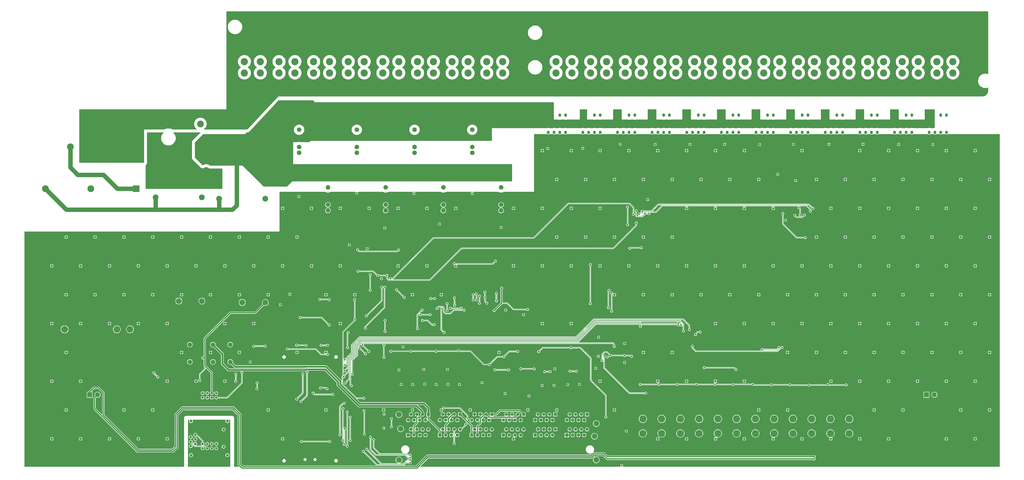
<source format=gbl>
%FSLAX25Y25*%
%MOIN*%
G70*
G01*
G75*
G04 Layer_Physical_Order=2*
G04 Layer_Color=16711680*
%ADD10R,0.05512X0.11811*%
G04:AMPARAMS|DCode=11|XSize=118.11mil|YSize=55.12mil|CornerRadius=13.78mil|HoleSize=0mil|Usage=FLASHONLY|Rotation=90.000|XOffset=0mil|YOffset=0mil|HoleType=Round|Shape=RoundedRectangle|*
%AMROUNDEDRECTD11*
21,1,0.11811,0.02756,0,0,90.0*
21,1,0.09055,0.05512,0,0,90.0*
1,1,0.02756,0.01378,0.04528*
1,1,0.02756,0.01378,-0.04528*
1,1,0.02756,-0.01378,-0.04528*
1,1,0.02756,-0.01378,0.04528*
%
%ADD11ROUNDEDRECTD11*%
%ADD12R,0.05709X0.05906*%
%ADD13R,0.08268X0.12992*%
%ADD14R,0.08268X0.03543*%
%ADD15R,0.07874X0.02362*%
%ADD16R,0.02362X0.08071*%
%ADD17R,0.09000X0.02500*%
%ADD18R,0.09000X0.03500*%
%ADD19R,0.05906X0.05709*%
%ADD20R,0.08071X0.02362*%
%ADD21R,0.02362X0.07480*%
%ADD22R,0.05906X0.05709*%
%ADD23R,0.02362X0.07874*%
%ADD24R,0.11811X0.15748*%
%ADD25R,0.12992X0.08268*%
%ADD26R,0.03543X0.08268*%
%ADD27R,0.01969X0.09252*%
%ADD28R,0.07874X0.09843*%
%ADD29R,0.05709X0.05906*%
%ADD30R,0.14000X0.05500*%
%ADD31R,0.06693X0.09843*%
%ADD32R,0.11811X0.05512*%
G04:AMPARAMS|DCode=33|XSize=118.11mil|YSize=55.12mil|CornerRadius=13.78mil|HoleSize=0mil|Usage=FLASHONLY|Rotation=180.000|XOffset=0mil|YOffset=0mil|HoleType=Round|Shape=RoundedRectangle|*
%AMROUNDEDRECTD33*
21,1,0.11811,0.02756,0,0,180.0*
21,1,0.09055,0.05512,0,0,180.0*
1,1,0.02756,-0.04528,0.01378*
1,1,0.02756,0.04528,0.01378*
1,1,0.02756,0.04528,-0.01378*
1,1,0.02756,-0.04528,-0.01378*
%
%ADD33ROUNDEDRECTD33*%
G04:AMPARAMS|DCode=34|XSize=157.48mil|YSize=62.99mil|CornerRadius=15.75mil|HoleSize=0mil|Usage=FLASHONLY|Rotation=0.000|XOffset=0mil|YOffset=0mil|HoleType=Round|Shape=RoundedRectangle|*
%AMROUNDEDRECTD34*
21,1,0.15748,0.03150,0,0,0.0*
21,1,0.12598,0.06299,0,0,0.0*
1,1,0.03150,0.06299,-0.01575*
1,1,0.03150,-0.06299,-0.01575*
1,1,0.03150,-0.06299,0.01575*
1,1,0.03150,0.06299,0.01575*
%
%ADD34ROUNDEDRECTD34*%
%ADD35R,0.15748X0.06299*%
%ADD36R,0.07480X0.05906*%
%ADD37R,0.07087X0.05512*%
%ADD38R,0.09843X0.06693*%
%ADD39C,0.00600*%
%ADD40C,0.00800*%
%ADD41C,0.02000*%
%ADD42C,0.05000*%
%ADD43C,0.03000*%
%ADD44C,0.07500*%
%ADD45C,0.12500*%
%ADD46C,0.09843*%
%ADD47R,0.05512X0.05512*%
%ADD48C,0.05512*%
%ADD49C,0.07874*%
%ADD50C,0.08661*%
%ADD51R,0.08661X0.08661*%
%ADD52C,0.01772*%
%ADD53C,0.10000*%
%ADD54C,0.11811*%
%ADD55R,0.11811X0.11811*%
%ADD56O,0.04921X0.05906*%
%ADD57C,0.10236*%
%ADD58C,0.04500*%
%ADD59C,0.05118*%
%ADD60C,0.04724*%
%ADD61C,0.03200*%
%ADD62C,0.04000*%
G36*
X508400Y7500D02*
X922500D01*
Y-22500D01*
X930301D01*
X931437Y-22845D01*
X932900Y-22989D01*
X934363Y-22845D01*
X935499Y-22500D01*
X940301D01*
X941438Y-22845D01*
X942900Y-22989D01*
X944363Y-22845D01*
X945499Y-22500D01*
X967500D01*
Y-5000D01*
X980000D01*
Y-22500D01*
X990301D01*
X991438Y-22845D01*
X992900Y-22989D01*
X994363Y-22845D01*
X995499Y-22500D01*
X1000301D01*
X1001437Y-22845D01*
X1002900Y-22989D01*
X1004362Y-22845D01*
X1005499Y-22500D01*
X1025000D01*
Y-5000D01*
X1040000D01*
Y-22500D01*
X1050301D01*
X1051437Y-22845D01*
X1052900Y-22989D01*
X1054362Y-22845D01*
X1055499Y-22500D01*
X1060301D01*
X1061438Y-22845D01*
X1062900Y-22989D01*
X1064363Y-22845D01*
X1065499Y-22500D01*
X1085000D01*
Y-5000D01*
X1100000D01*
Y-22500D01*
X1110301D01*
X1111438Y-22845D01*
X1112900Y-22989D01*
X1114363Y-22845D01*
X1115499Y-22500D01*
X1120301D01*
X1121437Y-22845D01*
X1122900Y-22989D01*
X1124362Y-22845D01*
X1125499Y-22500D01*
X1145400D01*
X1145000Y-22100D01*
Y-5000D01*
X1160000D01*
Y-22500D01*
X1170301D01*
X1171437Y-22845D01*
X1172900Y-22989D01*
X1174362Y-22845D01*
X1175499Y-22500D01*
X1180301D01*
X1181437Y-22845D01*
X1182900Y-22989D01*
X1184363Y-22845D01*
X1185499Y-22500D01*
X1205000D01*
Y-5000D01*
X1220000D01*
Y-22500D01*
X1230301D01*
X1231437Y-22845D01*
X1232900Y-22989D01*
X1234363Y-22845D01*
X1235499Y-22500D01*
X1240301D01*
X1241438Y-22845D01*
X1242900Y-22989D01*
X1244363Y-22845D01*
X1245499Y-22500D01*
X1265400D01*
X1265000Y-22100D01*
Y-5000D01*
X1280000D01*
Y-22500D01*
X1290301D01*
X1291438Y-22845D01*
X1292900Y-22989D01*
X1294363Y-22845D01*
X1295499Y-22500D01*
X1300301D01*
X1301437Y-22845D01*
X1302900Y-22989D01*
X1304362Y-22845D01*
X1305499Y-22500D01*
X1325150D01*
X1325000Y-22350D01*
Y-5000D01*
X1340000D01*
Y-22500D01*
X1350301D01*
X1351437Y-22845D01*
X1352900Y-22989D01*
X1354362Y-22845D01*
X1355499Y-22500D01*
X1360301D01*
X1361438Y-22845D01*
X1362900Y-22989D01*
X1364363Y-22845D01*
X1365499Y-22500D01*
X1385400D01*
X1385000Y-22100D01*
Y-5000D01*
X1400000D01*
Y-22500D01*
X1410301D01*
X1411438Y-22845D01*
X1412900Y-22989D01*
X1414363Y-22845D01*
X1415499Y-22500D01*
X1420301D01*
X1421437Y-22845D01*
X1422900Y-22989D01*
X1424362Y-22845D01*
X1425499Y-22500D01*
X1445400D01*
Y-5400D01*
X1445400Y-5400D01*
X1445400Y-5400D01*
X1445566Y-5000D01*
X1460000D01*
Y-22500D01*
X1470301D01*
X1471437Y-22845D01*
X1472900Y-22989D01*
X1474362Y-22845D01*
X1475499Y-22500D01*
X1480301D01*
X1481437Y-22845D01*
X1482900Y-22989D01*
X1484363Y-22845D01*
X1485499Y-22500D01*
X1505000D01*
Y-5000D01*
X1520000D01*
Y-22500D01*
X1530301D01*
X1531437Y-22845D01*
X1532900Y-22989D01*
X1534363Y-22845D01*
X1535499Y-22500D01*
X1540301D01*
X1541438Y-22845D01*
X1542900Y-22989D01*
X1544363Y-22845D01*
X1545499Y-22500D01*
X1565000D01*
Y-5000D01*
X1582500D01*
Y-37051D01*
X1581437Y-37155D01*
X1580301Y-37500D01*
X1575499D01*
X1574362Y-37155D01*
X1572900Y-37011D01*
X1571437Y-37155D01*
X1570301Y-37500D01*
X1545499D01*
X1544363Y-37155D01*
X1542900Y-37011D01*
X1541438Y-37155D01*
X1540301Y-37500D01*
X1535499D01*
X1534363Y-37155D01*
X1532900Y-37011D01*
X1531437Y-37155D01*
X1530301Y-37500D01*
X1525499D01*
X1524362Y-37155D01*
X1522900Y-37011D01*
X1521437Y-37155D01*
X1520301Y-37500D01*
X1515499D01*
X1514363Y-37155D01*
X1512900Y-37011D01*
X1511438Y-37155D01*
X1510301Y-37500D01*
X1485499D01*
X1484363Y-37155D01*
X1482900Y-37011D01*
X1481437Y-37155D01*
X1480301Y-37500D01*
X1475499D01*
X1474362Y-37155D01*
X1472900Y-37011D01*
X1471437Y-37155D01*
X1470301Y-37500D01*
X1465499D01*
X1464363Y-37155D01*
X1462900Y-37011D01*
X1461438Y-37155D01*
X1460301Y-37500D01*
X1455499D01*
X1454362Y-37155D01*
X1452900Y-37011D01*
X1451437Y-37155D01*
X1450301Y-37500D01*
X1425499D01*
X1424362Y-37155D01*
X1422900Y-37011D01*
X1421437Y-37155D01*
X1420301Y-37500D01*
X1415499D01*
X1414363Y-37155D01*
X1412900Y-37011D01*
X1411438Y-37155D01*
X1410301Y-37500D01*
X1405499D01*
X1404362Y-37155D01*
X1402900Y-37011D01*
X1401437Y-37155D01*
X1400301Y-37500D01*
X1395499D01*
X1394363Y-37155D01*
X1392900Y-37011D01*
X1391438Y-37155D01*
X1390301Y-37500D01*
X1365499D01*
X1364363Y-37155D01*
X1362900Y-37011D01*
X1361438Y-37155D01*
X1360301Y-37500D01*
X1355499D01*
X1354362Y-37155D01*
X1352900Y-37011D01*
X1351437Y-37155D01*
X1350301Y-37500D01*
X1345499D01*
X1344363Y-37155D01*
X1342900Y-37011D01*
X1341438Y-37155D01*
X1340301Y-37500D01*
X1335499D01*
X1334363Y-37155D01*
X1332900Y-37011D01*
X1331437Y-37155D01*
X1330301Y-37500D01*
X1305499D01*
X1304362Y-37155D01*
X1302900Y-37011D01*
X1301437Y-37155D01*
X1300301Y-37500D01*
X1295499D01*
X1294363Y-37155D01*
X1292900Y-37011D01*
X1291438Y-37155D01*
X1290301Y-37500D01*
X1285499D01*
X1284363Y-37155D01*
X1282900Y-37011D01*
X1281437Y-37155D01*
X1280301Y-37500D01*
X1275499D01*
X1274362Y-37155D01*
X1272900Y-37011D01*
X1271437Y-37155D01*
X1270301Y-37500D01*
X1245499D01*
X1244363Y-37155D01*
X1242900Y-37011D01*
X1241438Y-37155D01*
X1240301Y-37500D01*
X1235499D01*
X1234363Y-37155D01*
X1232900Y-37011D01*
X1231437Y-37155D01*
X1230301Y-37500D01*
X1225499D01*
X1224362Y-37155D01*
X1222900Y-37011D01*
X1221437Y-37155D01*
X1220301Y-37500D01*
X1215499D01*
X1214363Y-37155D01*
X1212900Y-37011D01*
X1211438Y-37155D01*
X1210301Y-37500D01*
X1185499D01*
X1184363Y-37155D01*
X1182900Y-37011D01*
X1181437Y-37155D01*
X1180301Y-37500D01*
X1175499D01*
X1174362Y-37155D01*
X1172900Y-37011D01*
X1171437Y-37155D01*
X1170301Y-37500D01*
X1165499D01*
X1164363Y-37155D01*
X1162900Y-37011D01*
X1161438Y-37155D01*
X1160301Y-37500D01*
X1155499D01*
X1154362Y-37155D01*
X1152900Y-37011D01*
X1151437Y-37155D01*
X1150301Y-37500D01*
X1125499D01*
X1124362Y-37155D01*
X1122900Y-37011D01*
X1121437Y-37155D01*
X1120301Y-37500D01*
X1115499D01*
X1114363Y-37155D01*
X1112900Y-37011D01*
X1111438Y-37155D01*
X1110301Y-37500D01*
X1105499D01*
X1104362Y-37155D01*
X1102900Y-37011D01*
X1101437Y-37155D01*
X1100301Y-37500D01*
X1095499D01*
X1094363Y-37155D01*
X1092900Y-37011D01*
X1091438Y-37155D01*
X1090301Y-37500D01*
X1065499D01*
X1064363Y-37155D01*
X1062900Y-37011D01*
X1061438Y-37155D01*
X1060301Y-37500D01*
X1055499D01*
X1054362Y-37155D01*
X1052900Y-37011D01*
X1051437Y-37155D01*
X1050301Y-37500D01*
X1045499D01*
X1044363Y-37155D01*
X1042900Y-37011D01*
X1041438Y-37155D01*
X1040301Y-37500D01*
X1035499D01*
X1034363Y-37155D01*
X1032900Y-37011D01*
X1031437Y-37155D01*
X1030301Y-37500D01*
X1005499D01*
X1004362Y-37155D01*
X1002900Y-37011D01*
X1001437Y-37155D01*
X1000301Y-37500D01*
X995499D01*
X994363Y-37155D01*
X992900Y-37011D01*
X991438Y-37155D01*
X990301Y-37500D01*
X985499D01*
X984363Y-37155D01*
X982900Y-37011D01*
X981437Y-37155D01*
X980301Y-37500D01*
X975499D01*
X974362Y-37155D01*
X972900Y-37011D01*
X971437Y-37155D01*
X970301Y-37500D01*
X945499D01*
X944363Y-37155D01*
X942900Y-37011D01*
X941438Y-37155D01*
X940301Y-37500D01*
X935499D01*
X934363Y-37155D01*
X932900Y-37011D01*
X931437Y-37155D01*
X930301Y-37500D01*
X925499D01*
X924362Y-37155D01*
X922900Y-37011D01*
X921437Y-37155D01*
X920301Y-37500D01*
X915499D01*
X914363Y-37155D01*
X912900Y-37011D01*
X911438Y-37155D01*
X910301Y-37500D01*
X815000D01*
X815243Y-59345D01*
X814891Y-59700D01*
X500800D01*
X499200Y-61300D01*
X498500Y-62000D01*
X484096D01*
X482752Y-61592D01*
X481000Y-61420D01*
X479248Y-61592D01*
X477904Y-62000D01*
X470600D01*
Y-100000D01*
X850000D01*
Y-130000D01*
X469000D01*
X460000Y-139000D01*
X419600D01*
X393500Y-112900D01*
X383100Y-102500D01*
X326523D01*
X325648Y-101783D01*
X323891Y-100843D01*
X321984Y-100265D01*
X320000Y-100069D01*
X318017Y-100265D01*
X316109Y-100843D01*
X314352Y-101783D01*
X313874Y-102174D01*
X308100Y-96400D01*
X300300Y-88600D01*
Y-62200D01*
X300400D01*
X314800Y-47800D01*
X387000D01*
X389955Y-44845D01*
X391506Y-44843D01*
X391589Y-44832D01*
X391673Y-44840D01*
X392240Y-44746D01*
X392811Y-44670D01*
X392888Y-44638D01*
X392971Y-44624D01*
X393495Y-44385D01*
X394026Y-44165D01*
X394093Y-44113D01*
X394170Y-44078D01*
X394614Y-43713D01*
X395070Y-43362D01*
X395121Y-43295D01*
X395186Y-43242D01*
X445457Y10600D01*
X505300D01*
X508400Y7500D01*
D02*
G37*
G36*
X361671Y-625000D02*
X288329D01*
Y-543329D01*
X290858D01*
X291080Y-543777D01*
X290872Y-544048D01*
X290533Y-544865D01*
X290418Y-545742D01*
X290533Y-546619D01*
X290872Y-547436D01*
X291410Y-548137D01*
X292112Y-548676D01*
X292929Y-549014D01*
X293806Y-549130D01*
X294683Y-549014D01*
X295500Y-548676D01*
X296202Y-548137D01*
X296740Y-547436D01*
X297078Y-546619D01*
X297194Y-545742D01*
X297078Y-544865D01*
X296740Y-544048D01*
X296532Y-543777D01*
X296753Y-543329D01*
X353851D01*
X354072Y-543777D01*
X353864Y-544048D01*
X353525Y-544865D01*
X353410Y-545742D01*
X353525Y-546619D01*
X353864Y-547436D01*
X354402Y-548137D01*
X355104Y-548676D01*
X355921Y-549014D01*
X356798Y-549130D01*
X357675Y-549014D01*
X358492Y-548676D01*
X359194Y-548137D01*
X359732Y-547436D01*
X360071Y-546619D01*
X360186Y-545742D01*
X360071Y-544865D01*
X359732Y-544048D01*
X359524Y-543777D01*
X359746Y-543329D01*
X361671D01*
Y-625000D01*
D02*
G37*
G36*
X310006Y-45462D02*
X297164Y-58304D01*
X296734Y-58634D01*
X295933Y-59678D01*
X295429Y-60895D01*
X295257Y-62200D01*
Y-88600D01*
X295257Y-88600D01*
X295429Y-89905D01*
X295933Y-91122D01*
X296734Y-92166D01*
X304534Y-99966D01*
X310308Y-105740D01*
X310636Y-105991D01*
X310937Y-106274D01*
X311156Y-106391D01*
X311353Y-106542D01*
X311734Y-106700D01*
X312098Y-106894D01*
X312340Y-106951D01*
X312569Y-107046D01*
X312978Y-107099D01*
X313380Y-107193D01*
X313628Y-107185D01*
X313874Y-107217D01*
X314283Y-107164D01*
X314696Y-107150D01*
X314933Y-107078D01*
X315179Y-107046D01*
X315561Y-106888D01*
X315956Y-106768D01*
X316166Y-106637D01*
X316396Y-106542D01*
X316723Y-106290D01*
X317074Y-106073D01*
X317167Y-105996D01*
X318049Y-105525D01*
X319005Y-105235D01*
X320000Y-105137D01*
X320995Y-105235D01*
X321952Y-105525D01*
X322833Y-105996D01*
X323323Y-106398D01*
X323674Y-106616D01*
X324001Y-106868D01*
X324231Y-106963D01*
X324441Y-107094D01*
X324836Y-107213D01*
X325217Y-107371D01*
X325464Y-107404D01*
X325701Y-107476D01*
X326114Y-107489D01*
X326523Y-107543D01*
X348000D01*
Y-143000D01*
X215000D01*
Y-101876D01*
X215022Y-101867D01*
X216066Y-101066D01*
X216867Y-100022D01*
X217371Y-98805D01*
X217543Y-97500D01*
Y-45037D01*
X246145Y-45006D01*
X246318Y-45474D01*
X245661Y-46035D01*
X244372Y-47545D01*
X243335Y-49237D01*
X242575Y-51071D01*
X242112Y-53001D01*
X241956Y-54980D01*
X242112Y-56959D01*
X242575Y-58889D01*
X243335Y-60723D01*
X244372Y-62416D01*
X245661Y-63925D01*
X247171Y-65214D01*
X248863Y-66252D01*
X250697Y-67011D01*
X252627Y-67475D01*
X254606Y-67630D01*
X256585Y-67475D01*
X258515Y-67011D01*
X260349Y-66252D01*
X262042Y-65214D01*
X263551Y-63925D01*
X264840Y-62416D01*
X265878Y-60723D01*
X266637Y-58889D01*
X267101Y-56959D01*
X267256Y-54980D01*
X267101Y-53001D01*
X266637Y-51071D01*
X265878Y-49237D01*
X264840Y-47545D01*
X263551Y-46035D01*
X262888Y-45469D01*
X263061Y-45000D01*
X309815D01*
X310006Y-45462D01*
D02*
G37*
G36*
X1695000Y-625000D02*
X1042308D01*
X1042087Y-624552D01*
X1042271Y-624311D01*
X1042533Y-623679D01*
X1042557Y-623500D01*
X1037443D01*
X1037467Y-623679D01*
X1037729Y-624311D01*
X1037913Y-624552D01*
X1037692Y-625000D01*
X690849D01*
X690657Y-624538D01*
X704640Y-610555D01*
X988280D01*
X988866Y-610439D01*
X988982Y-610416D01*
X989578Y-610018D01*
X990398Y-609198D01*
X990398Y-609198D01*
X990398Y-609198D01*
X993260Y-606335D01*
X1007080D01*
X1013443Y-612698D01*
X1013840Y-612964D01*
X1014038Y-613096D01*
X1014740Y-613235D01*
X1371927D01*
X1372564Y-613661D01*
X1373500Y-613847D01*
X1374436Y-613661D01*
X1375230Y-613130D01*
X1375761Y-612336D01*
X1375947Y-611400D01*
X1375761Y-610464D01*
X1375230Y-609670D01*
X1375201Y-609650D01*
Y-609150D01*
X1375230Y-609130D01*
X1375761Y-608336D01*
X1375947Y-607400D01*
X1375761Y-606464D01*
X1375230Y-605670D01*
X1374436Y-605139D01*
X1373500Y-604953D01*
X1372564Y-605139D01*
X1371927Y-605565D01*
X1015460D01*
X1010298Y-600402D01*
X1009702Y-600004D01*
X1009586Y-599981D01*
X1009000Y-599865D01*
X991340D01*
X990863Y-599960D01*
X990694Y-599678D01*
X990653Y-599473D01*
X991014Y-599034D01*
X991682Y-597784D01*
X992093Y-596427D01*
X992233Y-595016D01*
X992093Y-593605D01*
X991682Y-592248D01*
X991014Y-590998D01*
X990114Y-589902D01*
X989018Y-589002D01*
X987768Y-588334D01*
X986411Y-587922D01*
X985000Y-587783D01*
X983589Y-587922D01*
X982232Y-588334D01*
X980982Y-589002D01*
X979886Y-589902D01*
X978986Y-590998D01*
X978318Y-592248D01*
X977907Y-593605D01*
X977767Y-595016D01*
X977907Y-596427D01*
X978318Y-597784D01*
X978986Y-599034D01*
X979886Y-600130D01*
X980982Y-601029D01*
X982232Y-601698D01*
X983589Y-602109D01*
X985000Y-602248D01*
X986411Y-602109D01*
X987768Y-601698D01*
X988369Y-601376D01*
X988667Y-601778D01*
X986360Y-604085D01*
X702720D01*
X702018Y-604224D01*
X701820Y-604356D01*
X701422Y-604622D01*
X683580Y-622465D01*
X663919D01*
X663728Y-622003D01*
X666407Y-619323D01*
X671231D01*
X671570Y-619830D01*
X672364Y-620361D01*
X673300Y-620547D01*
X674236Y-620361D01*
X675030Y-619830D01*
X675561Y-619036D01*
X675747Y-618100D01*
X675561Y-617164D01*
X675030Y-616370D01*
X674531Y-616036D01*
X674502Y-615891D01*
Y-615517D01*
X675230Y-615030D01*
X675761Y-614236D01*
X675947Y-613300D01*
X675761Y-612364D01*
X675270Y-611629D01*
X675368Y-611139D01*
X675530Y-611030D01*
X676061Y-610236D01*
X676247Y-609300D01*
X676061Y-608364D01*
X675530Y-607570D01*
X674777Y-607066D01*
Y-606835D01*
X674839Y-606525D01*
X675130Y-606330D01*
X675661Y-605536D01*
X675847Y-604600D01*
X675661Y-603664D01*
X675130Y-602870D01*
X674336Y-602339D01*
X673400Y-602153D01*
X672464Y-602339D01*
X671670Y-602870D01*
X671331Y-603376D01*
X669707D01*
X668265Y-601935D01*
X668251Y-601926D01*
X668276Y-601426D01*
X669018Y-601029D01*
X670114Y-600130D01*
X671014Y-599034D01*
X671682Y-597784D01*
X672093Y-596427D01*
X672232Y-595016D01*
X672093Y-593605D01*
X671682Y-592248D01*
X671014Y-590998D01*
X670114Y-589902D01*
X669018Y-589002D01*
X667768Y-588334D01*
X666411Y-587922D01*
X665000Y-587783D01*
X663589Y-587922D01*
X662232Y-588334D01*
X660982Y-589002D01*
X659886Y-589902D01*
X658986Y-590998D01*
X658318Y-592248D01*
X657906Y-593605D01*
X657767Y-595016D01*
X657906Y-596427D01*
X658318Y-597784D01*
X658986Y-599034D01*
X659886Y-600130D01*
X660982Y-601029D01*
X661098Y-601091D01*
X660977Y-601577D01*
X621870D01*
X611523Y-591230D01*
Y-579969D01*
X612030Y-579630D01*
X612561Y-578836D01*
X612747Y-577900D01*
X612561Y-576964D01*
X612030Y-576170D01*
X611236Y-575639D01*
X610300Y-575453D01*
X609364Y-575639D01*
X608570Y-576170D01*
X608039Y-576964D01*
X607853Y-577900D01*
X608039Y-578836D01*
X608570Y-579630D01*
X609076Y-579969D01*
Y-591737D01*
X609170Y-592205D01*
X609435Y-592602D01*
X619547Y-602714D01*
X619356Y-603176D01*
X614907D01*
X605924Y-594193D01*
Y-575569D01*
X606430Y-575230D01*
X606961Y-574436D01*
X607147Y-573500D01*
X606961Y-572564D01*
X606430Y-571770D01*
X605636Y-571239D01*
X604700Y-571053D01*
X603764Y-571239D01*
X602970Y-571770D01*
X602439Y-572564D01*
X602253Y-573500D01*
X602439Y-574436D01*
X602970Y-575230D01*
X603476Y-575569D01*
Y-594700D01*
X603570Y-595168D01*
X603835Y-595565D01*
X613535Y-605265D01*
X613535Y-605265D01*
X613535D01*
X613535Y-605265D01*
X613535D01*
X613535Y-605265D01*
Y-605265D01*
Y-605265D01*
D01*
D01*
X613535D01*
Y-605265D01*
X613932Y-605530D01*
X614400Y-605623D01*
X664393D01*
X669235Y-610465D01*
X669632Y-610730D01*
X670100Y-610823D01*
X671932D01*
X672030Y-610971D01*
X671932Y-611461D01*
X671770Y-611570D01*
X671431Y-612077D01*
X668500D01*
X668032Y-612170D01*
X667635Y-612435D01*
X664561Y-615509D01*
X664372Y-615635D01*
X660930Y-619076D01*
X655574D01*
X655509Y-618582D01*
X656901Y-618005D01*
X658096Y-617088D01*
X659013Y-615893D01*
X659590Y-614501D01*
X659786Y-613008D01*
X659590Y-611514D01*
X659013Y-610123D01*
X658096Y-608927D01*
X656901Y-608010D01*
X655509Y-607434D01*
X654016Y-607237D01*
X652522Y-607434D01*
X651130Y-608010D01*
X649935Y-608927D01*
X649018Y-610123D01*
X648442Y-611514D01*
X648245Y-613008D01*
X648442Y-614501D01*
X649018Y-615893D01*
X649935Y-617088D01*
X651130Y-618005D01*
X652522Y-618582D01*
X652457Y-619076D01*
X624507D01*
X600528Y-595098D01*
X600647Y-594500D01*
X600461Y-593564D01*
X599930Y-592770D01*
X599136Y-592239D01*
X598200Y-592053D01*
X597264Y-592239D01*
X596470Y-592770D01*
X595939Y-593564D01*
X595753Y-594500D01*
X595939Y-595436D01*
X596470Y-596230D01*
X597264Y-596761D01*
X598200Y-596947D01*
X598798Y-596828D01*
X622184Y-620215D01*
X621993Y-620677D01*
X616407D01*
X594528Y-598798D01*
X594647Y-598200D01*
X594461Y-597264D01*
X593930Y-596470D01*
X593136Y-595939D01*
X592200Y-595753D01*
X591264Y-595939D01*
X590470Y-596470D01*
X589939Y-597264D01*
X589753Y-598200D01*
X589939Y-599136D01*
X590470Y-599930D01*
X591264Y-600461D01*
X592200Y-600647D01*
X592798Y-600528D01*
X614272Y-622003D01*
X614081Y-622465D01*
X384060D01*
X380835Y-619240D01*
Y-534000D01*
X380696Y-533298D01*
X380298Y-532702D01*
X368478Y-520882D01*
X367882Y-520484D01*
X367766Y-520461D01*
X367180Y-520345D01*
X278860D01*
X278158Y-520484D01*
X277960Y-520616D01*
X277563Y-520882D01*
X265902Y-532543D01*
X265504Y-533138D01*
X265481Y-533254D01*
X265365Y-533840D01*
Y-589080D01*
X260500Y-593945D01*
X203100D01*
X143335Y-534180D01*
Y-496000D01*
X143219Y-495414D01*
X143196Y-495298D01*
X142798Y-494702D01*
X134798Y-486702D01*
X134202Y-486304D01*
X134086Y-486281D01*
X133500Y-486165D01*
X125100D01*
X124398Y-486304D01*
X124200Y-486436D01*
X123802Y-486702D01*
X116813Y-493692D01*
X116415Y-494287D01*
X116392Y-494404D01*
X116299Y-494869D01*
X112979D01*
Y-505131D01*
X123241D01*
Y-494869D01*
X121479D01*
X121288Y-494407D01*
X125860Y-489835D01*
X132740D01*
X139665Y-496760D01*
Y-533816D01*
X139203Y-534007D01*
X128698Y-523502D01*
X128698Y-523502D01*
X128415Y-523220D01*
Y-506070D01*
X129798Y-504687D01*
X130550Y-504999D01*
X131890Y-505175D01*
X133229Y-504999D01*
X134477Y-504482D01*
X135549Y-503659D01*
X136371Y-502588D01*
X136888Y-501339D01*
X137065Y-500000D01*
X136888Y-498661D01*
X136371Y-497412D01*
X135549Y-496341D01*
X134477Y-495518D01*
X133229Y-495001D01*
X131890Y-494825D01*
X130550Y-495001D01*
X129302Y-495518D01*
X128231Y-496341D01*
X127408Y-497412D01*
X126891Y-498661D01*
X126715Y-500000D01*
X126891Y-501339D01*
X127203Y-502092D01*
X125282Y-504012D01*
X124884Y-504607D01*
X124861Y-504724D01*
X124745Y-505310D01*
Y-523980D01*
X124861Y-524566D01*
X124884Y-524682D01*
X125282Y-525278D01*
X126102Y-526098D01*
X126102Y-526098D01*
X126102Y-526098D01*
X199882Y-599878D01*
X200478Y-600276D01*
X200478Y-600276D01*
X200478Y-600276D01*
D01*
X200478Y-600276D01*
X200478Y-600276D01*
X201180Y-600415D01*
X262920D01*
X263506Y-600299D01*
X263622Y-600276D01*
X264218Y-599878D01*
X271298Y-592798D01*
X271696Y-592202D01*
X271719Y-592086D01*
X271835Y-591500D01*
Y-535760D01*
X280780Y-526815D01*
X365260D01*
X374365Y-535920D01*
Y-621160D01*
X374481Y-621746D01*
X374504Y-621862D01*
X374902Y-622458D01*
X376983Y-624538D01*
X376792Y-625000D01*
X368328D01*
Y-540000D01*
X368215Y-539139D01*
X367882Y-538336D01*
X367354Y-537646D01*
X366664Y-537117D01*
X365862Y-536785D01*
X365000Y-536671D01*
X285000D01*
X284138Y-536785D01*
X283336Y-537117D01*
X282646Y-537646D01*
X282118Y-538336D01*
X281785Y-539139D01*
X281672Y-540000D01*
Y-625000D01*
X5000D01*
Y-217000D01*
X447000D01*
Y-148000D01*
X526260D01*
X527563Y-148697D01*
X529248Y-149208D01*
X531000Y-149380D01*
X532752Y-149208D01*
X534437Y-148697D01*
X535740Y-148000D01*
X578692D01*
X578913Y-148448D01*
X578729Y-148689D01*
X578467Y-149321D01*
X578443Y-149500D01*
X583557D01*
X583533Y-149321D01*
X583271Y-148689D01*
X583087Y-148448D01*
X583308Y-148000D01*
X626260D01*
X627563Y-148697D01*
X629248Y-149208D01*
X631000Y-149380D01*
X632752Y-149208D01*
X634437Y-148697D01*
X635740Y-148000D01*
X679167D01*
X679265Y-148490D01*
X678689Y-148729D01*
X678146Y-149146D01*
X677729Y-149689D01*
X677467Y-150321D01*
X677443Y-150500D01*
X682557D01*
X682533Y-150321D01*
X682271Y-149689D01*
X681854Y-149146D01*
X681311Y-148729D01*
X680735Y-148490D01*
X680833Y-148000D01*
X726260D01*
X727563Y-148697D01*
X729248Y-149208D01*
X731000Y-149380D01*
X732752Y-149208D01*
X734437Y-148697D01*
X735740Y-148000D01*
X780167D01*
X780265Y-148490D01*
X779689Y-148729D01*
X779146Y-149146D01*
X778729Y-149689D01*
X778467Y-150321D01*
X778443Y-150500D01*
X783557D01*
X783533Y-150321D01*
X783271Y-149689D01*
X782854Y-149146D01*
X782311Y-148729D01*
X781735Y-148490D01*
X781833Y-148000D01*
X826260D01*
X827563Y-148697D01*
X829248Y-149208D01*
X831000Y-149380D01*
X832752Y-149208D01*
X834437Y-148697D01*
X835740Y-148000D01*
X888000D01*
Y-48000D01*
X910812D01*
X911256Y-48340D01*
X912049Y-48669D01*
X912900Y-48781D01*
X913751Y-48669D01*
X914544Y-48340D01*
X914988Y-48000D01*
X920812D01*
X921256Y-48340D01*
X922049Y-48669D01*
X922900Y-48781D01*
X923751Y-48669D01*
X924544Y-48340D01*
X924988Y-48000D01*
X930812D01*
X931256Y-48340D01*
X932049Y-48669D01*
X932900Y-48781D01*
X933751Y-48669D01*
X934544Y-48340D01*
X934988Y-48000D01*
X940812D01*
X941256Y-48340D01*
X942049Y-48669D01*
X942900Y-48781D01*
X943751Y-48669D01*
X944544Y-48340D01*
X944988Y-48000D01*
X970812D01*
X971256Y-48340D01*
X972049Y-48669D01*
X972900Y-48781D01*
X973751Y-48669D01*
X974544Y-48340D01*
X974988Y-48000D01*
X980812D01*
X981256Y-48340D01*
X982049Y-48669D01*
X982900Y-48781D01*
X983751Y-48669D01*
X984544Y-48340D01*
X984988Y-48000D01*
X990812D01*
X991256Y-48340D01*
X992049Y-48669D01*
X992900Y-48781D01*
X993751Y-48669D01*
X994544Y-48340D01*
X994988Y-48000D01*
X1000812D01*
X1001256Y-48340D01*
X1002049Y-48669D01*
X1002900Y-48781D01*
X1003751Y-48669D01*
X1004544Y-48340D01*
X1004988Y-48000D01*
X1030812D01*
X1031256Y-48340D01*
X1032049Y-48669D01*
X1032900Y-48781D01*
X1033751Y-48669D01*
X1034544Y-48340D01*
X1034988Y-48000D01*
X1040812D01*
X1041256Y-48340D01*
X1042049Y-48669D01*
X1042900Y-48781D01*
X1043751Y-48669D01*
X1044544Y-48340D01*
X1044988Y-48000D01*
X1050812D01*
X1051256Y-48340D01*
X1052049Y-48669D01*
X1052900Y-48781D01*
X1053751Y-48669D01*
X1054544Y-48340D01*
X1054988Y-48000D01*
X1060812D01*
X1061256Y-48340D01*
X1062049Y-48669D01*
X1062900Y-48781D01*
X1063751Y-48669D01*
X1064544Y-48340D01*
X1064988Y-48000D01*
X1090812D01*
X1091256Y-48340D01*
X1092049Y-48669D01*
X1092900Y-48781D01*
X1093751Y-48669D01*
X1094544Y-48340D01*
X1094988Y-48000D01*
X1100812D01*
X1101256Y-48340D01*
X1102049Y-48669D01*
X1102900Y-48781D01*
X1103751Y-48669D01*
X1104544Y-48340D01*
X1104988Y-48000D01*
X1110812D01*
X1111256Y-48340D01*
X1112049Y-48669D01*
X1112900Y-48781D01*
X1113751Y-48669D01*
X1114544Y-48340D01*
X1114988Y-48000D01*
X1120812D01*
X1121256Y-48340D01*
X1122049Y-48669D01*
X1122900Y-48781D01*
X1123751Y-48669D01*
X1124544Y-48340D01*
X1124988Y-48000D01*
X1150812D01*
X1151256Y-48340D01*
X1152049Y-48669D01*
X1152900Y-48781D01*
X1153751Y-48669D01*
X1154544Y-48340D01*
X1154988Y-48000D01*
X1160812D01*
X1161256Y-48340D01*
X1162049Y-48669D01*
X1162900Y-48781D01*
X1163751Y-48669D01*
X1164544Y-48340D01*
X1164988Y-48000D01*
X1170812D01*
X1171256Y-48340D01*
X1172049Y-48669D01*
X1172900Y-48781D01*
X1173751Y-48669D01*
X1174544Y-48340D01*
X1174988Y-48000D01*
X1180812D01*
X1181256Y-48340D01*
X1182049Y-48669D01*
X1182900Y-48781D01*
X1183751Y-48669D01*
X1184544Y-48340D01*
X1184988Y-48000D01*
X1210812D01*
X1211256Y-48340D01*
X1212049Y-48669D01*
X1212900Y-48781D01*
X1213751Y-48669D01*
X1214544Y-48340D01*
X1214988Y-48000D01*
X1220812D01*
X1221256Y-48340D01*
X1222049Y-48669D01*
X1222900Y-48781D01*
X1223751Y-48669D01*
X1224544Y-48340D01*
X1224988Y-48000D01*
X1230812D01*
X1231256Y-48340D01*
X1232049Y-48669D01*
X1232900Y-48781D01*
X1233751Y-48669D01*
X1234544Y-48340D01*
X1234988Y-48000D01*
X1240812D01*
X1241256Y-48340D01*
X1242049Y-48669D01*
X1242900Y-48781D01*
X1243751Y-48669D01*
X1244544Y-48340D01*
X1244988Y-48000D01*
X1270812D01*
X1271256Y-48340D01*
X1272049Y-48669D01*
X1272900Y-48781D01*
X1273751Y-48669D01*
X1274544Y-48340D01*
X1274988Y-48000D01*
X1280812D01*
X1281256Y-48340D01*
X1282049Y-48669D01*
X1282900Y-48781D01*
X1283751Y-48669D01*
X1284544Y-48340D01*
X1284988Y-48000D01*
X1290812D01*
X1291256Y-48340D01*
X1292049Y-48669D01*
X1292900Y-48781D01*
X1293751Y-48669D01*
X1294544Y-48340D01*
X1294988Y-48000D01*
X1300812D01*
X1301256Y-48340D01*
X1302049Y-48669D01*
X1302900Y-48781D01*
X1303751Y-48669D01*
X1304544Y-48340D01*
X1304988Y-48000D01*
X1330812D01*
X1331256Y-48340D01*
X1332049Y-48669D01*
X1332900Y-48781D01*
X1333751Y-48669D01*
X1334544Y-48340D01*
X1334988Y-48000D01*
X1340812D01*
X1341256Y-48340D01*
X1342049Y-48669D01*
X1342900Y-48781D01*
X1343751Y-48669D01*
X1344544Y-48340D01*
X1344988Y-48000D01*
X1350812D01*
X1351256Y-48340D01*
X1352049Y-48669D01*
X1352900Y-48781D01*
X1353751Y-48669D01*
X1354544Y-48340D01*
X1354988Y-48000D01*
X1360812D01*
X1361256Y-48340D01*
X1362049Y-48669D01*
X1362900Y-48781D01*
X1363751Y-48669D01*
X1364544Y-48340D01*
X1364988Y-48000D01*
X1390812D01*
X1391256Y-48340D01*
X1392049Y-48669D01*
X1392900Y-48781D01*
X1393751Y-48669D01*
X1394544Y-48340D01*
X1394988Y-48000D01*
X1400812D01*
X1401256Y-48340D01*
X1402049Y-48669D01*
X1402900Y-48781D01*
X1403751Y-48669D01*
X1404544Y-48340D01*
X1404988Y-48000D01*
X1410812D01*
X1411256Y-48340D01*
X1412049Y-48669D01*
X1412900Y-48781D01*
X1413751Y-48669D01*
X1414544Y-48340D01*
X1414988Y-48000D01*
X1420812D01*
X1421256Y-48340D01*
X1422049Y-48669D01*
X1422900Y-48781D01*
X1423751Y-48669D01*
X1424544Y-48340D01*
X1424988Y-48000D01*
X1450812D01*
X1451256Y-48340D01*
X1452049Y-48669D01*
X1452900Y-48781D01*
X1453751Y-48669D01*
X1454544Y-48340D01*
X1454988Y-48000D01*
X1460812D01*
X1461256Y-48340D01*
X1462049Y-48669D01*
X1462900Y-48781D01*
X1463751Y-48669D01*
X1464544Y-48340D01*
X1464988Y-48000D01*
X1470812D01*
X1471256Y-48340D01*
X1472049Y-48669D01*
X1472900Y-48781D01*
X1473751Y-48669D01*
X1474544Y-48340D01*
X1474988Y-48000D01*
X1480812D01*
X1481256Y-48340D01*
X1482049Y-48669D01*
X1482900Y-48781D01*
X1483751Y-48669D01*
X1484544Y-48340D01*
X1484988Y-48000D01*
X1510812D01*
X1511256Y-48340D01*
X1512049Y-48669D01*
X1512900Y-48781D01*
X1513751Y-48669D01*
X1514544Y-48340D01*
X1514988Y-48000D01*
X1520812D01*
X1521256Y-48340D01*
X1522049Y-48669D01*
X1522900Y-48781D01*
X1523751Y-48669D01*
X1524544Y-48340D01*
X1524988Y-48000D01*
X1530812D01*
X1531256Y-48340D01*
X1532049Y-48669D01*
X1532900Y-48781D01*
X1533751Y-48669D01*
X1534544Y-48340D01*
X1534988Y-48000D01*
X1540812D01*
X1541256Y-48340D01*
X1542049Y-48669D01*
X1542900Y-48781D01*
X1543751Y-48669D01*
X1544544Y-48340D01*
X1544988Y-48000D01*
X1570812D01*
X1571256Y-48340D01*
X1572049Y-48669D01*
X1572900Y-48781D01*
X1573751Y-48669D01*
X1574544Y-48340D01*
X1574988Y-48000D01*
X1580812D01*
X1581256Y-48340D01*
X1582049Y-48669D01*
X1582900Y-48781D01*
X1583751Y-48669D01*
X1584544Y-48340D01*
X1584988Y-48000D01*
X1590812D01*
X1591256Y-48340D01*
X1592049Y-48669D01*
X1592900Y-48781D01*
X1593751Y-48669D01*
X1594544Y-48340D01*
X1594988Y-48000D01*
X1600812D01*
X1601256Y-48340D01*
X1602049Y-48669D01*
X1602900Y-48781D01*
X1603751Y-48669D01*
X1604544Y-48340D01*
X1604988Y-48000D01*
X1695000D01*
Y-625000D01*
D02*
G37*
G36*
X1675038Y56393D02*
X1674623Y56115D01*
X1673875Y56425D01*
X1671962Y56884D01*
X1670000Y57039D01*
X1668039Y56884D01*
X1666125Y56425D01*
X1664308Y55672D01*
X1662630Y54644D01*
X1661134Y53366D01*
X1659856Y51870D01*
X1658828Y50192D01*
X1658075Y48375D01*
X1657616Y46461D01*
X1657461Y44500D01*
X1657616Y42538D01*
X1658075Y40625D01*
X1658828Y38808D01*
X1659856Y37130D01*
X1661134Y35634D01*
X1662630Y34356D01*
X1664308Y33328D01*
X1666125Y32575D01*
X1668039Y32116D01*
X1670000Y31961D01*
X1671962Y32116D01*
X1673875Y32575D01*
X1674631Y32888D01*
X1675047Y32610D01*
X1675048Y27500D01*
X1674855Y25540D01*
X1674283Y23655D01*
X1673355Y21917D01*
X1672105Y20395D01*
X1670583Y19145D01*
X1668845Y18216D01*
X1666960Y17645D01*
X1665048Y17456D01*
X1665000Y17500D01*
Y17500D01*
X445000D01*
X391500Y-39800D01*
X316049Y-39884D01*
X315913Y-39403D01*
X316430Y-39086D01*
X317735Y-37971D01*
X318850Y-36666D01*
X319747Y-35203D01*
X320404Y-33617D01*
X320805Y-31947D01*
X320939Y-30236D01*
X320805Y-28525D01*
X320404Y-26856D01*
X319747Y-25270D01*
X318850Y-23806D01*
X317735Y-22501D01*
X316430Y-21386D01*
X314966Y-20489D01*
X313380Y-19832D01*
X311711Y-19432D01*
X310000Y-19297D01*
X308289Y-19432D01*
X306620Y-19832D01*
X305034Y-20489D01*
X303570Y-21386D01*
X302265Y-22501D01*
X301150Y-23806D01*
X300253Y-25270D01*
X299596Y-26856D01*
X299195Y-28525D01*
X299061Y-30236D01*
X299195Y-31947D01*
X299596Y-33617D01*
X300253Y-35203D01*
X301150Y-36666D01*
X302265Y-37971D01*
X303570Y-39086D01*
X304109Y-39417D01*
X303974Y-39898D01*
X262126Y-39944D01*
X261053Y-39416D01*
X258967Y-38707D01*
X256805Y-38277D01*
X254606Y-38133D01*
X252407Y-38277D01*
X250246Y-38707D01*
X248159Y-39416D01*
X247053Y-39961D01*
X212500Y-40000D01*
Y-97500D01*
X100000D01*
Y-5000D01*
X355000D01*
Y165000D01*
X1675000D01*
X1675038Y56393D01*
D02*
G37*
%LPC*%
G36*
X103000Y-473540D02*
Y-476000D01*
X105460D01*
X105423Y-475717D01*
X105121Y-474987D01*
X104640Y-474360D01*
X104013Y-473879D01*
X103283Y-473577D01*
X103000Y-473540D01*
D02*
G37*
G36*
X102000D02*
X101717Y-473577D01*
X100987Y-473879D01*
X100360Y-474360D01*
X99879Y-474987D01*
X99577Y-475717D01*
X99540Y-476000D01*
X102000D01*
Y-473540D01*
D02*
G37*
G36*
X302000D02*
X301717Y-473577D01*
X300987Y-473879D01*
X300360Y-474360D01*
X299880Y-474987D01*
X299577Y-475717D01*
X299540Y-476000D01*
X302000D01*
Y-473540D01*
D02*
G37*
G36*
X253000D02*
Y-476000D01*
X255460D01*
X255423Y-475717D01*
X255120Y-474987D01*
X254640Y-474360D01*
X254013Y-473879D01*
X253283Y-473577D01*
X253000Y-473540D01*
D02*
G37*
G36*
X252000D02*
X251717Y-473577D01*
X250987Y-473879D01*
X250360Y-474360D01*
X249880Y-474987D01*
X249577Y-475717D01*
X249540Y-476000D01*
X252000D01*
Y-473540D01*
D02*
G37*
G36*
X797500Y-476443D02*
X797321Y-476467D01*
X796689Y-476729D01*
X796146Y-477146D01*
X795729Y-477689D01*
X795467Y-478321D01*
X795443Y-478500D01*
X797500D01*
Y-476443D01*
D02*
G37*
G36*
X1655460Y-477000D02*
X1653000D01*
Y-479460D01*
X1653283Y-479423D01*
X1654013Y-479120D01*
X1654640Y-478640D01*
X1655120Y-478013D01*
X1655423Y-477283D01*
X1655460Y-477000D01*
D02*
G37*
G36*
X798500Y-476443D02*
Y-478500D01*
X800557D01*
X800533Y-478321D01*
X800271Y-477689D01*
X799854Y-477146D01*
X799311Y-476729D01*
X798679Y-476467D01*
X798500Y-476443D01*
D02*
G37*
G36*
X53000Y-473540D02*
Y-476000D01*
X55460D01*
X55423Y-475717D01*
X55120Y-474987D01*
X54640Y-474360D01*
X54013Y-473879D01*
X53283Y-473577D01*
X53000Y-473540D01*
D02*
G37*
G36*
X52000D02*
X51717Y-473577D01*
X50987Y-473879D01*
X50360Y-474360D01*
X49880Y-474987D01*
X49577Y-475717D01*
X49540Y-476000D01*
X52000D01*
Y-473540D01*
D02*
G37*
G36*
X303000D02*
Y-476000D01*
X305460D01*
X305423Y-475717D01*
X305120Y-474987D01*
X304640Y-474360D01*
X304013Y-473879D01*
X303283Y-473577D01*
X303000Y-473540D01*
D02*
G37*
G36*
X1152000D02*
X1151717Y-473577D01*
X1150987Y-473879D01*
X1150360Y-474360D01*
X1149879Y-474987D01*
X1149577Y-475717D01*
X1149540Y-476000D01*
X1152000D01*
Y-473540D01*
D02*
G37*
G36*
X1103000D02*
Y-476000D01*
X1105460D01*
X1105423Y-475717D01*
X1105120Y-474987D01*
X1104640Y-474360D01*
X1104013Y-473879D01*
X1103283Y-473577D01*
X1103000Y-473540D01*
D02*
G37*
G36*
X1153000D02*
Y-476000D01*
X1155460D01*
X1155423Y-475717D01*
X1155120Y-474987D01*
X1154640Y-474360D01*
X1154013Y-473879D01*
X1153283Y-473577D01*
X1153000Y-473540D01*
D02*
G37*
G36*
X1203000D02*
Y-476000D01*
X1205460D01*
X1205423Y-475717D01*
X1205120Y-474987D01*
X1204640Y-474360D01*
X1204013Y-473879D01*
X1203283Y-473577D01*
X1203000Y-473540D01*
D02*
G37*
G36*
X1202000D02*
X1201717Y-473577D01*
X1200987Y-473879D01*
X1200360Y-474360D01*
X1199879Y-474987D01*
X1199577Y-475717D01*
X1199540Y-476000D01*
X1202000D01*
Y-473540D01*
D02*
G37*
G36*
X353000D02*
Y-476000D01*
X355460D01*
X355423Y-475717D01*
X355120Y-474987D01*
X354640Y-474360D01*
X354013Y-473879D01*
X353283Y-473577D01*
X353000Y-473540D01*
D02*
G37*
G36*
X352000D02*
X351717Y-473577D01*
X350987Y-473879D01*
X350360Y-474360D01*
X349880Y-474987D01*
X349577Y-475717D01*
X349540Y-476000D01*
X352000D01*
Y-473540D01*
D02*
G37*
G36*
X1002000D02*
X1001717Y-473577D01*
X1000987Y-473879D01*
X1000360Y-474360D01*
X999879Y-474987D01*
X999577Y-475717D01*
X999540Y-476000D01*
X1002000D01*
Y-473540D01*
D02*
G37*
G36*
X1102000D02*
X1101717Y-473577D01*
X1100987Y-473879D01*
X1100360Y-474360D01*
X1099879Y-474987D01*
X1099577Y-475717D01*
X1099540Y-476000D01*
X1102000D01*
Y-473540D01*
D02*
G37*
G36*
X1003000D02*
Y-476000D01*
X1005460D01*
X1005423Y-475717D01*
X1005120Y-474987D01*
X1004640Y-474360D01*
X1004013Y-473879D01*
X1003283Y-473577D01*
X1003000Y-473540D01*
D02*
G37*
G36*
X1155460Y-477000D02*
X1153000D01*
Y-479460D01*
X1153283Y-479423D01*
X1154013Y-479120D01*
X1154640Y-478640D01*
X1155120Y-478013D01*
X1155423Y-477283D01*
X1155460Y-477000D01*
D02*
G37*
G36*
X1152000D02*
X1149540D01*
X1149577Y-477283D01*
X1149879Y-478013D01*
X1150360Y-478640D01*
X1150987Y-479120D01*
X1151717Y-479423D01*
X1152000Y-479460D01*
Y-477000D01*
D02*
G37*
G36*
X1252000D02*
X1249540D01*
X1249577Y-477283D01*
X1249879Y-478013D01*
X1250360Y-478640D01*
X1250987Y-479120D01*
X1251717Y-479423D01*
X1252000Y-479460D01*
Y-477000D01*
D02*
G37*
G36*
X1402000D02*
X1399540D01*
X1399577Y-477283D01*
X1399879Y-478013D01*
X1400360Y-478640D01*
X1400987Y-479120D01*
X1401717Y-479423D01*
X1402000Y-479460D01*
Y-477000D01*
D02*
G37*
G36*
X1255460D02*
X1253000D01*
Y-479460D01*
X1253283Y-479423D01*
X1254013Y-479120D01*
X1254640Y-478640D01*
X1255120Y-478013D01*
X1255423Y-477283D01*
X1255460Y-477000D01*
D02*
G37*
G36*
X1005460D02*
X1003000D01*
Y-479460D01*
X1003283Y-479423D01*
X1004013Y-479120D01*
X1004640Y-478640D01*
X1005120Y-478013D01*
X1005423Y-477283D01*
X1005460Y-477000D01*
D02*
G37*
G36*
X305460D02*
X303000D01*
Y-479460D01*
X303283Y-479423D01*
X304013Y-479120D01*
X304640Y-478640D01*
X305120Y-478013D01*
X305423Y-477283D01*
X305460Y-477000D01*
D02*
G37*
G36*
X302000D02*
X299540D01*
X299577Y-477283D01*
X299880Y-478013D01*
X300360Y-478640D01*
X300987Y-479120D01*
X301717Y-479423D01*
X302000Y-479460D01*
Y-477000D01*
D02*
G37*
G36*
X352000D02*
X349540D01*
X349577Y-477283D01*
X349880Y-478013D01*
X350360Y-478640D01*
X350987Y-479120D01*
X351717Y-479423D01*
X352000Y-479460D01*
Y-477000D01*
D02*
G37*
G36*
X1002000D02*
X999540D01*
X999577Y-477283D01*
X999879Y-478013D01*
X1000360Y-478640D01*
X1000987Y-479120D01*
X1001717Y-479423D01*
X1002000Y-479460D01*
Y-477000D01*
D02*
G37*
G36*
X355460D02*
X353000D01*
Y-479460D01*
X353283Y-479423D01*
X354013Y-479120D01*
X354640Y-478640D01*
X355120Y-478013D01*
X355423Y-477283D01*
X355460Y-477000D01*
D02*
G37*
G36*
X1602000D02*
X1599540D01*
X1599577Y-477283D01*
X1599879Y-478013D01*
X1600360Y-478640D01*
X1600987Y-479120D01*
X1601717Y-479423D01*
X1602000Y-479460D01*
Y-477000D01*
D02*
G37*
G36*
X1555460D02*
X1553000D01*
Y-479460D01*
X1553283Y-479423D01*
X1554013Y-479120D01*
X1554640Y-478640D01*
X1555120Y-478013D01*
X1555423Y-477283D01*
X1555460Y-477000D01*
D02*
G37*
G36*
X1605460D02*
X1603000D01*
Y-479460D01*
X1603283Y-479423D01*
X1604013Y-479120D01*
X1604640Y-478640D01*
X1605120Y-478013D01*
X1605423Y-477283D01*
X1605460Y-477000D01*
D02*
G37*
G36*
X395700Y-443700D02*
X393643D01*
X393667Y-443879D01*
X393929Y-444511D01*
X394346Y-445054D01*
X394889Y-445471D01*
X395521Y-445733D01*
X395700Y-445757D01*
Y-443700D01*
D02*
G37*
G36*
X1652000Y-477000D02*
X1649540D01*
X1649577Y-477283D01*
X1649879Y-478013D01*
X1650360Y-478640D01*
X1650987Y-479120D01*
X1651717Y-479423D01*
X1652000Y-479460D01*
Y-477000D01*
D02*
G37*
G36*
X1552000D02*
X1549540D01*
X1549577Y-477283D01*
X1549879Y-478013D01*
X1550360Y-478640D01*
X1550987Y-479120D01*
X1551717Y-479423D01*
X1552000Y-479460D01*
Y-477000D01*
D02*
G37*
G36*
X1452000D02*
X1449540D01*
X1449577Y-477283D01*
X1449879Y-478013D01*
X1450360Y-478640D01*
X1450987Y-479120D01*
X1451717Y-479423D01*
X1452000Y-479460D01*
Y-477000D01*
D02*
G37*
G36*
X1405460D02*
X1403000D01*
Y-479460D01*
X1403283Y-479423D01*
X1404013Y-479120D01*
X1404640Y-478640D01*
X1405120Y-478013D01*
X1405423Y-477283D01*
X1405460Y-477000D01*
D02*
G37*
G36*
X1455460D02*
X1453000D01*
Y-479460D01*
X1453283Y-479423D01*
X1454013Y-479120D01*
X1454640Y-478640D01*
X1455120Y-478013D01*
X1455423Y-477283D01*
X1455460Y-477000D01*
D02*
G37*
G36*
X1505460D02*
X1503000D01*
Y-479460D01*
X1503283Y-479423D01*
X1504013Y-479120D01*
X1504640Y-478640D01*
X1505120Y-478013D01*
X1505423Y-477283D01*
X1505460Y-477000D01*
D02*
G37*
G36*
X1502000D02*
X1499540D01*
X1499577Y-477283D01*
X1499879Y-478013D01*
X1500360Y-478640D01*
X1500987Y-479120D01*
X1501717Y-479423D01*
X1502000Y-479460D01*
Y-477000D01*
D02*
G37*
G36*
X1252000Y-473540D02*
X1251717Y-473577D01*
X1250987Y-473879D01*
X1250360Y-474360D01*
X1249879Y-474987D01*
X1249577Y-475717D01*
X1249540Y-476000D01*
X1252000D01*
Y-473540D01*
D02*
G37*
G36*
X994500Y-454500D02*
X992443D01*
X992467Y-454679D01*
X992729Y-455311D01*
X993146Y-455854D01*
X993689Y-456271D01*
X994321Y-456533D01*
X994500Y-456557D01*
Y-454500D01*
D02*
G37*
G36*
X926557Y-455500D02*
X924500D01*
Y-457557D01*
X924679Y-457533D01*
X925311Y-457271D01*
X925854Y-456854D01*
X926271Y-456311D01*
X926533Y-455679D01*
X926557Y-455500D01*
D02*
G37*
G36*
X997557Y-454500D02*
X995500D01*
Y-456557D01*
X995679Y-456533D01*
X996311Y-456271D01*
X996854Y-455854D01*
X997271Y-455311D01*
X997533Y-454679D01*
X997557Y-454500D01*
D02*
G37*
G36*
X653500Y-454443D02*
X653321Y-454467D01*
X652689Y-454729D01*
X652146Y-455146D01*
X651729Y-455689D01*
X651467Y-456321D01*
X651443Y-456500D01*
X653500D01*
Y-454443D01*
D02*
G37*
G36*
X1044500Y-444500D02*
X1042443D01*
X1042467Y-444679D01*
X1042729Y-445311D01*
X1043146Y-445854D01*
X1043689Y-446271D01*
X1044321Y-446533D01*
X1044500Y-446557D01*
Y-444500D01*
D02*
G37*
G36*
X1183000Y-450553D02*
X1182064Y-450739D01*
X1181270Y-451270D01*
X1180739Y-452064D01*
X1180553Y-453000D01*
X1180739Y-453936D01*
X1181270Y-454730D01*
X1182064Y-455261D01*
X1183000Y-455447D01*
X1183936Y-455261D01*
X1184730Y-454730D01*
X1185137Y-454122D01*
X1234535D01*
X1235696Y-455282D01*
X1235553Y-456000D01*
X1235739Y-456936D01*
X1236270Y-457730D01*
X1237064Y-458261D01*
X1238000Y-458447D01*
X1238936Y-458261D01*
X1239730Y-457730D01*
X1240261Y-456936D01*
X1240447Y-456000D01*
X1240261Y-455064D01*
X1239730Y-454270D01*
X1238936Y-453739D01*
X1238000Y-453553D01*
X1237282Y-453696D01*
X1235793Y-452207D01*
X1235429Y-451964D01*
X1235000Y-451878D01*
X1235000Y-451878D01*
X1185137D01*
X1184730Y-451270D01*
X1183936Y-450739D01*
X1183000Y-450553D01*
D02*
G37*
G36*
X740557Y-456500D02*
X738500D01*
Y-458557D01*
X738679Y-458533D01*
X739311Y-458271D01*
X739854Y-457854D01*
X740271Y-457311D01*
X740533Y-456679D01*
X740557Y-456500D01*
D02*
G37*
G36*
X961400Y-456753D02*
X960464Y-456939D01*
X959670Y-457470D01*
X959264Y-458076D01*
X952669D01*
X952330Y-457570D01*
X951536Y-457039D01*
X950600Y-456853D01*
X949664Y-457039D01*
X948870Y-457570D01*
X948339Y-458364D01*
X948153Y-459300D01*
X948339Y-460236D01*
X948870Y-461030D01*
X949664Y-461561D01*
X950600Y-461747D01*
X951536Y-461561D01*
X952330Y-461030D01*
X952669Y-460524D01*
X959398D01*
X959670Y-460930D01*
X960464Y-461461D01*
X961400Y-461647D01*
X962336Y-461461D01*
X963130Y-460930D01*
X963661Y-460136D01*
X963847Y-459200D01*
X963661Y-458264D01*
X963130Y-457470D01*
X962336Y-456939D01*
X961400Y-456753D01*
D02*
G37*
G36*
X923500Y-455500D02*
X921443D01*
X921467Y-455679D01*
X921729Y-456311D01*
X922146Y-456854D01*
X922689Y-457271D01*
X923321Y-457533D01*
X923500Y-457557D01*
Y-455500D01*
D02*
G37*
G36*
X865200Y-452553D02*
X864264Y-452739D01*
X863470Y-453270D01*
X862939Y-454064D01*
X862753Y-455000D01*
X862939Y-455936D01*
X863470Y-456730D01*
X864264Y-457261D01*
X865200Y-457447D01*
X866136Y-457261D01*
X866930Y-456730D01*
X867135Y-456424D01*
X886331D01*
X886670Y-456930D01*
X887464Y-457461D01*
X888400Y-457647D01*
X889336Y-457461D01*
X890130Y-456930D01*
X890661Y-456136D01*
X890847Y-455200D01*
X890661Y-454264D01*
X890130Y-453470D01*
X889336Y-452939D01*
X888400Y-452753D01*
X887464Y-452939D01*
X886670Y-453470D01*
X886331Y-453976D01*
X867403D01*
X866930Y-453270D01*
X866136Y-452739D01*
X865200Y-452553D01*
D02*
G37*
G36*
X654500Y-454443D02*
Y-456500D01*
X656557D01*
X656533Y-456321D01*
X656271Y-455689D01*
X655854Y-455146D01*
X655311Y-454729D01*
X654679Y-454467D01*
X654500Y-454443D01*
D02*
G37*
G36*
X994500Y-451443D02*
X994321Y-451467D01*
X993689Y-451729D01*
X993146Y-452146D01*
X992729Y-452689D01*
X992467Y-453321D01*
X992443Y-453500D01*
X994500D01*
Y-451443D01*
D02*
G37*
G36*
X924500Y-452443D02*
Y-454500D01*
X926557D01*
X926533Y-454321D01*
X926271Y-453689D01*
X925854Y-453146D01*
X925311Y-452729D01*
X924679Y-452467D01*
X924500Y-452443D01*
D02*
G37*
G36*
X995500Y-451443D02*
Y-453500D01*
X997557D01*
X997533Y-453321D01*
X997271Y-452689D01*
X996854Y-452146D01*
X996311Y-451729D01*
X995679Y-451467D01*
X995500Y-451443D01*
D02*
G37*
G36*
X331700Y-438322D02*
X330463Y-438485D01*
X329311Y-438962D01*
X328322Y-439721D01*
X327562Y-440711D01*
X327085Y-441863D01*
X326922Y-443100D01*
X327085Y-444337D01*
X327562Y-445489D01*
X328322Y-446479D01*
X329311Y-447238D01*
X330463Y-447715D01*
X331700Y-447878D01*
X332937Y-447715D01*
X334089Y-447238D01*
X335079Y-446479D01*
X335838Y-445489D01*
X336315Y-444337D01*
X336478Y-443100D01*
X336315Y-441863D01*
X335838Y-440711D01*
X335079Y-439721D01*
X334089Y-438962D01*
X332937Y-438485D01*
X331700Y-438322D01*
D02*
G37*
G36*
X291700D02*
X290463Y-438485D01*
X289311Y-438962D01*
X288321Y-439721D01*
X287562Y-440711D01*
X287085Y-441863D01*
X286922Y-443100D01*
X287085Y-444337D01*
X287562Y-445489D01*
X288321Y-446479D01*
X289311Y-447238D01*
X290463Y-447715D01*
X291700Y-447878D01*
X292937Y-447715D01*
X294089Y-447238D01*
X295078Y-446479D01*
X295838Y-445489D01*
X296315Y-444337D01*
X296478Y-443100D01*
X296315Y-441863D01*
X295838Y-440711D01*
X295078Y-439721D01*
X294089Y-438962D01*
X292937Y-438485D01*
X291700Y-438322D01*
D02*
G37*
G36*
X697500Y-453443D02*
Y-455500D01*
X699557D01*
X699533Y-455321D01*
X699271Y-454689D01*
X698854Y-454146D01*
X698311Y-453729D01*
X697679Y-453467D01*
X697500Y-453443D01*
D02*
G37*
G36*
X696500D02*
X696321Y-453467D01*
X695689Y-453729D01*
X695146Y-454146D01*
X694729Y-454689D01*
X694467Y-455321D01*
X694443Y-455500D01*
X696500D01*
Y-453443D01*
D02*
G37*
G36*
X737500D02*
X737321Y-453467D01*
X736689Y-453729D01*
X736146Y-454146D01*
X735729Y-454689D01*
X735467Y-455321D01*
X735443Y-455500D01*
X737500D01*
Y-453443D01*
D02*
G37*
G36*
X923500Y-452443D02*
X923321Y-452467D01*
X922689Y-452729D01*
X922146Y-453146D01*
X921729Y-453689D01*
X921467Y-454321D01*
X921443Y-454500D01*
X923500D01*
Y-452443D01*
D02*
G37*
G36*
X738500Y-453443D02*
Y-455500D01*
X740557D01*
X740533Y-455321D01*
X740271Y-454689D01*
X739854Y-454146D01*
X739311Y-453729D01*
X738679Y-453467D01*
X738500Y-453443D01*
D02*
G37*
G36*
X737500Y-456500D02*
X735443D01*
X735467Y-456679D01*
X735729Y-457311D01*
X736146Y-457854D01*
X736689Y-458271D01*
X737321Y-458533D01*
X737500Y-458557D01*
Y-456500D01*
D02*
G37*
G36*
X1502000Y-473540D02*
X1501717Y-473577D01*
X1500987Y-473879D01*
X1500360Y-474360D01*
X1499879Y-474987D01*
X1499577Y-475717D01*
X1499540Y-476000D01*
X1502000D01*
Y-473540D01*
D02*
G37*
G36*
X1453000D02*
Y-476000D01*
X1455460D01*
X1455423Y-475717D01*
X1455120Y-474987D01*
X1454640Y-474360D01*
X1454013Y-473879D01*
X1453283Y-473577D01*
X1453000Y-473540D01*
D02*
G37*
G36*
X1503000D02*
Y-476000D01*
X1505460D01*
X1505423Y-475717D01*
X1505120Y-474987D01*
X1504640Y-474360D01*
X1504013Y-473879D01*
X1503283Y-473577D01*
X1503000Y-473540D01*
D02*
G37*
G36*
X1553000D02*
Y-476000D01*
X1555460D01*
X1555423Y-475717D01*
X1555120Y-474987D01*
X1554640Y-474360D01*
X1554013Y-473879D01*
X1553283Y-473577D01*
X1553000Y-473540D01*
D02*
G37*
G36*
X1552000D02*
X1551717Y-473577D01*
X1550987Y-473879D01*
X1550360Y-474360D01*
X1549879Y-474987D01*
X1549577Y-475717D01*
X1549540Y-476000D01*
X1552000D01*
Y-473540D01*
D02*
G37*
G36*
X1402000D02*
X1401717Y-473577D01*
X1400987Y-473879D01*
X1400360Y-474360D01*
X1399879Y-474987D01*
X1399577Y-475717D01*
X1399540Y-476000D01*
X1402000D01*
Y-473540D01*
D02*
G37*
G36*
X1253000D02*
Y-476000D01*
X1255460D01*
X1255423Y-475717D01*
X1255120Y-474987D01*
X1254640Y-474360D01*
X1254013Y-473879D01*
X1253283Y-473577D01*
X1253000Y-473540D01*
D02*
G37*
G36*
X1047557Y-444500D02*
X1045500D01*
Y-446557D01*
X1045679Y-446533D01*
X1046311Y-446271D01*
X1046854Y-445854D01*
X1047271Y-445311D01*
X1047533Y-444679D01*
X1047557Y-444500D01*
D02*
G37*
G36*
X1452000Y-473540D02*
X1451717Y-473577D01*
X1450987Y-473879D01*
X1450360Y-474360D01*
X1449879Y-474987D01*
X1449577Y-475717D01*
X1449540Y-476000D01*
X1452000D01*
Y-473540D01*
D02*
G37*
G36*
X1403000D02*
Y-476000D01*
X1405460D01*
X1405423Y-475717D01*
X1405120Y-474987D01*
X1404640Y-474360D01*
X1404013Y-473879D01*
X1403283Y-473577D01*
X1403000Y-473540D01*
D02*
G37*
G36*
X1602000D02*
X1601717Y-473577D01*
X1600987Y-473879D01*
X1600360Y-474360D01*
X1599879Y-474987D01*
X1599577Y-475717D01*
X1599540Y-476000D01*
X1602000D01*
Y-473540D01*
D02*
G37*
G36*
X656557Y-457500D02*
X654500D01*
Y-459557D01*
X654679Y-459533D01*
X655311Y-459271D01*
X655854Y-458854D01*
X656271Y-458311D01*
X656533Y-457679D01*
X656557Y-457500D01*
D02*
G37*
G36*
X653500D02*
X651443D01*
X651467Y-457679D01*
X651729Y-458311D01*
X652146Y-458854D01*
X652689Y-459271D01*
X653321Y-459533D01*
X653500Y-459557D01*
Y-457500D01*
D02*
G37*
G36*
X819900Y-454253D02*
X818964Y-454439D01*
X818170Y-454970D01*
X817639Y-455764D01*
X817453Y-456700D01*
X817639Y-457636D01*
X818170Y-458430D01*
X818964Y-458961D01*
X819900Y-459147D01*
X820836Y-458961D01*
X821630Y-458430D01*
X821835Y-458123D01*
X841831D01*
X842170Y-458630D01*
X842964Y-459161D01*
X843900Y-459347D01*
X844836Y-459161D01*
X845630Y-458630D01*
X846161Y-457836D01*
X846347Y-456900D01*
X846161Y-455964D01*
X845630Y-455170D01*
X844836Y-454639D01*
X843900Y-454453D01*
X842964Y-454639D01*
X842170Y-455170D01*
X841831Y-455677D01*
X822103D01*
X821630Y-454970D01*
X820836Y-454439D01*
X819900Y-454253D01*
D02*
G37*
G36*
X699557Y-456500D02*
X697500D01*
Y-458557D01*
X697679Y-458533D01*
X698311Y-458271D01*
X698854Y-457854D01*
X699271Y-457311D01*
X699533Y-456679D01*
X699557Y-456500D01*
D02*
G37*
G36*
X696500D02*
X694443D01*
X694467Y-456679D01*
X694729Y-457311D01*
X695146Y-457854D01*
X695689Y-458271D01*
X696321Y-458533D01*
X696500Y-458557D01*
Y-456500D01*
D02*
G37*
G36*
X1652000Y-473540D02*
X1651717Y-473577D01*
X1650987Y-473879D01*
X1650360Y-474360D01*
X1649879Y-474987D01*
X1649577Y-475717D01*
X1649540Y-476000D01*
X1652000D01*
Y-473540D01*
D02*
G37*
G36*
X1603000D02*
Y-476000D01*
X1605460D01*
X1605423Y-475717D01*
X1605120Y-474987D01*
X1604640Y-474360D01*
X1604013Y-473879D01*
X1603283Y-473577D01*
X1603000Y-473540D01*
D02*
G37*
G36*
X1653000D02*
Y-476000D01*
X1655460D01*
X1655423Y-475717D01*
X1655120Y-474987D01*
X1654640Y-474360D01*
X1654013Y-473879D01*
X1653283Y-473577D01*
X1653000Y-473540D01*
D02*
G37*
G36*
X906800Y-457453D02*
X905864Y-457639D01*
X905070Y-458170D01*
X904539Y-458964D01*
X904353Y-459900D01*
X904539Y-460836D01*
X905070Y-461630D01*
X905864Y-462161D01*
X906800Y-462347D01*
X907736Y-462161D01*
X908530Y-461630D01*
X908869Y-461124D01*
X913797D01*
X914270Y-461830D01*
X915064Y-462361D01*
X916000Y-462547D01*
X916936Y-462361D01*
X917730Y-461830D01*
X918261Y-461036D01*
X918447Y-460100D01*
X918261Y-459164D01*
X917730Y-458370D01*
X916936Y-457839D01*
X916000Y-457653D01*
X915064Y-457839D01*
X914270Y-458370D01*
X914065Y-458676D01*
X908869D01*
X908530Y-458170D01*
X907736Y-457639D01*
X906800Y-457453D01*
D02*
G37*
G36*
X229200Y-459453D02*
X228264Y-459639D01*
X227470Y-460170D01*
X226939Y-460964D01*
X226753Y-461900D01*
X226939Y-462836D01*
X227470Y-463630D01*
X228264Y-464161D01*
X229200Y-464347D01*
X229464Y-464294D01*
X233972Y-468802D01*
X233853Y-469400D01*
X234039Y-470336D01*
X234570Y-471130D01*
X235364Y-471661D01*
X236300Y-471847D01*
X237236Y-471661D01*
X238030Y-471130D01*
X238561Y-470336D01*
X238747Y-469400D01*
X238561Y-468464D01*
X238030Y-467670D01*
X237236Y-467139D01*
X236300Y-466953D01*
X235702Y-467072D01*
X231462Y-462831D01*
X231647Y-461900D01*
X231461Y-460964D01*
X230930Y-460170D01*
X230136Y-459639D01*
X229200Y-459453D01*
D02*
G37*
G36*
X255460Y-477000D02*
X253000D01*
Y-479460D01*
X253283Y-479423D01*
X254013Y-479120D01*
X254640Y-478640D01*
X255120Y-478013D01*
X255423Y-477283D01*
X255460Y-477000D01*
D02*
G37*
G36*
X879937Y-499443D02*
Y-501500D01*
X881994D01*
X881970Y-501321D01*
X881708Y-500689D01*
X881291Y-500146D01*
X880748Y-499729D01*
X880116Y-499467D01*
X879937Y-499443D01*
D02*
G37*
G36*
X878937D02*
X878758Y-499467D01*
X878126Y-499729D01*
X877583Y-500146D01*
X877166Y-500689D01*
X876904Y-501321D01*
X876880Y-501500D01*
X878937D01*
Y-499443D01*
D02*
G37*
G36*
X837500Y-498500D02*
X835443D01*
X835467Y-498679D01*
X835729Y-499311D01*
X836146Y-499854D01*
X836689Y-500271D01*
X837321Y-500533D01*
X837500Y-500557D01*
Y-498500D01*
D02*
G37*
G36*
X313871Y-494127D02*
X313075Y-494232D01*
X312333Y-494539D01*
X311696Y-495028D01*
X311207Y-495665D01*
X310900Y-496407D01*
X310795Y-497203D01*
X310900Y-497999D01*
X311207Y-498741D01*
X311696Y-499378D01*
X312333Y-499867D01*
X313075Y-500175D01*
X313871Y-500280D01*
X314668Y-500175D01*
X315409Y-499867D01*
X316047Y-499378D01*
X316535Y-498741D01*
X316843Y-497999D01*
X316948Y-497203D01*
X316843Y-496407D01*
X316535Y-495665D01*
X316047Y-495028D01*
X315409Y-494539D01*
X314668Y-494232D01*
X313871Y-494127D01*
D02*
G37*
G36*
X840557Y-498500D02*
X838500D01*
Y-500557D01*
X838679Y-500533D01*
X839311Y-500271D01*
X839854Y-499854D01*
X840271Y-499311D01*
X840533Y-498679D01*
X840557Y-498500D01*
D02*
G37*
G36*
X505500Y-494653D02*
X504564Y-494839D01*
X503770Y-495370D01*
X503239Y-496164D01*
X503053Y-497100D01*
X503239Y-498036D01*
X503770Y-498830D01*
X504564Y-499361D01*
X505500Y-499547D01*
X506098Y-499428D01*
X507135Y-500465D01*
Y-500465D01*
D01*
Y-500465D01*
X507135Y-500465D01*
D01*
D01*
X507135D01*
X507135Y-500465D01*
Y-500465D01*
Y-500465D01*
D01*
D01*
X507135D01*
Y-500465D01*
X507532Y-500730D01*
X508000Y-500823D01*
X537531D01*
X537870Y-501330D01*
X538664Y-501861D01*
X539600Y-502047D01*
X540536Y-501861D01*
X541330Y-501330D01*
X541861Y-500536D01*
X542047Y-499600D01*
X541861Y-498664D01*
X541330Y-497870D01*
X540536Y-497339D01*
X539600Y-497153D01*
X538664Y-497339D01*
X537870Y-497870D01*
X537531Y-498377D01*
X508507D01*
X507828Y-497698D01*
X507947Y-497100D01*
X507761Y-496164D01*
X507230Y-495370D01*
X506436Y-494839D01*
X505500Y-494653D01*
D02*
G37*
G36*
X329119Y-501865D02*
X328771Y-501911D01*
X327980Y-502238D01*
X327301Y-502759D01*
X326780Y-503438D01*
X326453Y-504229D01*
X326407Y-504577D01*
X329119D01*
Y-501865D01*
D02*
G37*
G36*
X1573241Y-494869D02*
X1562980D01*
Y-505131D01*
X1573241D01*
Y-494869D01*
D02*
G37*
G36*
X330119Y-501865D02*
Y-504577D01*
X332832D01*
X332786Y-504229D01*
X332458Y-503438D01*
X331937Y-502759D01*
X331258Y-502238D01*
X330468Y-501911D01*
X330119Y-501865D01*
D02*
G37*
G36*
X881994Y-502500D02*
X879937D01*
Y-504557D01*
X880116Y-504533D01*
X880748Y-504271D01*
X881291Y-503854D01*
X881708Y-503311D01*
X881970Y-502679D01*
X881994Y-502500D01*
D02*
G37*
G36*
X878937D02*
X876880D01*
X876904Y-502679D01*
X877166Y-503311D01*
X877583Y-503854D01*
X878126Y-504271D01*
X878758Y-504533D01*
X878937Y-504557D01*
Y-502500D01*
D02*
G37*
G36*
X904557Y-484500D02*
X902500D01*
Y-486557D01*
X902679Y-486533D01*
X903311Y-486271D01*
X903854Y-485854D01*
X904271Y-485311D01*
X904533Y-484679D01*
X904557Y-484500D01*
D02*
G37*
G36*
X901500D02*
X899443D01*
X899467Y-484679D01*
X899729Y-485311D01*
X900146Y-485854D01*
X900689Y-486271D01*
X901321Y-486533D01*
X901500Y-486557D01*
Y-484500D01*
D02*
G37*
G36*
X922230Y-484230D02*
X920173D01*
X920197Y-484409D01*
X920459Y-485041D01*
X920876Y-485584D01*
X921419Y-486001D01*
X922051Y-486263D01*
X922230Y-486287D01*
Y-484230D01*
D02*
G37*
G36*
X946047Y-483193D02*
X943991D01*
X944014Y-483372D01*
X944276Y-484004D01*
X944693Y-484547D01*
X945236Y-484964D01*
X945868Y-485226D01*
X946047Y-485250D01*
Y-483193D01*
D02*
G37*
G36*
X925287Y-484230D02*
X923230D01*
Y-486287D01*
X923409Y-486263D01*
X924041Y-486001D01*
X924584Y-485584D01*
X925001Y-485041D01*
X925263Y-484409D01*
X925287Y-484230D01*
D02*
G37*
G36*
X518300Y-485753D02*
X517364Y-485939D01*
X516570Y-486470D01*
X516039Y-487264D01*
X515853Y-488200D01*
X516039Y-489136D01*
X516570Y-489930D01*
X517364Y-490461D01*
X518300Y-490647D01*
X519236Y-490461D01*
X520030Y-489930D01*
X520369Y-489424D01*
X526908D01*
X527053Y-489600D01*
X527239Y-490536D01*
X527770Y-491330D01*
X528564Y-491861D01*
X529500Y-492047D01*
X530436Y-491861D01*
X531230Y-491330D01*
X531761Y-490536D01*
X531947Y-489600D01*
X531761Y-488664D01*
X531230Y-487870D01*
X530436Y-487339D01*
X529500Y-487153D01*
X528878Y-487277D01*
X528568Y-487070D01*
X528100Y-486976D01*
X520369D01*
X520030Y-486470D01*
X519236Y-485939D01*
X518300Y-485753D01*
D02*
G37*
G36*
X337493Y-494127D02*
X336697Y-494232D01*
X335955Y-494539D01*
X335318Y-495028D01*
X334829Y-495665D01*
X334522Y-496407D01*
X334417Y-497203D01*
X334522Y-497999D01*
X334829Y-498741D01*
X335318Y-499378D01*
X335955Y-499867D01*
X336697Y-500175D01*
X337493Y-500280D01*
X338289Y-500175D01*
X339032Y-499867D01*
X339669Y-499378D01*
X340158Y-498741D01*
X340465Y-497999D01*
X340570Y-497203D01*
X340465Y-496407D01*
X340158Y-495665D01*
X339669Y-495028D01*
X339032Y-494539D01*
X338289Y-494232D01*
X337493Y-494127D01*
D02*
G37*
G36*
X321745D02*
X320949Y-494232D01*
X320207Y-494539D01*
X319570Y-495028D01*
X319081Y-495665D01*
X318774Y-496407D01*
X318669Y-497203D01*
X318774Y-497999D01*
X319081Y-498741D01*
X319570Y-499378D01*
X320207Y-499867D01*
X320949Y-500175D01*
X321745Y-500280D01*
X322541Y-500175D01*
X323283Y-499867D01*
X323921Y-499378D01*
X324410Y-498741D01*
X324717Y-497999D01*
X324822Y-497203D01*
X324717Y-496407D01*
X324410Y-495665D01*
X323921Y-495028D01*
X323283Y-494539D01*
X322541Y-494232D01*
X321745Y-494127D01*
D02*
G37*
G36*
X837500Y-495443D02*
X837321Y-495467D01*
X836689Y-495729D01*
X836146Y-496146D01*
X835729Y-496689D01*
X835467Y-497321D01*
X835443Y-497500D01*
X837500D01*
Y-495443D01*
D02*
G37*
G36*
X408200Y-476953D02*
X407264Y-477139D01*
X406470Y-477670D01*
X405939Y-478464D01*
X405753Y-479400D01*
X405939Y-480336D01*
X406470Y-481130D01*
X406977Y-481469D01*
Y-487537D01*
X406964Y-487539D01*
X406170Y-488070D01*
X405639Y-488864D01*
X405453Y-489800D01*
X405639Y-490736D01*
X406170Y-491530D01*
X406964Y-492061D01*
X407900Y-492247D01*
X408836Y-492061D01*
X409630Y-491530D01*
X410161Y-490736D01*
X410347Y-489800D01*
X410161Y-488864D01*
X409630Y-488070D01*
X409423Y-487931D01*
Y-481469D01*
X409930Y-481130D01*
X410461Y-480336D01*
X410647Y-479400D01*
X410461Y-478464D01*
X409930Y-477670D01*
X409136Y-477139D01*
X408200Y-476953D01*
D02*
G37*
G36*
X838500Y-495443D02*
Y-497500D01*
X840557D01*
X840533Y-497321D01*
X840271Y-496689D01*
X839854Y-496146D01*
X839311Y-495729D01*
X838679Y-495467D01*
X838500Y-495443D01*
D02*
G37*
G36*
X1478000Y-523540D02*
Y-526000D01*
X1480460D01*
X1480423Y-525717D01*
X1480120Y-524987D01*
X1479640Y-524360D01*
X1479013Y-523879D01*
X1478283Y-523577D01*
X1478000Y-523540D01*
D02*
G37*
G36*
X1477000D02*
X1476717Y-523577D01*
X1475987Y-523879D01*
X1475360Y-524360D01*
X1474879Y-524987D01*
X1474577Y-525717D01*
X1474540Y-526000D01*
X1477000D01*
Y-523540D01*
D02*
G37*
G36*
X1527000D02*
X1526717Y-523577D01*
X1525987Y-523879D01*
X1525360Y-524360D01*
X1524879Y-524987D01*
X1524577Y-525717D01*
X1524540Y-526000D01*
X1527000D01*
Y-523540D01*
D02*
G37*
G36*
X1627000D02*
X1626717Y-523577D01*
X1625987Y-523879D01*
X1625360Y-524360D01*
X1624879Y-524987D01*
X1624577Y-525717D01*
X1624540Y-526000D01*
X1627000D01*
Y-523540D01*
D02*
G37*
G36*
X1528000D02*
Y-526000D01*
X1530460D01*
X1530423Y-525717D01*
X1530120Y-524987D01*
X1529640Y-524360D01*
X1529013Y-523879D01*
X1528283Y-523577D01*
X1528000Y-523540D01*
D02*
G37*
G36*
X1328000D02*
Y-526000D01*
X1330460D01*
X1330423Y-525717D01*
X1330120Y-524987D01*
X1329640Y-524360D01*
X1329013Y-523879D01*
X1328283Y-523577D01*
X1328000Y-523540D01*
D02*
G37*
G36*
X1028000D02*
Y-526000D01*
X1030460D01*
X1030423Y-525717D01*
X1030120Y-524987D01*
X1029640Y-524360D01*
X1029013Y-523879D01*
X1028283Y-523577D01*
X1028000Y-523540D01*
D02*
G37*
G36*
X1027000D02*
X1026717Y-523577D01*
X1025987Y-523879D01*
X1025360Y-524360D01*
X1024879Y-524987D01*
X1024577Y-525717D01*
X1024540Y-526000D01*
X1027000D01*
Y-523540D01*
D02*
G37*
G36*
X1277000D02*
X1276717Y-523577D01*
X1275987Y-523879D01*
X1275360Y-524360D01*
X1274879Y-524987D01*
X1274577Y-525717D01*
X1274540Y-526000D01*
X1277000D01*
Y-523540D01*
D02*
G37*
G36*
X1327000D02*
X1326717Y-523577D01*
X1325987Y-523879D01*
X1325360Y-524360D01*
X1324879Y-524987D01*
X1324577Y-525717D01*
X1324540Y-526000D01*
X1327000D01*
Y-523540D01*
D02*
G37*
G36*
X1278000D02*
Y-526000D01*
X1280460D01*
X1280423Y-525717D01*
X1280120Y-524987D01*
X1279640Y-524360D01*
X1279013Y-523879D01*
X1278283Y-523577D01*
X1278000Y-523540D01*
D02*
G37*
G36*
X313871Y-502001D02*
X313075Y-502106D01*
X312333Y-502413D01*
X311696Y-502902D01*
X311207Y-503539D01*
X310900Y-504281D01*
X310795Y-505077D01*
X310900Y-505873D01*
X311207Y-506615D01*
X311696Y-507253D01*
X312333Y-507741D01*
X313075Y-508049D01*
X313871Y-508153D01*
X314668Y-508049D01*
X315409Y-507741D01*
X316047Y-507253D01*
X316535Y-506615D01*
X316843Y-505873D01*
X316948Y-505077D01*
X316843Y-504281D01*
X316535Y-503539D01*
X316047Y-502902D01*
X315409Y-502413D01*
X314668Y-502106D01*
X313871Y-502001D01*
D02*
G37*
G36*
X332832Y-505577D02*
X330119D01*
Y-508289D01*
X330468Y-508244D01*
X331258Y-507916D01*
X331937Y-507395D01*
X332458Y-506716D01*
X332786Y-505926D01*
X332832Y-505577D01*
D02*
G37*
G36*
X321745Y-502001D02*
X320949Y-502106D01*
X320207Y-502413D01*
X319570Y-502902D01*
X319081Y-503539D01*
X318774Y-504281D01*
X318669Y-505077D01*
X318774Y-505873D01*
X319081Y-506615D01*
X319570Y-507253D01*
X320207Y-507741D01*
X320949Y-508049D01*
X321745Y-508153D01*
X322541Y-508049D01*
X323283Y-507741D01*
X323921Y-507253D01*
X324410Y-506615D01*
X324717Y-505873D01*
X324822Y-505077D01*
X324717Y-504281D01*
X324410Y-503539D01*
X323921Y-502902D01*
X323283Y-502413D01*
X322541Y-502106D01*
X321745Y-502001D01*
D02*
G37*
G36*
X1581890Y-494825D02*
X1580550Y-495001D01*
X1579302Y-495518D01*
X1578230Y-496341D01*
X1577408Y-497412D01*
X1576891Y-498661D01*
X1576715Y-500000D01*
X1576891Y-501339D01*
X1577408Y-502588D01*
X1578230Y-503659D01*
X1579302Y-504482D01*
X1580550Y-504999D01*
X1581890Y-505175D01*
X1583229Y-504999D01*
X1584477Y-504482D01*
X1585549Y-503659D01*
X1586371Y-502588D01*
X1586888Y-501339D01*
X1587065Y-500000D01*
X1586888Y-498661D01*
X1586371Y-497412D01*
X1585549Y-496341D01*
X1584477Y-495518D01*
X1583229Y-495001D01*
X1581890Y-494825D01*
D02*
G37*
G36*
X487400Y-461153D02*
X486464Y-461339D01*
X485670Y-461870D01*
X485139Y-462664D01*
X484953Y-463600D01*
X485139Y-464536D01*
X485670Y-465330D01*
X486176Y-465669D01*
Y-496393D01*
X477298Y-505272D01*
X476700Y-505153D01*
X475764Y-505339D01*
X474970Y-505870D01*
X474439Y-506664D01*
X474253Y-507600D01*
X474439Y-508536D01*
X474970Y-509330D01*
X475764Y-509861D01*
X476700Y-510047D01*
X477636Y-509861D01*
X478430Y-509330D01*
X478961Y-508536D01*
X479147Y-507600D01*
X479028Y-507002D01*
X488265Y-497765D01*
X488424Y-497527D01*
X488530Y-497368D01*
X488624Y-496900D01*
Y-465669D01*
X489130Y-465330D01*
X489661Y-464536D01*
X489847Y-463600D01*
X489661Y-462664D01*
X489130Y-461870D01*
X488336Y-461339D01*
X487400Y-461153D01*
D02*
G37*
G36*
X329119Y-505577D02*
X326407D01*
X326453Y-505926D01*
X326780Y-506716D01*
X327301Y-507395D01*
X327980Y-507916D01*
X328771Y-508244D01*
X329119Y-508289D01*
Y-505577D01*
D02*
G37*
G36*
X1677000Y-523540D02*
X1676717Y-523577D01*
X1675987Y-523879D01*
X1675360Y-524360D01*
X1674879Y-524987D01*
X1674577Y-525717D01*
X1674540Y-526000D01*
X1677000D01*
Y-523540D01*
D02*
G37*
G36*
X1628000D02*
Y-526000D01*
X1630460D01*
X1630423Y-525717D01*
X1630120Y-524987D01*
X1629640Y-524360D01*
X1629013Y-523879D01*
X1628283Y-523577D01*
X1628000Y-523540D01*
D02*
G37*
G36*
X1678000D02*
Y-526000D01*
X1680460D01*
X1680423Y-525717D01*
X1680120Y-524987D01*
X1679640Y-524360D01*
X1679013Y-523879D01*
X1678283Y-523577D01*
X1678000Y-523540D01*
D02*
G37*
G36*
X559200Y-511953D02*
X558264Y-512139D01*
X557470Y-512670D01*
X556939Y-513464D01*
X556898Y-513672D01*
X550835Y-519735D01*
X550570Y-520132D01*
X550477Y-520600D01*
Y-567398D01*
X550070Y-567670D01*
X549539Y-568464D01*
X549353Y-569400D01*
X549539Y-570336D01*
X550070Y-571130D01*
X550864Y-571661D01*
X551800Y-571847D01*
X552736Y-571661D01*
X553530Y-571130D01*
X554061Y-570336D01*
X554247Y-569400D01*
X554061Y-568464D01*
X553530Y-567670D01*
X552923Y-567264D01*
Y-521107D01*
X557728Y-516303D01*
X558264Y-516661D01*
X559200Y-516847D01*
X560136Y-516661D01*
X560930Y-516130D01*
X561461Y-515336D01*
X561647Y-514400D01*
X561461Y-513464D01*
X560930Y-512670D01*
X560136Y-512139D01*
X559200Y-511953D01*
D02*
G37*
G36*
X731000Y-520553D02*
X730064Y-520739D01*
X729270Y-521270D01*
X728739Y-522064D01*
X728553Y-523000D01*
X728594Y-523208D01*
X728253Y-523573D01*
X728000Y-523540D01*
Y-526000D01*
X730460D01*
X730427Y-525747D01*
X730792Y-525406D01*
X731000Y-525447D01*
X731936Y-525261D01*
X732730Y-524730D01*
X733069Y-524224D01*
X759493D01*
X771776Y-536507D01*
Y-538931D01*
X771270Y-539270D01*
X770739Y-540064D01*
X770553Y-541000D01*
X770626Y-541365D01*
X770185Y-541601D01*
X763536Y-534953D01*
Y-530436D01*
X756424D01*
Y-537548D01*
X760941D01*
X778165Y-554772D01*
Y-566460D01*
X776444D01*
Y-573572D01*
X783556D01*
Y-566460D01*
X781835D01*
Y-562839D01*
X782309Y-562678D01*
X782321Y-562695D01*
X783106Y-563297D01*
X784020Y-563675D01*
X784500Y-563738D01*
Y-560016D01*
Y-556293D01*
X784020Y-556356D01*
X783106Y-556735D01*
X782321Y-557337D01*
X782309Y-557353D01*
X781835Y-557193D01*
Y-554012D01*
X781696Y-553309D01*
X781298Y-552714D01*
X772399Y-543815D01*
X772635Y-543374D01*
X773000Y-543447D01*
X773936Y-543261D01*
X774730Y-542730D01*
X775261Y-541936D01*
X775447Y-541000D01*
X775261Y-540064D01*
X774730Y-539270D01*
X774224Y-538931D01*
Y-536000D01*
X774130Y-535532D01*
X773865Y-535135D01*
X760865Y-522135D01*
X760468Y-521870D01*
X760000Y-521776D01*
X733069D01*
X732730Y-521270D01*
X731936Y-520739D01*
X731000Y-520553D01*
D02*
G37*
G36*
X758547Y-479636D02*
X758368Y-479660D01*
X757736Y-479922D01*
X757193Y-480339D01*
X756776Y-480882D01*
X756514Y-481514D01*
X756491Y-481693D01*
X758547D01*
Y-479636D01*
D02*
G37*
G36*
X739547D02*
Y-481693D01*
X741604D01*
X741580Y-481514D01*
X741318Y-480882D01*
X740902Y-480339D01*
X740358Y-479922D01*
X739726Y-479660D01*
X739547Y-479636D01*
D02*
G37*
G36*
X759547D02*
Y-481693D01*
X761604D01*
X761580Y-481514D01*
X761318Y-480882D01*
X760902Y-480339D01*
X760358Y-479922D01*
X759726Y-479660D01*
X759547Y-479636D01*
D02*
G37*
G36*
X800557Y-479500D02*
X798500D01*
Y-481557D01*
X798679Y-481533D01*
X799311Y-481271D01*
X799854Y-480854D01*
X800271Y-480311D01*
X800533Y-479679D01*
X800557Y-479500D01*
D02*
G37*
G36*
X797500D02*
X795443D01*
X795467Y-479679D01*
X795729Y-480311D01*
X796146Y-480854D01*
X796689Y-481271D01*
X797321Y-481533D01*
X797500Y-481557D01*
Y-479500D01*
D02*
G37*
G36*
X738547Y-479636D02*
X738369Y-479660D01*
X737736Y-479922D01*
X737193Y-480339D01*
X736776Y-480882D01*
X736514Y-481514D01*
X736491Y-481693D01*
X738547D01*
Y-479636D01*
D02*
G37*
G36*
X677547D02*
X677368Y-479660D01*
X676736Y-479922D01*
X676193Y-480339D01*
X675776Y-480882D01*
X675514Y-481514D01*
X675491Y-481693D01*
X677547D01*
Y-479636D01*
D02*
G37*
G36*
X658547D02*
Y-481693D01*
X660604D01*
X660580Y-481514D01*
X660318Y-480882D01*
X659902Y-480339D01*
X659359Y-479922D01*
X658726Y-479660D01*
X658547Y-479636D01*
D02*
G37*
G36*
X678547D02*
Y-481693D01*
X680604D01*
X680580Y-481514D01*
X680318Y-480882D01*
X679902Y-480339D01*
X679358Y-479922D01*
X678726Y-479660D01*
X678547Y-479636D01*
D02*
G37*
G36*
X719047D02*
Y-481693D01*
X721104D01*
X721080Y-481514D01*
X720818Y-480882D01*
X720402Y-480339D01*
X719859Y-479922D01*
X719226Y-479660D01*
X719047Y-479636D01*
D02*
G37*
G36*
X718047D02*
X717869Y-479660D01*
X717236Y-479922D01*
X716693Y-480339D01*
X716276Y-480882D01*
X716014Y-481514D01*
X715991Y-481693D01*
X718047D01*
Y-479636D01*
D02*
G37*
G36*
X55460Y-477000D02*
X53000D01*
Y-479460D01*
X53283Y-479423D01*
X54013Y-479120D01*
X54640Y-478640D01*
X55120Y-478013D01*
X55423Y-477283D01*
X55460Y-477000D01*
D02*
G37*
G36*
X52000D02*
X49540D01*
X49577Y-477283D01*
X49880Y-478013D01*
X50360Y-478640D01*
X50987Y-479120D01*
X51717Y-479423D01*
X52000Y-479460D01*
Y-477000D01*
D02*
G37*
G36*
X102000D02*
X99540D01*
X99577Y-477283D01*
X99879Y-478013D01*
X100360Y-478640D01*
X100987Y-479120D01*
X101717Y-479423D01*
X102000Y-479460D01*
Y-477000D01*
D02*
G37*
G36*
X252000D02*
X249540D01*
X249577Y-477283D01*
X249880Y-478013D01*
X250360Y-478640D01*
X250987Y-479120D01*
X251717Y-479423D01*
X252000Y-479460D01*
Y-477000D01*
D02*
G37*
G36*
X105460D02*
X103000D01*
Y-479460D01*
X103283Y-479423D01*
X104013Y-479120D01*
X104640Y-478640D01*
X105121Y-478013D01*
X105423Y-477283D01*
X105460Y-477000D01*
D02*
G37*
G36*
X371400Y-461553D02*
X370464Y-461739D01*
X369670Y-462270D01*
X369139Y-463064D01*
X368953Y-464000D01*
X369139Y-464936D01*
X369670Y-465730D01*
X370177Y-466069D01*
Y-474817D01*
X370064Y-474839D01*
X369270Y-475370D01*
X368739Y-476164D01*
X368553Y-477100D01*
X368739Y-478036D01*
X369270Y-478830D01*
X370064Y-479361D01*
X371000Y-479547D01*
X371936Y-479361D01*
X372730Y-478830D01*
X373261Y-478036D01*
X373447Y-477100D01*
X373261Y-476164D01*
X372730Y-475370D01*
X372623Y-475298D01*
Y-466069D01*
X373130Y-465730D01*
X373661Y-464936D01*
X373847Y-464000D01*
X373661Y-463064D01*
X373130Y-462270D01*
X372336Y-461739D01*
X371400Y-461553D01*
D02*
G37*
G36*
X967047Y-479436D02*
Y-481493D01*
X969104D01*
X969080Y-481314D01*
X968818Y-480682D01*
X968402Y-480139D01*
X967859Y-479722D01*
X967226Y-479460D01*
X967047Y-479436D01*
D02*
G37*
G36*
X966047D02*
X965868Y-479460D01*
X965236Y-479722D01*
X964693Y-480139D01*
X964276Y-480682D01*
X964014Y-481314D01*
X963991Y-481493D01*
X966047D01*
Y-479436D01*
D02*
G37*
G36*
X698047Y-478975D02*
X697868Y-478998D01*
X697236Y-479260D01*
X696693Y-479677D01*
X696276Y-480220D01*
X696014Y-480853D01*
X695991Y-481032D01*
X698047D01*
Y-478975D01*
D02*
G37*
G36*
X1205460Y-477000D02*
X1199540D01*
X1199577Y-477283D01*
X1199879Y-478013D01*
X1200360Y-478640D01*
X1200987Y-479120D01*
X1201096Y-479166D01*
X1201047Y-479663D01*
X1200664Y-479739D01*
X1199870Y-480270D01*
X1199531Y-480777D01*
X1171302D01*
X1171030Y-480370D01*
X1170236Y-479839D01*
X1169300Y-479653D01*
X1168364Y-479839D01*
X1167570Y-480370D01*
X1167231Y-480876D01*
X1138136D01*
X1137730Y-480270D01*
X1136936Y-479739D01*
X1136000Y-479553D01*
X1135064Y-479739D01*
X1134270Y-480270D01*
X1133931Y-480777D01*
X1106069D01*
X1105730Y-480270D01*
X1104936Y-479739D01*
X1104209Y-479595D01*
X1104095Y-479318D01*
X1104043Y-479097D01*
X1104640Y-478640D01*
X1105120Y-478013D01*
X1105423Y-477283D01*
X1105460Y-477000D01*
X1099540D01*
X1099577Y-477283D01*
X1099879Y-478013D01*
X1100360Y-478640D01*
X1100987Y-479120D01*
X1101717Y-479423D01*
X1102500Y-479526D01*
X1102508Y-479525D01*
X1102684Y-479993D01*
X1102270Y-480270D01*
X1101931Y-480777D01*
X1074069D01*
X1073730Y-480270D01*
X1072936Y-479739D01*
X1072000Y-479553D01*
X1071064Y-479739D01*
X1070270Y-480270D01*
X1069739Y-481064D01*
X1069553Y-482000D01*
X1069739Y-482936D01*
X1070270Y-483730D01*
X1071064Y-484261D01*
X1072000Y-484447D01*
X1072936Y-484261D01*
X1073730Y-483730D01*
X1074069Y-483223D01*
X1101931D01*
X1102270Y-483730D01*
X1103064Y-484261D01*
X1104000Y-484447D01*
X1104936Y-484261D01*
X1105730Y-483730D01*
X1106069Y-483223D01*
X1133931D01*
X1134270Y-483730D01*
X1135064Y-484261D01*
X1136000Y-484447D01*
X1136936Y-484261D01*
X1137730Y-483730D01*
X1138002Y-483323D01*
X1167231D01*
X1167570Y-483830D01*
X1168364Y-484361D01*
X1169300Y-484547D01*
X1170236Y-484361D01*
X1171030Y-483830D01*
X1171436Y-483223D01*
X1199531D01*
X1199870Y-483730D01*
X1200664Y-484261D01*
X1201600Y-484447D01*
X1202536Y-484261D01*
X1203330Y-483730D01*
X1203669Y-483223D01*
X1231137D01*
X1231139Y-483236D01*
X1231670Y-484030D01*
X1232464Y-484561D01*
X1233400Y-484747D01*
X1234336Y-484561D01*
X1235130Y-484030D01*
X1235603Y-483323D01*
X1264731D01*
X1265070Y-483830D01*
X1265864Y-484361D01*
X1266800Y-484547D01*
X1267736Y-484361D01*
X1267942Y-484224D01*
X1297231D01*
X1297570Y-484730D01*
X1298364Y-485261D01*
X1299300Y-485447D01*
X1300236Y-485261D01*
X1301030Y-484730D01*
X1301561Y-483936D01*
X1301563Y-483923D01*
X1329331D01*
X1329670Y-484430D01*
X1330464Y-484961D01*
X1331400Y-485147D01*
X1332336Y-484961D01*
X1332691Y-484724D01*
X1361831D01*
X1362170Y-485230D01*
X1362964Y-485761D01*
X1363900Y-485947D01*
X1364836Y-485761D01*
X1365630Y-485230D01*
X1366161Y-484436D01*
X1366203Y-484224D01*
X1395165D01*
X1395170Y-484230D01*
X1395964Y-484761D01*
X1396900Y-484947D01*
X1397836Y-484761D01*
X1398630Y-484230D01*
X1398635Y-484224D01*
X1426831D01*
X1427170Y-484730D01*
X1427964Y-485261D01*
X1428900Y-485447D01*
X1429836Y-485261D01*
X1430630Y-484730D01*
X1431161Y-483936D01*
X1431347Y-483000D01*
X1431161Y-482064D01*
X1430630Y-481270D01*
X1429836Y-480739D01*
X1428900Y-480553D01*
X1427964Y-480739D01*
X1427170Y-481270D01*
X1426831Y-481777D01*
X1399203D01*
X1399161Y-481564D01*
X1398630Y-480770D01*
X1397836Y-480239D01*
X1396900Y-480053D01*
X1395964Y-480239D01*
X1395170Y-480770D01*
X1394639Y-481564D01*
X1394597Y-481777D01*
X1365635D01*
X1365630Y-481770D01*
X1364836Y-481239D01*
X1363900Y-481053D01*
X1362964Y-481239D01*
X1362170Y-481770D01*
X1361831Y-482276D01*
X1333763D01*
X1333661Y-481764D01*
X1333130Y-480970D01*
X1332336Y-480439D01*
X1331400Y-480253D01*
X1330464Y-480439D01*
X1329670Y-480970D01*
X1329331Y-481476D01*
X1301169D01*
X1301030Y-481270D01*
X1300236Y-480739D01*
X1299300Y-480553D01*
X1298364Y-480739D01*
X1297570Y-481270D01*
X1297231Y-481777D01*
X1269183D01*
X1269061Y-481164D01*
X1268530Y-480370D01*
X1267736Y-479839D01*
X1266800Y-479653D01*
X1265864Y-479839D01*
X1265070Y-480370D01*
X1264731Y-480876D01*
X1235335D01*
X1235130Y-480570D01*
X1234336Y-480039D01*
X1233400Y-479853D01*
X1232464Y-480039D01*
X1231670Y-480570D01*
X1231532Y-480777D01*
X1203669D01*
X1203330Y-480270D01*
X1202854Y-479951D01*
X1202967Y-479464D01*
X1203283Y-479423D01*
X1204013Y-479120D01*
X1204640Y-478640D01*
X1205120Y-478013D01*
X1205423Y-477283D01*
X1205460Y-477000D01*
D02*
G37*
G36*
X699047Y-478975D02*
Y-481032D01*
X701104D01*
X701080Y-480853D01*
X700818Y-480220D01*
X700402Y-479677D01*
X699859Y-479260D01*
X699226Y-478998D01*
X699047Y-478975D01*
D02*
G37*
G36*
X738547Y-482693D02*
X736491D01*
X736514Y-482872D01*
X736776Y-483504D01*
X737193Y-484047D01*
X737736Y-484464D01*
X738369Y-484726D01*
X738547Y-484750D01*
Y-482693D01*
D02*
G37*
G36*
X721104D02*
X719047D01*
Y-484750D01*
X719226Y-484726D01*
X719859Y-484464D01*
X720402Y-484047D01*
X720818Y-483504D01*
X721080Y-482872D01*
X721104Y-482693D01*
D02*
G37*
G36*
X741604D02*
X739547D01*
Y-484750D01*
X739726Y-484726D01*
X740358Y-484464D01*
X740902Y-484047D01*
X741318Y-483504D01*
X741580Y-482872D01*
X741604Y-482693D01*
D02*
G37*
G36*
X761604D02*
X759547D01*
Y-484750D01*
X759726Y-484726D01*
X760358Y-484464D01*
X760902Y-484047D01*
X761318Y-483504D01*
X761580Y-482872D01*
X761604Y-482693D01*
D02*
G37*
G36*
X758547D02*
X756491D01*
X756514Y-482872D01*
X756776Y-483504D01*
X757193Y-484047D01*
X757736Y-484464D01*
X758368Y-484726D01*
X758547Y-484750D01*
Y-482693D01*
D02*
G37*
G36*
X718047D02*
X715991D01*
X716014Y-482872D01*
X716276Y-483504D01*
X716693Y-484047D01*
X717236Y-484464D01*
X717869Y-484726D01*
X718047Y-484750D01*
Y-482693D01*
D02*
G37*
G36*
X657547D02*
X655491D01*
X655514Y-482872D01*
X655776Y-483504D01*
X656193Y-484047D01*
X656736Y-484464D01*
X657369Y-484726D01*
X657547Y-484750D01*
Y-482693D01*
D02*
G37*
G36*
X949104Y-483193D02*
X947047D01*
Y-485250D01*
X947226Y-485226D01*
X947859Y-484964D01*
X948402Y-484547D01*
X948818Y-484004D01*
X949080Y-483372D01*
X949104Y-483193D01*
D02*
G37*
G36*
X660604Y-482693D02*
X658547D01*
Y-484750D01*
X658726Y-484726D01*
X659359Y-484464D01*
X659902Y-484047D01*
X660318Y-483504D01*
X660580Y-482872D01*
X660604Y-482693D01*
D02*
G37*
G36*
X680604D02*
X678547D01*
Y-484750D01*
X678726Y-484726D01*
X679358Y-484464D01*
X679902Y-484047D01*
X680318Y-483504D01*
X680580Y-482872D01*
X680604Y-482693D01*
D02*
G37*
G36*
X677547D02*
X675491D01*
X675514Y-482872D01*
X675776Y-483504D01*
X676193Y-484047D01*
X676736Y-484464D01*
X677368Y-484726D01*
X677547Y-484750D01*
Y-482693D01*
D02*
G37*
G36*
X923230Y-481174D02*
Y-483230D01*
X925287D01*
X925263Y-483051D01*
X925001Y-482419D01*
X924584Y-481876D01*
X924041Y-481459D01*
X923409Y-481197D01*
X923230Y-481174D01*
D02*
G37*
G36*
X922230D02*
X922051Y-481197D01*
X921419Y-481459D01*
X920876Y-481876D01*
X920459Y-482419D01*
X920197Y-483051D01*
X920173Y-483230D01*
X922230D01*
Y-481174D01*
D02*
G37*
G36*
X946047Y-480136D02*
X945868Y-480160D01*
X945236Y-480422D01*
X944693Y-480839D01*
X944276Y-481382D01*
X944014Y-482014D01*
X943991Y-482193D01*
X946047D01*
Y-480136D01*
D02*
G37*
G36*
X657547Y-479636D02*
X657369Y-479660D01*
X656736Y-479922D01*
X656193Y-480339D01*
X655776Y-480882D01*
X655514Y-481514D01*
X655491Y-481693D01*
X657547D01*
Y-479636D01*
D02*
G37*
G36*
X947047Y-480136D02*
Y-482193D01*
X949104D01*
X949080Y-482014D01*
X948818Y-481382D01*
X948402Y-480839D01*
X947859Y-480422D01*
X947226Y-480160D01*
X947047Y-480136D01*
D02*
G37*
G36*
X902500Y-481443D02*
Y-483500D01*
X904557D01*
X904533Y-483321D01*
X904271Y-482689D01*
X903854Y-482146D01*
X903311Y-481729D01*
X902679Y-481467D01*
X902500Y-481443D01*
D02*
G37*
G36*
X969104Y-482493D02*
X967047D01*
Y-484550D01*
X967226Y-484526D01*
X967859Y-484264D01*
X968402Y-483847D01*
X968818Y-483304D01*
X969080Y-482672D01*
X969104Y-482493D01*
D02*
G37*
G36*
X966047D02*
X963991D01*
X964014Y-482672D01*
X964276Y-483304D01*
X964693Y-483847D01*
X965236Y-484264D01*
X965868Y-484526D01*
X966047Y-484550D01*
Y-482493D01*
D02*
G37*
G36*
X698047Y-482031D02*
X695991D01*
X696014Y-482210D01*
X696276Y-482843D01*
X696693Y-483386D01*
X697236Y-483803D01*
X697868Y-484065D01*
X698047Y-484088D01*
Y-482031D01*
D02*
G37*
G36*
X901500Y-481443D02*
X901321Y-481467D01*
X900689Y-481729D01*
X900146Y-482146D01*
X899729Y-482689D01*
X899467Y-483321D01*
X899443Y-483500D01*
X901500D01*
Y-481443D01*
D02*
G37*
G36*
X701104Y-482031D02*
X699047D01*
Y-484088D01*
X699226Y-484065D01*
X699859Y-483803D01*
X700402Y-483386D01*
X700818Y-482843D01*
X701080Y-482210D01*
X701104Y-482031D01*
D02*
G37*
G36*
X398757Y-443700D02*
X396700D01*
Y-445757D01*
X396879Y-445733D01*
X397511Y-445471D01*
X398054Y-445054D01*
X398471Y-444511D01*
X398733Y-443879D01*
X398757Y-443700D01*
D02*
G37*
G36*
X352000Y-377000D02*
X349540D01*
X349577Y-377283D01*
X349880Y-378013D01*
X350360Y-378640D01*
X350987Y-379120D01*
X351717Y-379423D01*
X352000Y-379460D01*
Y-377000D01*
D02*
G37*
G36*
X255460D02*
X253000D01*
Y-379460D01*
X253283Y-379423D01*
X254013Y-379120D01*
X254640Y-378640D01*
X255120Y-378013D01*
X255423Y-377283D01*
X255460Y-377000D01*
D02*
G37*
G36*
X355460D02*
X353000D01*
Y-379460D01*
X353283Y-379423D01*
X354013Y-379120D01*
X354640Y-378640D01*
X355120Y-378013D01*
X355423Y-377283D01*
X355460Y-377000D01*
D02*
G37*
G36*
X405460D02*
X403000D01*
Y-379460D01*
X403283Y-379423D01*
X404013Y-379120D01*
X404640Y-378640D01*
X405121Y-378013D01*
X405423Y-377283D01*
X405460Y-377000D01*
D02*
G37*
G36*
X402000D02*
X399540D01*
X399577Y-377283D01*
X399880Y-378013D01*
X400360Y-378640D01*
X400987Y-379120D01*
X401717Y-379423D01*
X402000Y-379460D01*
Y-377000D01*
D02*
G37*
G36*
X252000D02*
X249540D01*
X249577Y-377283D01*
X249880Y-378013D01*
X250360Y-378640D01*
X250987Y-379120D01*
X251717Y-379423D01*
X252000Y-379460D01*
Y-377000D01*
D02*
G37*
G36*
X152000D02*
X149540D01*
X149577Y-377283D01*
X149880Y-378013D01*
X150360Y-378640D01*
X150987Y-379120D01*
X151717Y-379423D01*
X152000Y-379460D01*
Y-377000D01*
D02*
G37*
G36*
X105460D02*
X103000D01*
Y-379460D01*
X103283Y-379423D01*
X104013Y-379120D01*
X104640Y-378640D01*
X105121Y-378013D01*
X105423Y-377283D01*
X105460Y-377000D01*
D02*
G37*
G36*
X155460D02*
X153000D01*
Y-379460D01*
X153283Y-379423D01*
X154013Y-379120D01*
X154640Y-378640D01*
X155121Y-378013D01*
X155423Y-377283D01*
X155460Y-377000D01*
D02*
G37*
G36*
X205460D02*
X203000D01*
Y-379460D01*
X203283Y-379423D01*
X204013Y-379120D01*
X204640Y-378640D01*
X205120Y-378013D01*
X205423Y-377283D01*
X205460Y-377000D01*
D02*
G37*
G36*
X202000D02*
X199540D01*
X199577Y-377283D01*
X199880Y-378013D01*
X200360Y-378640D01*
X200987Y-379120D01*
X201717Y-379423D01*
X202000Y-379460D01*
Y-377000D01*
D02*
G37*
G36*
X1205460D02*
X1203000D01*
Y-379460D01*
X1203283Y-379423D01*
X1204013Y-379120D01*
X1204640Y-378640D01*
X1205120Y-378013D01*
X1205423Y-377283D01*
X1205460Y-377000D01*
D02*
G37*
G36*
X1202000D02*
X1199540D01*
X1199577Y-377283D01*
X1199879Y-378013D01*
X1200360Y-378640D01*
X1200987Y-379120D01*
X1201717Y-379423D01*
X1202000Y-379460D01*
Y-377000D01*
D02*
G37*
G36*
X1252000D02*
X1249540D01*
X1249577Y-377283D01*
X1249879Y-378013D01*
X1250360Y-378640D01*
X1250987Y-379120D01*
X1251717Y-379423D01*
X1252000Y-379460D01*
Y-377000D01*
D02*
G37*
G36*
X1302000D02*
X1299540D01*
X1299577Y-377283D01*
X1299879Y-378013D01*
X1300360Y-378640D01*
X1300987Y-379120D01*
X1301717Y-379423D01*
X1302000Y-379460D01*
Y-377000D01*
D02*
G37*
G36*
X1255460D02*
X1253000D01*
Y-379460D01*
X1253283Y-379423D01*
X1254013Y-379120D01*
X1254640Y-378640D01*
X1255120Y-378013D01*
X1255423Y-377283D01*
X1255460Y-377000D01*
D02*
G37*
G36*
X955460D02*
X953000D01*
Y-379460D01*
X953283Y-379423D01*
X954013Y-379120D01*
X954640Y-378640D01*
X955120Y-378013D01*
X955423Y-377283D01*
X955460Y-377000D01*
D02*
G37*
G36*
X555460D02*
X553000D01*
Y-379460D01*
X553283Y-379423D01*
X554013Y-379120D01*
X554640Y-378640D01*
X555121Y-378013D01*
X555423Y-377283D01*
X555460Y-377000D01*
D02*
G37*
G36*
X552000D02*
X549540D01*
X549577Y-377283D01*
X549880Y-378013D01*
X550360Y-378640D01*
X550987Y-379120D01*
X551717Y-379423D01*
X552000Y-379460D01*
Y-377000D01*
D02*
G37*
G36*
X902000D02*
X899540D01*
X899577Y-377283D01*
X899879Y-378013D01*
X900360Y-378640D01*
X900987Y-379120D01*
X901717Y-379423D01*
X902000Y-379460D01*
Y-377000D01*
D02*
G37*
G36*
X952000D02*
X949540D01*
X949577Y-377283D01*
X949879Y-378013D01*
X950360Y-378640D01*
X950987Y-379120D01*
X951717Y-379423D01*
X952000Y-379460D01*
Y-377000D01*
D02*
G37*
G36*
X905460D02*
X903000D01*
Y-379460D01*
X903283Y-379423D01*
X904013Y-379120D01*
X904640Y-378640D01*
X905120Y-378013D01*
X905423Y-377283D01*
X905460Y-377000D01*
D02*
G37*
G36*
X1176300Y-388753D02*
X1175364Y-388939D01*
X1174570Y-389470D01*
X1174231Y-389977D01*
X1171700D01*
X1171232Y-390070D01*
X1170835Y-390335D01*
X1167881Y-393289D01*
X1167700Y-393253D01*
X1166764Y-393439D01*
X1165970Y-393970D01*
X1165439Y-394764D01*
X1165253Y-395700D01*
X1165439Y-396636D01*
X1165970Y-397430D01*
X1166764Y-397961D01*
X1167700Y-398147D01*
X1168636Y-397961D01*
X1169430Y-397430D01*
X1169961Y-396636D01*
X1170147Y-395700D01*
X1169961Y-394764D01*
X1169923Y-394707D01*
X1172207Y-392424D01*
X1174231D01*
X1174570Y-392930D01*
X1175364Y-393461D01*
X1176300Y-393647D01*
X1177236Y-393461D01*
X1178030Y-392930D01*
X1178561Y-392136D01*
X1178747Y-391200D01*
X1178561Y-390264D01*
X1178030Y-389470D01*
X1177236Y-388939D01*
X1176300Y-388753D01*
D02*
G37*
G36*
X1000500Y-397443D02*
Y-399500D01*
X1002557D01*
X1002533Y-399321D01*
X1002271Y-398689D01*
X1001854Y-398146D01*
X1001311Y-397729D01*
X1000679Y-397467D01*
X1000500Y-397443D01*
D02*
G37*
G36*
X74224Y-387094D02*
X67835D01*
X67919Y-387948D01*
X68314Y-389250D01*
X68955Y-390450D01*
X69818Y-391501D01*
X70869Y-392364D01*
X72069Y-393005D01*
X73371Y-393400D01*
X74224Y-393484D01*
Y-387094D01*
D02*
G37*
G36*
X165276Y-379856D02*
X163961Y-379986D01*
X162697Y-380369D01*
X161532Y-380992D01*
X160511Y-381830D01*
X159673Y-382851D01*
X159051Y-384016D01*
X158667Y-385280D01*
X158538Y-386595D01*
X158667Y-387909D01*
X159051Y-389173D01*
X159673Y-390338D01*
X160511Y-391359D01*
X161532Y-392197D01*
X162697Y-392819D01*
X163961Y-393203D01*
X165276Y-393333D01*
X166590Y-393203D01*
X167854Y-392819D01*
X169019Y-392197D01*
X170040Y-391359D01*
X170878Y-390338D01*
X171501Y-389173D01*
X171884Y-387909D01*
X172014Y-386595D01*
X171884Y-385280D01*
X171501Y-384016D01*
X170878Y-382851D01*
X170040Y-381830D01*
X169019Y-380992D01*
X167854Y-380369D01*
X166590Y-379986D01*
X165276Y-379856D01*
D02*
G37*
G36*
X81614Y-387094D02*
X75224D01*
Y-393484D01*
X76078Y-393400D01*
X77380Y-393005D01*
X78579Y-392364D01*
X79631Y-391501D01*
X80494Y-390450D01*
X81135Y-389250D01*
X81530Y-387948D01*
X81614Y-387094D01*
D02*
G37*
G36*
X999500Y-397443D02*
X999321Y-397467D01*
X998689Y-397729D01*
X998146Y-398146D01*
X997729Y-398689D01*
X997467Y-399321D01*
X997443Y-399500D01*
X999500D01*
Y-397443D01*
D02*
G37*
G36*
X1044500Y-408443D02*
X1044321Y-408467D01*
X1043689Y-408729D01*
X1043146Y-409146D01*
X1042729Y-409689D01*
X1042467Y-410321D01*
X1042443Y-410500D01*
X1044500D01*
Y-408443D01*
D02*
G37*
G36*
X530000Y-411653D02*
X529064Y-411839D01*
X528270Y-412370D01*
X527797Y-413076D01*
X521369D01*
X521030Y-412570D01*
X520236Y-412039D01*
X519300Y-411853D01*
X518364Y-412039D01*
X517570Y-412570D01*
X517039Y-413364D01*
X516853Y-414300D01*
X517039Y-415236D01*
X517570Y-416030D01*
X518364Y-416561D01*
X519300Y-416747D01*
X520236Y-416561D01*
X521030Y-416030D01*
X521369Y-415523D01*
X528065D01*
X528270Y-415830D01*
X529064Y-416361D01*
X530000Y-416547D01*
X530936Y-416361D01*
X531730Y-415830D01*
X532261Y-415036D01*
X532447Y-414100D01*
X532261Y-413164D01*
X531730Y-412370D01*
X530936Y-411839D01*
X530000Y-411653D01*
D02*
G37*
G36*
X1045500Y-408443D02*
Y-410500D01*
X1047557D01*
X1047533Y-410321D01*
X1047271Y-409689D01*
X1046854Y-409146D01*
X1046311Y-408729D01*
X1045679Y-408467D01*
X1045500Y-408443D01*
D02*
G37*
G36*
X1002557Y-400500D02*
X1000500D01*
Y-402557D01*
X1000679Y-402533D01*
X1001311Y-402271D01*
X1001854Y-401854D01*
X1002271Y-401311D01*
X1002533Y-400679D01*
X1002557Y-400500D01*
D02*
G37*
G36*
X999500D02*
X997443D01*
X997467Y-400679D01*
X997729Y-401311D01*
X998146Y-401854D01*
X998689Y-402271D01*
X999321Y-402533D01*
X999500Y-402557D01*
Y-400500D01*
D02*
G37*
G36*
X694600Y-368553D02*
X693664Y-368739D01*
X692870Y-369270D01*
X692339Y-370064D01*
X692153Y-371000D01*
X692339Y-371936D01*
X692870Y-372730D01*
X693664Y-373261D01*
X694600Y-373447D01*
X695536Y-373261D01*
X696330Y-372730D01*
X696669Y-372223D01*
X703293D01*
X710935Y-379865D01*
X710935Y-379865D01*
X710935D01*
X710935Y-379865D01*
X710935D01*
X710935Y-379865D01*
Y-379865D01*
Y-379865D01*
D01*
D01*
X710935D01*
Y-379865D01*
X711332Y-380130D01*
X711800Y-380223D01*
X714008D01*
X714064Y-380261D01*
X715000Y-380447D01*
X715936Y-380261D01*
X716730Y-379730D01*
X717261Y-378936D01*
X717447Y-378000D01*
X717261Y-377064D01*
X716730Y-376270D01*
X715936Y-375739D01*
X715000Y-375553D01*
X714064Y-375739D01*
X713270Y-376270D01*
X712739Y-377064D01*
X712653Y-377499D01*
X712174Y-377644D01*
X704565Y-370035D01*
X704168Y-369770D01*
X703700Y-369676D01*
X703232Y-369770D01*
X703222Y-369777D01*
X696669D01*
X696330Y-369270D01*
X695536Y-368739D01*
X694600Y-368553D01*
D02*
G37*
G36*
X483000Y-363553D02*
X482064Y-363739D01*
X481270Y-364270D01*
X480739Y-365064D01*
X480553Y-366000D01*
X480739Y-366936D01*
X481270Y-367730D01*
X482064Y-368261D01*
X483000Y-368447D01*
X483936Y-368261D01*
X484730Y-367730D01*
X485069Y-367224D01*
X519493D01*
X530672Y-378402D01*
X530553Y-379000D01*
X530739Y-379936D01*
X531270Y-380730D01*
X532064Y-381261D01*
X533000Y-381447D01*
X533936Y-381261D01*
X534730Y-380730D01*
X535261Y-379936D01*
X535447Y-379000D01*
X535261Y-378064D01*
X534730Y-377270D01*
X533936Y-376739D01*
X533000Y-376553D01*
X532402Y-376672D01*
X520865Y-365135D01*
X520468Y-364870D01*
X520000Y-364776D01*
X485069D01*
X484730Y-364270D01*
X483936Y-363739D01*
X483000Y-363553D01*
D02*
G37*
G36*
X52000Y-377000D02*
X49540D01*
X49577Y-377283D01*
X49880Y-378013D01*
X50360Y-378640D01*
X50987Y-379120D01*
X51717Y-379423D01*
X52000Y-379460D01*
Y-377000D01*
D02*
G37*
G36*
X102000D02*
X99540D01*
X99577Y-377283D01*
X99879Y-378013D01*
X100360Y-378640D01*
X100987Y-379120D01*
X101717Y-379423D01*
X102000Y-379460D01*
Y-377000D01*
D02*
G37*
G36*
X55460D02*
X53000D01*
Y-379460D01*
X53283Y-379423D01*
X54013Y-379120D01*
X54640Y-378640D01*
X55120Y-378013D01*
X55423Y-377283D01*
X55460Y-377000D01*
D02*
G37*
G36*
X75224Y-379705D02*
Y-386094D01*
X81614D01*
X81530Y-385241D01*
X81135Y-383939D01*
X80494Y-382739D01*
X79631Y-381688D01*
X78579Y-380825D01*
X77380Y-380184D01*
X76078Y-379789D01*
X75224Y-379705D01*
D02*
G37*
G36*
X630000Y-368553D02*
X629064Y-368739D01*
X628270Y-369270D01*
X627739Y-370064D01*
X627553Y-371000D01*
X627739Y-371936D01*
X628270Y-372730D01*
X628777Y-373069D01*
Y-387931D01*
X628270Y-388270D01*
X627739Y-389064D01*
X627553Y-390000D01*
X627739Y-390936D01*
X628270Y-391730D01*
X629064Y-392261D01*
X630000Y-392447D01*
X630936Y-392261D01*
X631730Y-391730D01*
X632261Y-390936D01*
X632447Y-390000D01*
X632261Y-389064D01*
X631730Y-388270D01*
X631223Y-387931D01*
Y-373069D01*
X631730Y-372730D01*
X632261Y-371936D01*
X632447Y-371000D01*
X632261Y-370064D01*
X631730Y-369270D01*
X630936Y-368739D01*
X630000Y-368553D01*
D02*
G37*
G36*
X187913Y-379856D02*
X186599Y-379986D01*
X185335Y-380369D01*
X184170Y-380992D01*
X183149Y-381830D01*
X182311Y-382851D01*
X181688Y-384016D01*
X181305Y-385280D01*
X181175Y-386595D01*
X181305Y-387909D01*
X181688Y-389173D01*
X182311Y-390338D01*
X183149Y-391359D01*
X184170Y-392197D01*
X185335Y-392819D01*
X186599Y-393203D01*
X187913Y-393333D01*
X189228Y-393203D01*
X190492Y-392819D01*
X191657Y-392197D01*
X192678Y-391359D01*
X193516Y-390338D01*
X194138Y-389173D01*
X194522Y-387909D01*
X194651Y-386595D01*
X194522Y-385280D01*
X194138Y-384016D01*
X193516Y-382851D01*
X192678Y-381830D01*
X191657Y-380992D01*
X190492Y-380369D01*
X189228Y-379986D01*
X187913Y-379856D01*
D02*
G37*
G36*
X577100Y-332153D02*
X576164Y-332339D01*
X575370Y-332870D01*
X574839Y-333664D01*
X574653Y-334600D01*
X574839Y-335536D01*
X575370Y-336330D01*
X576164Y-336861D01*
X576376Y-336903D01*
Y-367631D01*
X575870Y-367970D01*
X575339Y-368764D01*
X575153Y-369700D01*
X575339Y-370636D01*
X575595Y-371019D01*
X556307Y-390307D01*
X556064Y-390671D01*
X555978Y-391100D01*
X555978Y-391100D01*
Y-465817D01*
X555007Y-466789D01*
X554764Y-467152D01*
X554678Y-467582D01*
X554678Y-467582D01*
Y-474985D01*
X554200Y-475130D01*
X553958Y-474768D01*
X553958Y-474768D01*
X528932Y-449742D01*
X528171Y-449233D01*
X527274Y-449055D01*
X370971D01*
X366297Y-444381D01*
X366315Y-444337D01*
X366478Y-443100D01*
X366315Y-441863D01*
X365838Y-440711D01*
X365078Y-439721D01*
X364089Y-438962D01*
X362937Y-438485D01*
X361700Y-438322D01*
X360463Y-438485D01*
X359311Y-438962D01*
X358321Y-439721D01*
X357562Y-440711D01*
X357085Y-441863D01*
X356922Y-443100D01*
X357085Y-444337D01*
X357562Y-445489D01*
X358321Y-446479D01*
X359311Y-447238D01*
X360463Y-447715D01*
X361700Y-447878D01*
X362937Y-447715D01*
X362981Y-447697D01*
X368342Y-453058D01*
X369103Y-453567D01*
X370000Y-453745D01*
X491558D01*
X491703Y-454223D01*
X491526Y-454342D01*
X491213Y-454655D01*
X359771D01*
X350445Y-445329D01*
Y-429500D01*
X350267Y-428603D01*
X349758Y-427842D01*
X336297Y-414381D01*
X336315Y-414337D01*
X336478Y-413100D01*
X336315Y-411863D01*
X335838Y-410711D01*
X335079Y-409722D01*
X334089Y-408962D01*
X332937Y-408485D01*
X331700Y-408322D01*
X330463Y-408485D01*
X329311Y-408962D01*
X328322Y-409722D01*
X327562Y-410711D01*
X327085Y-411863D01*
X326922Y-413100D01*
X327085Y-414337D01*
X327562Y-415489D01*
X328322Y-416478D01*
X329311Y-417238D01*
X330463Y-417715D01*
X331700Y-417878D01*
X332937Y-417715D01*
X332980Y-417697D01*
X345755Y-430471D01*
Y-446300D01*
X345933Y-447197D01*
X346442Y-447958D01*
X357142Y-458658D01*
X357142Y-458658D01*
X357650Y-458998D01*
X357903Y-459167D01*
X358800Y-459345D01*
X358800Y-459345D01*
X379823D01*
X380059Y-459786D01*
X379539Y-460564D01*
X379353Y-461500D01*
X379539Y-462436D01*
X380070Y-463230D01*
X380679Y-463637D01*
Y-479135D01*
X355858Y-503956D01*
X340330D01*
X340158Y-503539D01*
X339669Y-502902D01*
X339032Y-502413D01*
X338289Y-502106D01*
X337493Y-502001D01*
X336697Y-502106D01*
X335955Y-502413D01*
X335318Y-502902D01*
X334829Y-503539D01*
X334522Y-504281D01*
X334417Y-505077D01*
X334522Y-505873D01*
X334829Y-506615D01*
X335318Y-507253D01*
X335955Y-507741D01*
X336697Y-508049D01*
X337493Y-508153D01*
X338289Y-508049D01*
X339032Y-507741D01*
X339669Y-507253D01*
X340158Y-506615D01*
X340330Y-506199D01*
X356323D01*
X356323Y-506199D01*
X356752Y-506113D01*
X357116Y-505870D01*
X382593Y-480393D01*
X382593Y-480393D01*
X382836Y-480029D01*
X382836Y-480029D01*
X382836Y-480029D01*
X382922Y-479600D01*
X382922Y-479600D01*
Y-463637D01*
X383530Y-463230D01*
X384061Y-462436D01*
X384247Y-461500D01*
X384061Y-460564D01*
X383541Y-459786D01*
X383777Y-459345D01*
X492069D01*
X492386Y-459732D01*
X492353Y-459900D01*
X492539Y-460836D01*
X493070Y-461630D01*
X493576Y-461969D01*
Y-500493D01*
X484898Y-509172D01*
X484300Y-509053D01*
X483364Y-509239D01*
X482570Y-509770D01*
X482039Y-510564D01*
X481853Y-511500D01*
X482039Y-512436D01*
X482570Y-513230D01*
X483364Y-513761D01*
X484300Y-513947D01*
X485236Y-513761D01*
X486030Y-513230D01*
X486561Y-512436D01*
X486747Y-511500D01*
X486628Y-510902D01*
X495665Y-501865D01*
X495930Y-501468D01*
X496024Y-501000D01*
Y-461969D01*
X496530Y-461630D01*
X497061Y-460836D01*
X497247Y-459900D01*
X497061Y-458964D01*
X496942Y-458786D01*
X497178Y-458345D01*
X525529D01*
X546155Y-478971D01*
Y-483351D01*
X546333Y-484248D01*
X546842Y-485009D01*
X546842Y-485009D01*
X546842Y-485009D01*
X582591Y-520758D01*
X583352Y-521267D01*
X584249Y-521445D01*
X584249Y-521445D01*
X683429D01*
X692616Y-530632D01*
Y-531309D01*
X692424Y-531456D01*
X691855Y-532199D01*
X691496Y-533064D01*
X691374Y-533992D01*
X691489Y-534868D01*
X688756Y-537601D01*
X687205D01*
X687106Y-537308D01*
X687066Y-537111D01*
X687639Y-536671D01*
X688241Y-535886D01*
X688620Y-534973D01*
X688683Y-534492D01*
X685461D01*
Y-537715D01*
X685573Y-537700D01*
X685866Y-538138D01*
X685866Y-538138D01*
D01*
Y-538138D01*
X683602Y-540402D01*
X683204Y-540998D01*
X683181Y-541114D01*
X683105Y-541500D01*
X682618Y-541613D01*
X682497Y-541456D01*
X681754Y-540886D01*
X680889Y-540528D01*
X679961Y-540406D01*
X679032Y-540528D01*
X678167Y-540886D01*
X677424Y-541456D01*
X676855Y-542199D01*
X676496Y-543064D01*
X676374Y-543992D01*
X676496Y-544920D01*
X676855Y-545785D01*
X677424Y-546528D01*
X678167Y-547098D01*
X679032Y-547457D01*
X679961Y-547579D01*
X680889Y-547457D01*
X681754Y-547098D01*
X682497Y-546528D01*
X682591Y-546405D01*
X683065Y-546566D01*
Y-548640D01*
X678702Y-553002D01*
X678304Y-553598D01*
X678281Y-553714D01*
X678165Y-554300D01*
Y-557193D01*
X677691Y-557353D01*
X677679Y-557337D01*
X676894Y-556735D01*
X675981Y-556356D01*
X675500Y-556293D01*
Y-560016D01*
Y-563738D01*
X675981Y-563675D01*
X676894Y-563297D01*
X677679Y-562695D01*
X677691Y-562678D01*
X678165Y-562839D01*
Y-566942D01*
X677464Y-567480D01*
X676894Y-568223D01*
X676536Y-569088D01*
X676413Y-570016D01*
X676536Y-570944D01*
X676894Y-571809D01*
X677464Y-572552D01*
X678207Y-573122D01*
X679072Y-573480D01*
X680000Y-573602D01*
X680928Y-573480D01*
X681793Y-573122D01*
X682536Y-572552D01*
X683106Y-571809D01*
X683464Y-570944D01*
X683587Y-570016D01*
X683464Y-569088D01*
X683106Y-568223D01*
X682536Y-567480D01*
X681835Y-566942D01*
Y-562839D01*
X682309Y-562678D01*
X682321Y-562695D01*
X683106Y-563297D01*
X684020Y-563675D01*
X684500Y-563738D01*
Y-560016D01*
Y-556293D01*
X684020Y-556356D01*
X683106Y-556735D01*
X682321Y-557337D01*
X682309Y-557353D01*
X681835Y-557193D01*
Y-555060D01*
X686198Y-550698D01*
X686596Y-550102D01*
X686619Y-549986D01*
X686735Y-549400D01*
Y-546736D01*
X687209Y-546575D01*
X687282Y-546671D01*
X688066Y-547273D01*
X688980Y-547651D01*
X689461Y-547715D01*
Y-543992D01*
X689961D01*
Y-543492D01*
X693683D01*
X693620Y-543012D01*
X693241Y-542098D01*
X692639Y-541313D01*
X691855Y-540711D01*
X691551Y-540585D01*
X691453Y-540095D01*
X694085Y-537463D01*
X694961Y-537579D01*
X695889Y-537457D01*
X696754Y-537098D01*
X697497Y-536528D01*
X698067Y-535785D01*
X698425Y-534920D01*
X698547Y-533992D01*
X698425Y-533064D01*
X698067Y-532199D01*
X697497Y-531456D01*
X697306Y-531309D01*
Y-529661D01*
X697306Y-529661D01*
X697127Y-528763D01*
X696619Y-528002D01*
X686723Y-518107D01*
X686915Y-517645D01*
X696229D01*
X702616Y-524032D01*
Y-530436D01*
X701405D01*
Y-537548D01*
X703125D01*
Y-541169D01*
X702652Y-541330D01*
X702639Y-541313D01*
X701855Y-540711D01*
X700941Y-540333D01*
X700461Y-540270D01*
Y-543992D01*
Y-547715D01*
X700941Y-547651D01*
X701855Y-547273D01*
X702639Y-546671D01*
X703241Y-545886D01*
X703620Y-544973D01*
X703749Y-543992D01*
X703737Y-543902D01*
X704185Y-543681D01*
X723165Y-562660D01*
Y-566460D01*
X721444D01*
Y-573572D01*
X728556D01*
Y-566460D01*
X726835D01*
Y-562839D01*
X727309Y-562678D01*
X727321Y-562695D01*
X728106Y-563297D01*
X729019Y-563675D01*
X729500Y-563738D01*
Y-560016D01*
Y-556293D01*
X729019Y-556356D01*
X728106Y-556735D01*
X727321Y-557337D01*
X726719Y-558122D01*
X726341Y-559035D01*
X726227Y-559898D01*
X725754Y-560058D01*
X706796Y-541101D01*
Y-537548D01*
X708517D01*
Y-530436D01*
X707306D01*
Y-523061D01*
X707127Y-522163D01*
X706619Y-521402D01*
X698858Y-513642D01*
X698097Y-513133D01*
X697200Y-512955D01*
X586794D01*
X581623Y-507784D01*
X581814Y-507322D01*
X591163D01*
X591570Y-507930D01*
X592364Y-508461D01*
X593300Y-508647D01*
X594236Y-508461D01*
X595030Y-507930D01*
X595561Y-507136D01*
X595747Y-506200D01*
X595561Y-505264D01*
X595030Y-504470D01*
X594236Y-503939D01*
X593300Y-503753D01*
X592364Y-503939D01*
X591570Y-504470D01*
X591163Y-505078D01*
X580865D01*
X556922Y-481135D01*
Y-471062D01*
X557363Y-470826D01*
X557564Y-470961D01*
X558500Y-471147D01*
X559436Y-470961D01*
X560230Y-470430D01*
X560761Y-469636D01*
X560947Y-468700D01*
X560761Y-467764D01*
X560588Y-467505D01*
X566714Y-461378D01*
X567176Y-461570D01*
Y-471593D01*
X561498Y-477272D01*
X560900Y-477153D01*
X559964Y-477339D01*
X559170Y-477870D01*
X558639Y-478664D01*
X558453Y-479600D01*
X558639Y-480536D01*
X559170Y-481330D01*
X559964Y-481861D01*
X560900Y-482047D01*
X561836Y-481861D01*
X562630Y-481330D01*
X563161Y-480536D01*
X563347Y-479600D01*
X563228Y-479002D01*
X568315Y-473916D01*
X568777Y-474107D01*
Y-482800D01*
X568777Y-482800D01*
X568777D01*
X568870Y-483268D01*
X569135Y-483665D01*
X569172Y-483702D01*
X569053Y-484300D01*
X569239Y-485236D01*
X569770Y-486030D01*
X570564Y-486561D01*
X571500Y-486747D01*
X572436Y-486561D01*
X573230Y-486030D01*
X573761Y-485236D01*
X573947Y-484300D01*
X573761Y-483364D01*
X573230Y-482570D01*
X572436Y-482039D01*
X571500Y-481853D01*
X571223Y-481626D01*
Y-466230D01*
X571664Y-465994D01*
X572064Y-466261D01*
X573000Y-466447D01*
X573936Y-466261D01*
X574730Y-465730D01*
X575261Y-464936D01*
X575447Y-464000D01*
X575261Y-463064D01*
X574730Y-462270D01*
X574224Y-461931D01*
Y-440483D01*
X582765Y-431942D01*
X583030Y-431545D01*
X583123Y-431076D01*
Y-419391D01*
X583621Y-419343D01*
X583739Y-419936D01*
X584270Y-420730D01*
X585064Y-421261D01*
X586000Y-421447D01*
X586598Y-421328D01*
X593672Y-428402D01*
X593553Y-429000D01*
X593739Y-429936D01*
X594270Y-430730D01*
X595064Y-431261D01*
X596000Y-431447D01*
X596936Y-431261D01*
X597730Y-430730D01*
X598261Y-429936D01*
X598447Y-429000D01*
X598261Y-428064D01*
X597730Y-427270D01*
X596936Y-426739D01*
X596000Y-426553D01*
X595402Y-426672D01*
X588328Y-419598D01*
X588447Y-419000D01*
X588261Y-418064D01*
X587730Y-417270D01*
X586936Y-416739D01*
X586000Y-416553D01*
X585064Y-416739D01*
X584785Y-416925D01*
X584468Y-416539D01*
X588129Y-412878D01*
X588570Y-413114D01*
X588453Y-413700D01*
X588639Y-414636D01*
X589170Y-415430D01*
X589964Y-415961D01*
X590900Y-416147D01*
X591498Y-416028D01*
X599522Y-424052D01*
X599353Y-424900D01*
X599539Y-425836D01*
X600070Y-426630D01*
X600864Y-427161D01*
X601800Y-427347D01*
X602736Y-427161D01*
X603530Y-426630D01*
X604061Y-425836D01*
X604247Y-424900D01*
X604061Y-423964D01*
X603530Y-423170D01*
X602736Y-422639D01*
X601800Y-422453D01*
X601452Y-422522D01*
X593228Y-414298D01*
X593347Y-413700D01*
X593161Y-412764D01*
X592827Y-412264D01*
X593063Y-411824D01*
X626134D01*
X626270Y-412270D01*
X625739Y-413064D01*
X625553Y-414000D01*
X625739Y-414936D01*
X626270Y-415730D01*
X626777Y-416069D01*
Y-432931D01*
X626270Y-433270D01*
X625739Y-434064D01*
X625553Y-435000D01*
X625739Y-435936D01*
X626270Y-436730D01*
X627064Y-437261D01*
X628000Y-437447D01*
X628936Y-437261D01*
X629730Y-436730D01*
X630261Y-435936D01*
X630447Y-435000D01*
X630261Y-434064D01*
X629730Y-433270D01*
X629223Y-432931D01*
Y-416069D01*
X629730Y-415730D01*
X630261Y-414936D01*
X630447Y-414000D01*
X630261Y-413064D01*
X629730Y-412270D01*
X629866Y-411824D01*
X1025093D01*
X1025776Y-412507D01*
Y-413931D01*
X1025270Y-414270D01*
X1024739Y-415064D01*
X1024553Y-416000D01*
X1024739Y-416936D01*
X1025270Y-417730D01*
X1026064Y-418261D01*
X1027000Y-418447D01*
X1027936Y-418261D01*
X1028730Y-417730D01*
X1029261Y-416936D01*
X1029447Y-416000D01*
X1029261Y-415064D01*
X1028730Y-414270D01*
X1028224Y-413931D01*
Y-412000D01*
X1028130Y-411532D01*
X1027865Y-411135D01*
X1026465Y-409735D01*
X1026068Y-409470D01*
X1025600Y-409376D01*
X965107D01*
X964916Y-408915D01*
X995307Y-378523D01*
X1069993D01*
X1070794Y-379324D01*
X1070770Y-379570D01*
X1070239Y-380364D01*
X1070053Y-381300D01*
X1070239Y-382236D01*
X1070770Y-383030D01*
X1071564Y-383561D01*
X1072500Y-383747D01*
X1073436Y-383561D01*
X1074230Y-383030D01*
X1074761Y-382236D01*
X1074947Y-381300D01*
X1074761Y-380364D01*
X1074294Y-379664D01*
X1074529Y-379223D01*
X1135758D01*
X1135939Y-380136D01*
X1136470Y-380930D01*
X1137264Y-381461D01*
X1138200Y-381647D01*
X1139136Y-381461D01*
X1139930Y-380930D01*
X1140461Y-380136D01*
X1140474Y-380071D01*
X1140964Y-379974D01*
X1141470Y-380730D01*
X1142264Y-381261D01*
X1143200Y-381447D01*
X1144136Y-381261D01*
X1144930Y-380730D01*
X1145298Y-380180D01*
X1145776Y-380325D01*
Y-387431D01*
X1145270Y-387770D01*
X1144739Y-388564D01*
X1144553Y-389500D01*
X1144739Y-390436D01*
X1145270Y-391230D01*
X1146064Y-391761D01*
X1147000Y-391947D01*
X1147936Y-391761D01*
X1148730Y-391230D01*
X1149261Y-390436D01*
X1149447Y-389500D01*
X1149261Y-388564D01*
X1148730Y-387770D01*
X1148223Y-387431D01*
Y-377277D01*
X1148130Y-376809D01*
X1148024Y-376650D01*
X1147865Y-376412D01*
X1142338Y-370885D01*
X1142530Y-370424D01*
X1145893D01*
X1156077Y-380607D01*
Y-385231D01*
X1155570Y-385570D01*
X1155039Y-386364D01*
X1154853Y-387300D01*
X1155039Y-388236D01*
X1155570Y-389030D01*
X1156364Y-389561D01*
X1157300Y-389747D01*
X1158236Y-389561D01*
X1159030Y-389030D01*
X1159561Y-388236D01*
X1159747Y-387300D01*
X1159561Y-386364D01*
X1159030Y-385570D01*
X1158523Y-385231D01*
Y-380100D01*
X1158430Y-379632D01*
X1158165Y-379235D01*
X1147265Y-368335D01*
X1146868Y-368070D01*
X1146400Y-367976D01*
X991586D01*
X991118Y-368070D01*
X990721Y-368335D01*
X959980Y-399077D01*
X585400D01*
X584932Y-399170D01*
X584535Y-399435D01*
X571435Y-412535D01*
X571170Y-412932D01*
X571076Y-413400D01*
Y-426593D01*
X560698Y-436972D01*
X560100Y-436853D01*
X559164Y-437039D01*
X558663Y-437374D01*
X558222Y-437138D01*
Y-391565D01*
X577649Y-372137D01*
X578536Y-371961D01*
X579330Y-371430D01*
X579861Y-370636D01*
X580047Y-369700D01*
X579861Y-368764D01*
X579330Y-367970D01*
X578824Y-367631D01*
Y-336335D01*
X578830Y-336330D01*
X579361Y-335536D01*
X579547Y-334600D01*
X579361Y-333664D01*
X578830Y-332870D01*
X578036Y-332339D01*
X577100Y-332153D01*
D02*
G37*
G36*
X74224Y-379705D02*
X73371Y-379789D01*
X72069Y-380184D01*
X70869Y-380825D01*
X69818Y-381688D01*
X68955Y-382739D01*
X68314Y-383939D01*
X67919Y-385241D01*
X67835Y-386094D01*
X74224D01*
Y-379705D01*
D02*
G37*
G36*
X629600Y-311153D02*
X628664Y-311339D01*
X627870Y-311870D01*
X627339Y-312664D01*
X627153Y-313600D01*
X627339Y-314536D01*
X627676Y-315041D01*
Y-347793D01*
X594935Y-380535D01*
X594670Y-380932D01*
X594577Y-381400D01*
Y-382731D01*
X594070Y-383070D01*
X593539Y-383864D01*
X593353Y-384800D01*
X593539Y-385736D01*
X594070Y-386530D01*
X594864Y-387061D01*
X595800Y-387247D01*
X596736Y-387061D01*
X597530Y-386530D01*
X598061Y-385736D01*
X598247Y-384800D01*
X598061Y-383864D01*
X597530Y-383070D01*
X597023Y-382731D01*
Y-381907D01*
X629765Y-349165D01*
X630030Y-348768D01*
X630124Y-348300D01*
Y-315943D01*
X630536Y-315861D01*
X631330Y-315330D01*
X631861Y-314536D01*
X632047Y-313600D01*
X631861Y-312664D01*
X631330Y-311870D01*
X630536Y-311339D01*
X629600Y-311153D01*
D02*
G37*
G36*
X552000Y-373540D02*
X551717Y-373577D01*
X550987Y-373880D01*
X550360Y-374360D01*
X549880Y-374987D01*
X549577Y-375717D01*
X549540Y-376000D01*
X552000D01*
Y-373540D01*
D02*
G37*
G36*
X403000D02*
Y-376000D01*
X405460D01*
X405423Y-375717D01*
X405121Y-374987D01*
X404640Y-374360D01*
X404013Y-373880D01*
X403283Y-373577D01*
X403000Y-373540D01*
D02*
G37*
G36*
X553000D02*
Y-376000D01*
X555460D01*
X555423Y-375717D01*
X555121Y-374987D01*
X554640Y-374360D01*
X554013Y-373880D01*
X553283Y-373577D01*
X553000Y-373540D01*
D02*
G37*
G36*
X903000D02*
Y-376000D01*
X905460D01*
X905423Y-375717D01*
X905120Y-374987D01*
X904640Y-374360D01*
X904013Y-373880D01*
X903283Y-373577D01*
X903000Y-373540D01*
D02*
G37*
G36*
X902000D02*
X901717Y-373577D01*
X900987Y-373880D01*
X900360Y-374360D01*
X899879Y-374987D01*
X899577Y-375717D01*
X899540Y-376000D01*
X902000D01*
Y-373540D01*
D02*
G37*
G36*
X402000D02*
X401717Y-373577D01*
X400987Y-373880D01*
X400360Y-374360D01*
X399880Y-374987D01*
X399577Y-375717D01*
X399540Y-376000D01*
X402000D01*
Y-373540D01*
D02*
G37*
G36*
X252000D02*
X251717Y-373577D01*
X250987Y-373880D01*
X250360Y-374360D01*
X249880Y-374987D01*
X249577Y-375717D01*
X249540Y-376000D01*
X252000D01*
Y-373540D01*
D02*
G37*
G36*
X203000D02*
Y-376000D01*
X205460D01*
X205423Y-375717D01*
X205120Y-374987D01*
X204640Y-374360D01*
X204013Y-373880D01*
X203283Y-373577D01*
X203000Y-373540D01*
D02*
G37*
G36*
X253000D02*
Y-376000D01*
X255460D01*
X255423Y-375717D01*
X255120Y-374987D01*
X254640Y-374360D01*
X254013Y-373880D01*
X253283Y-373577D01*
X253000Y-373540D01*
D02*
G37*
G36*
X353000D02*
Y-376000D01*
X355460D01*
X355423Y-375717D01*
X355120Y-374987D01*
X354640Y-374360D01*
X354013Y-373880D01*
X353283Y-373577D01*
X353000Y-373540D01*
D02*
G37*
G36*
X352000D02*
X351717Y-373577D01*
X350987Y-373880D01*
X350360Y-374360D01*
X349880Y-374987D01*
X349577Y-375717D01*
X349540Y-376000D01*
X352000D01*
Y-373540D01*
D02*
G37*
G36*
X1303000D02*
Y-376000D01*
X1305460D01*
X1305423Y-375717D01*
X1305120Y-374987D01*
X1304640Y-374360D01*
X1304013Y-373880D01*
X1303283Y-373577D01*
X1303000Y-373540D01*
D02*
G37*
G36*
X1302000D02*
X1301717Y-373577D01*
X1300987Y-373880D01*
X1300360Y-374360D01*
X1299879Y-374987D01*
X1299577Y-375717D01*
X1299540Y-376000D01*
X1302000D01*
Y-373540D01*
D02*
G37*
G36*
X1352000D02*
X1351717Y-373577D01*
X1350987Y-373880D01*
X1350360Y-374360D01*
X1349879Y-374987D01*
X1349577Y-375717D01*
X1349540Y-376000D01*
X1352000D01*
Y-373540D01*
D02*
G37*
G36*
X1402000D02*
X1401717Y-373577D01*
X1400987Y-373880D01*
X1400360Y-374360D01*
X1399879Y-374987D01*
X1399577Y-375717D01*
X1399540Y-376000D01*
X1402000D01*
Y-373540D01*
D02*
G37*
G36*
X1353000D02*
Y-376000D01*
X1355460D01*
X1355423Y-375717D01*
X1355120Y-374987D01*
X1354640Y-374360D01*
X1354013Y-373880D01*
X1353283Y-373577D01*
X1353000Y-373540D01*
D02*
G37*
G36*
X1253000D02*
Y-376000D01*
X1255460D01*
X1255423Y-375717D01*
X1255120Y-374987D01*
X1254640Y-374360D01*
X1254013Y-373880D01*
X1253283Y-373577D01*
X1253000Y-373540D01*
D02*
G37*
G36*
X953000D02*
Y-376000D01*
X955460D01*
X955423Y-375717D01*
X955120Y-374987D01*
X954640Y-374360D01*
X954013Y-373880D01*
X953283Y-373577D01*
X953000Y-373540D01*
D02*
G37*
G36*
X952000D02*
X951717Y-373577D01*
X950987Y-373880D01*
X950360Y-374360D01*
X949879Y-374987D01*
X949577Y-375717D01*
X949540Y-376000D01*
X952000D01*
Y-373540D01*
D02*
G37*
G36*
X1202000D02*
X1201717Y-373577D01*
X1200987Y-373880D01*
X1200360Y-374360D01*
X1199879Y-374987D01*
X1199577Y-375717D01*
X1199540Y-376000D01*
X1202000D01*
Y-373540D01*
D02*
G37*
G36*
X1252000D02*
X1251717Y-373577D01*
X1250987Y-373880D01*
X1250360Y-374360D01*
X1249879Y-374987D01*
X1249577Y-375717D01*
X1249540Y-376000D01*
X1252000D01*
Y-373540D01*
D02*
G37*
G36*
X1203000D02*
Y-376000D01*
X1205460D01*
X1205423Y-375717D01*
X1205120Y-374987D01*
X1204640Y-374360D01*
X1204013Y-373880D01*
X1203283Y-373577D01*
X1203000Y-373540D01*
D02*
G37*
G36*
X1502000Y-377000D02*
X1499540D01*
X1499577Y-377283D01*
X1499879Y-378013D01*
X1500360Y-378640D01*
X1500987Y-379120D01*
X1501717Y-379423D01*
X1502000Y-379460D01*
Y-377000D01*
D02*
G37*
G36*
X1455460D02*
X1453000D01*
Y-379460D01*
X1453283Y-379423D01*
X1454013Y-379120D01*
X1454640Y-378640D01*
X1455120Y-378013D01*
X1455423Y-377283D01*
X1455460Y-377000D01*
D02*
G37*
G36*
X1505460D02*
X1503000D01*
Y-379460D01*
X1503283Y-379423D01*
X1504013Y-379120D01*
X1504640Y-378640D01*
X1505120Y-378013D01*
X1505423Y-377283D01*
X1505460Y-377000D01*
D02*
G37*
G36*
X1555460D02*
X1553000D01*
Y-379460D01*
X1553283Y-379423D01*
X1554013Y-379120D01*
X1554640Y-378640D01*
X1555120Y-378013D01*
X1555423Y-377283D01*
X1555460Y-377000D01*
D02*
G37*
G36*
X1552000D02*
X1549540D01*
X1549577Y-377283D01*
X1549879Y-378013D01*
X1550360Y-378640D01*
X1550987Y-379120D01*
X1551717Y-379423D01*
X1552000Y-379460D01*
Y-377000D01*
D02*
G37*
G36*
X1452000D02*
X1449540D01*
X1449577Y-377283D01*
X1449879Y-378013D01*
X1450360Y-378640D01*
X1450987Y-379120D01*
X1451717Y-379423D01*
X1452000Y-379460D01*
Y-377000D01*
D02*
G37*
G36*
X1352000D02*
X1349540D01*
X1349577Y-377283D01*
X1349879Y-378013D01*
X1350360Y-378640D01*
X1350987Y-379120D01*
X1351717Y-379423D01*
X1352000Y-379460D01*
Y-377000D01*
D02*
G37*
G36*
X1305460D02*
X1303000D01*
Y-379460D01*
X1303283Y-379423D01*
X1304013Y-379120D01*
X1304640Y-378640D01*
X1305120Y-378013D01*
X1305423Y-377283D01*
X1305460Y-377000D01*
D02*
G37*
G36*
X1355460D02*
X1353000D01*
Y-379460D01*
X1353283Y-379423D01*
X1354013Y-379120D01*
X1354640Y-378640D01*
X1355120Y-378013D01*
X1355423Y-377283D01*
X1355460Y-377000D01*
D02*
G37*
G36*
X1405460D02*
X1403000D01*
Y-379460D01*
X1403283Y-379423D01*
X1404013Y-379120D01*
X1404640Y-378640D01*
X1405120Y-378013D01*
X1405423Y-377283D01*
X1405460Y-377000D01*
D02*
G37*
G36*
X1402000D02*
X1399540D01*
X1399577Y-377283D01*
X1399879Y-378013D01*
X1400360Y-378640D01*
X1400987Y-379120D01*
X1401717Y-379423D01*
X1402000Y-379460D01*
Y-377000D01*
D02*
G37*
G36*
X103000Y-373540D02*
Y-376000D01*
X105460D01*
X105423Y-375717D01*
X105121Y-374987D01*
X104640Y-374360D01*
X104013Y-373880D01*
X103283Y-373577D01*
X103000Y-373540D01*
D02*
G37*
G36*
X102000D02*
X101717Y-373577D01*
X100987Y-373880D01*
X100360Y-374360D01*
X99879Y-374987D01*
X99577Y-375717D01*
X99540Y-376000D01*
X102000D01*
Y-373540D01*
D02*
G37*
G36*
X152000D02*
X151717Y-373577D01*
X150987Y-373880D01*
X150360Y-374360D01*
X149880Y-374987D01*
X149577Y-375717D01*
X149540Y-376000D01*
X152000D01*
Y-373540D01*
D02*
G37*
G36*
X202000D02*
X201717Y-373577D01*
X200987Y-373880D01*
X200360Y-374360D01*
X199880Y-374987D01*
X199577Y-375717D01*
X199540Y-376000D01*
X202000D01*
Y-373540D01*
D02*
G37*
G36*
X153000D02*
Y-376000D01*
X155460D01*
X155423Y-375717D01*
X155121Y-374987D01*
X154640Y-374360D01*
X154013Y-373880D01*
X153283Y-373577D01*
X153000Y-373540D01*
D02*
G37*
G36*
X53000D02*
Y-376000D01*
X55460D01*
X55423Y-375717D01*
X55120Y-374987D01*
X54640Y-374360D01*
X54013Y-373880D01*
X53283Y-373577D01*
X53000Y-373540D01*
D02*
G37*
G36*
X1605460Y-377000D02*
X1603000D01*
Y-379460D01*
X1603283Y-379423D01*
X1604013Y-379120D01*
X1604640Y-378640D01*
X1605120Y-378013D01*
X1605423Y-377283D01*
X1605460Y-377000D01*
D02*
G37*
G36*
X1602000D02*
X1599540D01*
X1599577Y-377283D01*
X1599879Y-378013D01*
X1600360Y-378640D01*
X1600987Y-379120D01*
X1601717Y-379423D01*
X1602000Y-379460D01*
Y-377000D01*
D02*
G37*
G36*
X1652000D02*
X1649540D01*
X1649577Y-377283D01*
X1649879Y-378013D01*
X1650360Y-378640D01*
X1650987Y-379120D01*
X1651717Y-379423D01*
X1652000Y-379460D01*
Y-377000D01*
D02*
G37*
G36*
X52000Y-373540D02*
X51717Y-373577D01*
X50987Y-373880D01*
X50360Y-374360D01*
X49880Y-374987D01*
X49577Y-375717D01*
X49540Y-376000D01*
X52000D01*
Y-373540D01*
D02*
G37*
G36*
X1655460Y-377000D02*
X1653000D01*
Y-379460D01*
X1653283Y-379423D01*
X1654013Y-379120D01*
X1654640Y-378640D01*
X1655120Y-378013D01*
X1655423Y-377283D01*
X1655460Y-377000D01*
D02*
G37*
G36*
X1047557Y-411500D02*
X1045500D01*
Y-413557D01*
X1045679Y-413533D01*
X1046311Y-413271D01*
X1046854Y-412854D01*
X1047271Y-412311D01*
X1047533Y-411679D01*
X1047557Y-411500D01*
D02*
G37*
G36*
X1380460Y-427000D02*
X1378000D01*
Y-429460D01*
X1378283Y-429423D01*
X1379013Y-429120D01*
X1379640Y-428640D01*
X1380120Y-428013D01*
X1380423Y-427283D01*
X1380460Y-427000D01*
D02*
G37*
G36*
X1377000D02*
X1374540D01*
X1374577Y-427283D01*
X1374879Y-428013D01*
X1375360Y-428640D01*
X1375987Y-429120D01*
X1376717Y-429423D01*
X1377000Y-429460D01*
Y-427000D01*
D02*
G37*
G36*
X1427000D02*
X1424540D01*
X1424577Y-427283D01*
X1424879Y-428013D01*
X1425360Y-428640D01*
X1425987Y-429120D01*
X1426717Y-429423D01*
X1427000Y-429460D01*
Y-427000D01*
D02*
G37*
G36*
X1477000D02*
X1474540D01*
X1474577Y-427283D01*
X1474879Y-428013D01*
X1475360Y-428640D01*
X1475987Y-429120D01*
X1476717Y-429423D01*
X1477000Y-429460D01*
Y-427000D01*
D02*
G37*
G36*
X1430460D02*
X1428000D01*
Y-429460D01*
X1428283Y-429423D01*
X1429013Y-429120D01*
X1429640Y-428640D01*
X1430120Y-428013D01*
X1430423Y-427283D01*
X1430460Y-427000D01*
D02*
G37*
G36*
X1330460D02*
X1328000D01*
Y-429460D01*
X1328283Y-429423D01*
X1329013Y-429120D01*
X1329640Y-428640D01*
X1330120Y-428013D01*
X1330423Y-427283D01*
X1330460Y-427000D01*
D02*
G37*
G36*
X1080460D02*
X1078000D01*
Y-429460D01*
X1078283Y-429423D01*
X1079013Y-429120D01*
X1079640Y-428640D01*
X1080120Y-428013D01*
X1080423Y-427283D01*
X1080460Y-427000D01*
D02*
G37*
G36*
X1077000D02*
X1074540D01*
X1074577Y-427283D01*
X1074879Y-428013D01*
X1075360Y-428640D01*
X1075987Y-429120D01*
X1076717Y-429423D01*
X1077000Y-429460D01*
Y-427000D01*
D02*
G37*
G36*
X1127000D02*
X1124540D01*
X1124577Y-427283D01*
X1124879Y-428013D01*
X1125360Y-428640D01*
X1125987Y-429120D01*
X1126717Y-429423D01*
X1127000Y-429460D01*
Y-427000D01*
D02*
G37*
G36*
X1327000D02*
X1324540D01*
X1324577Y-427283D01*
X1324879Y-428013D01*
X1325360Y-428640D01*
X1325987Y-429120D01*
X1326717Y-429423D01*
X1327000Y-429460D01*
Y-427000D01*
D02*
G37*
G36*
X1130460D02*
X1128000D01*
Y-429460D01*
X1128283Y-429423D01*
X1129013Y-429120D01*
X1129640Y-428640D01*
X1130120Y-428013D01*
X1130423Y-427283D01*
X1130460Y-427000D01*
D02*
G37*
G36*
X1677000D02*
X1674540D01*
X1674577Y-427283D01*
X1674879Y-428013D01*
X1675360Y-428640D01*
X1675987Y-429120D01*
X1676717Y-429423D01*
X1677000Y-429460D01*
Y-427000D01*
D02*
G37*
G36*
X1630460D02*
X1628000D01*
Y-429460D01*
X1628283Y-429423D01*
X1629013Y-429120D01*
X1629640Y-428640D01*
X1630120Y-428013D01*
X1630423Y-427283D01*
X1630460Y-427000D01*
D02*
G37*
G36*
X1680460D02*
X1678000D01*
Y-429460D01*
X1678283Y-429423D01*
X1679013Y-429120D01*
X1679640Y-428640D01*
X1680120Y-428013D01*
X1680423Y-427283D01*
X1680460Y-427000D01*
D02*
G37*
G36*
X78000Y-423540D02*
Y-426000D01*
X80460D01*
X80423Y-425717D01*
X80120Y-424987D01*
X79640Y-424360D01*
X79013Y-423879D01*
X78283Y-423577D01*
X78000Y-423540D01*
D02*
G37*
G36*
X77000D02*
X76717Y-423577D01*
X75987Y-423879D01*
X75360Y-424360D01*
X74879Y-424987D01*
X74577Y-425717D01*
X74540Y-426000D01*
X77000D01*
Y-423540D01*
D02*
G37*
G36*
X1627000Y-427000D02*
X1624540D01*
X1624577Y-427283D01*
X1624879Y-428013D01*
X1625360Y-428640D01*
X1625987Y-429120D01*
X1626717Y-429423D01*
X1627000Y-429460D01*
Y-427000D01*
D02*
G37*
G36*
X1527000D02*
X1524540D01*
X1524577Y-427283D01*
X1524879Y-428013D01*
X1525360Y-428640D01*
X1525987Y-429120D01*
X1526717Y-429423D01*
X1527000Y-429460D01*
Y-427000D01*
D02*
G37*
G36*
X1480460D02*
X1478000D01*
Y-429460D01*
X1478283Y-429423D01*
X1479013Y-429120D01*
X1479640Y-428640D01*
X1480120Y-428013D01*
X1480423Y-427283D01*
X1480460Y-427000D01*
D02*
G37*
G36*
X1530460D02*
X1528000D01*
Y-429460D01*
X1528283Y-429423D01*
X1529013Y-429120D01*
X1529640Y-428640D01*
X1530120Y-428013D01*
X1530423Y-427283D01*
X1530460Y-427000D01*
D02*
G37*
G36*
X1580460D02*
X1578000D01*
Y-429460D01*
X1578283Y-429423D01*
X1579013Y-429120D01*
X1579640Y-428640D01*
X1580120Y-428013D01*
X1580423Y-427283D01*
X1580460Y-427000D01*
D02*
G37*
G36*
X1577000D02*
X1574540D01*
X1574577Y-427283D01*
X1574879Y-428013D01*
X1575360Y-428640D01*
X1575987Y-429120D01*
X1576717Y-429423D01*
X1577000Y-429460D01*
Y-427000D01*
D02*
G37*
G36*
X999500Y-430753D02*
X998564Y-430939D01*
X997770Y-431470D01*
X997239Y-432264D01*
X997053Y-433200D01*
X997239Y-434136D01*
X997770Y-434930D01*
X998564Y-435461D01*
X999500Y-435647D01*
X1000436Y-435461D01*
X1001230Y-434930D01*
X1001761Y-434136D01*
X1001947Y-433200D01*
X1001761Y-432264D01*
X1001230Y-431470D01*
X1000436Y-430939D01*
X999500Y-430753D01*
D02*
G37*
G36*
X1015200Y-431953D02*
X1014264Y-432139D01*
X1013470Y-432670D01*
X1012939Y-433464D01*
X1012753Y-434400D01*
X1012939Y-435336D01*
X1013470Y-436130D01*
X1014264Y-436661D01*
X1015200Y-436847D01*
X1016136Y-436661D01*
X1016930Y-436130D01*
X1017461Y-435336D01*
X1017647Y-434400D01*
X1017461Y-433464D01*
X1016930Y-432670D01*
X1016136Y-432139D01*
X1015200Y-431953D01*
D02*
G37*
G36*
X1015000Y-424976D02*
X1010100D01*
X1009632Y-425070D01*
X1009235Y-425335D01*
X1005035Y-429535D01*
X1004770Y-429932D01*
X1004677Y-430400D01*
Y-438331D01*
X1004170Y-438670D01*
X1003639Y-439464D01*
X1003453Y-440400D01*
X1003639Y-441336D01*
X1004170Y-442130D01*
X1004964Y-442661D01*
X1005900Y-442847D01*
X1006836Y-442661D01*
X1007630Y-442130D01*
X1007898Y-441730D01*
X1008377Y-441875D01*
Y-453300D01*
X1008470Y-453768D01*
X1008735Y-454165D01*
X1052735Y-498165D01*
X1052735Y-498165D01*
X1052735D01*
X1052735Y-498165D01*
X1052735D01*
X1052735Y-498165D01*
Y-498165D01*
Y-498165D01*
D01*
D01*
X1052735D01*
Y-498165D01*
X1053132Y-498430D01*
X1053600Y-498524D01*
X1079531D01*
X1079870Y-499030D01*
X1080664Y-499561D01*
X1081600Y-499747D01*
X1082536Y-499561D01*
X1083330Y-499030D01*
X1083861Y-498236D01*
X1084047Y-497300D01*
X1083861Y-496364D01*
X1083330Y-495570D01*
X1082536Y-495039D01*
X1081600Y-494853D01*
X1080664Y-495039D01*
X1079870Y-495570D01*
X1079531Y-496076D01*
X1054107D01*
X1010824Y-452793D01*
Y-435069D01*
X1011330Y-434730D01*
X1011861Y-433936D01*
X1012047Y-433000D01*
X1011861Y-432064D01*
X1011330Y-431270D01*
X1010536Y-430739D01*
X1009600Y-430553D01*
X1008664Y-430739D01*
X1007870Y-431270D01*
X1007602Y-431670D01*
X1007123Y-431525D01*
Y-430907D01*
X1010607Y-427423D01*
X1014493D01*
X1018172Y-431102D01*
X1018053Y-431700D01*
X1018239Y-432636D01*
X1018770Y-433430D01*
X1019564Y-433961D01*
X1020500Y-434147D01*
X1021436Y-433961D01*
X1022230Y-433430D01*
X1022569Y-432924D01*
X1042537D01*
X1042539Y-432936D01*
X1043070Y-433730D01*
X1043864Y-434261D01*
X1044800Y-434447D01*
X1045736Y-434261D01*
X1046530Y-433730D01*
X1046869Y-433223D01*
X1054658D01*
X1054839Y-434136D01*
X1055370Y-434930D01*
X1056164Y-435461D01*
X1057100Y-435647D01*
X1058036Y-435461D01*
X1058830Y-434930D01*
X1059361Y-434136D01*
X1059547Y-433200D01*
X1059361Y-432264D01*
X1058830Y-431470D01*
X1058036Y-430939D01*
X1057100Y-430753D01*
X1056402Y-430892D01*
X1056368Y-430870D01*
X1055900Y-430777D01*
X1046869D01*
X1046530Y-430270D01*
X1045736Y-429739D01*
X1044800Y-429553D01*
X1043864Y-429739D01*
X1043070Y-430270D01*
X1042931Y-430477D01*
X1022569D01*
X1022230Y-429970D01*
X1021436Y-429439D01*
X1020500Y-429253D01*
X1019902Y-429372D01*
X1015865Y-425335D01*
X1015468Y-425070D01*
X1015000Y-424976D01*
D02*
G37*
G36*
X77000Y-427000D02*
X74540D01*
X74577Y-427283D01*
X74879Y-428013D01*
X75360Y-428640D01*
X75987Y-429120D01*
X76717Y-429423D01*
X77000Y-429460D01*
Y-427000D01*
D02*
G37*
G36*
X460700Y-418153D02*
X459764Y-418339D01*
X458970Y-418870D01*
X458439Y-419664D01*
X458253Y-420600D01*
X458439Y-421536D01*
X458970Y-422330D01*
X459764Y-422861D01*
X460700Y-423047D01*
X461636Y-422861D01*
X462430Y-422330D01*
X462702Y-421923D01*
X509793D01*
X518735Y-430865D01*
X519132Y-431130D01*
X519600Y-431223D01*
X528531D01*
X528870Y-431730D01*
X529664Y-432261D01*
X530600Y-432447D01*
X531536Y-432261D01*
X532330Y-431730D01*
X532861Y-430936D01*
X533047Y-430000D01*
X532861Y-429064D01*
X532330Y-428270D01*
X531536Y-427739D01*
X530600Y-427553D01*
X530408Y-427319D01*
X530423Y-427283D01*
X530460Y-427000D01*
X524540D01*
X524577Y-427283D01*
X524880Y-428013D01*
X525121Y-428328D01*
X524900Y-428777D01*
X520107D01*
X511165Y-419835D01*
X510768Y-419570D01*
X510300Y-419477D01*
X462836D01*
X462430Y-418870D01*
X461636Y-418339D01*
X460700Y-418153D01*
D02*
G37*
G36*
X545000Y-431373D02*
X544191Y-431480D01*
X543437Y-431792D01*
X542789Y-432289D01*
X542292Y-432937D01*
X541980Y-433691D01*
X541873Y-434500D01*
X541980Y-435309D01*
X542292Y-436063D01*
X542789Y-436711D01*
X543437Y-437208D01*
X544191Y-437520D01*
X545000Y-437627D01*
X545809Y-437520D01*
X546563Y-437208D01*
X547211Y-436711D01*
X547708Y-436063D01*
X548020Y-435309D01*
X548127Y-434500D01*
X548020Y-433691D01*
X547708Y-432937D01*
X547211Y-432289D01*
X546563Y-431792D01*
X545809Y-431480D01*
X545000Y-431373D01*
D02*
G37*
G36*
X1045500Y-441443D02*
Y-443500D01*
X1047557D01*
X1047533Y-443321D01*
X1047271Y-442689D01*
X1046854Y-442146D01*
X1046311Y-441729D01*
X1045679Y-441467D01*
X1045500Y-441443D01*
D02*
G37*
G36*
X1044500D02*
X1044321Y-441467D01*
X1043689Y-441729D01*
X1043146Y-442146D01*
X1042729Y-442689D01*
X1042467Y-443321D01*
X1042443Y-443500D01*
X1044500D01*
Y-441443D01*
D02*
G37*
G36*
X395700Y-440643D02*
X395521Y-440667D01*
X394889Y-440929D01*
X394346Y-441346D01*
X393929Y-441889D01*
X393667Y-442521D01*
X393643Y-442700D01*
X395700D01*
Y-440643D01*
D02*
G37*
G36*
X455000Y-431373D02*
X454191Y-431480D01*
X453437Y-431792D01*
X452789Y-432289D01*
X452292Y-432937D01*
X451980Y-433691D01*
X451873Y-434500D01*
X451980Y-435309D01*
X452292Y-436063D01*
X452789Y-436711D01*
X453437Y-437208D01*
X454191Y-437520D01*
X455000Y-437627D01*
X455809Y-437520D01*
X456563Y-437208D01*
X457211Y-436711D01*
X457708Y-436063D01*
X458020Y-435309D01*
X458127Y-434500D01*
X458020Y-433691D01*
X457708Y-432937D01*
X457211Y-432289D01*
X456563Y-431792D01*
X455809Y-431480D01*
X455000Y-431373D01*
D02*
G37*
G36*
X396700Y-440643D02*
Y-442700D01*
X398757D01*
X398733Y-442521D01*
X398471Y-441889D01*
X398054Y-441346D01*
X397511Y-440929D01*
X396879Y-440667D01*
X396700Y-440643D01*
D02*
G37*
G36*
X477000Y-427000D02*
X474540D01*
X474577Y-427283D01*
X474880Y-428013D01*
X475360Y-428640D01*
X475987Y-429120D01*
X476717Y-429423D01*
X477000Y-429460D01*
Y-427000D01*
D02*
G37*
G36*
X380460D02*
X378000D01*
Y-429460D01*
X378283Y-429423D01*
X379013Y-429120D01*
X379640Y-428640D01*
X380120Y-428013D01*
X380423Y-427283D01*
X380460Y-427000D01*
D02*
G37*
G36*
X480460D02*
X478000D01*
Y-429460D01*
X478283Y-429423D01*
X479013Y-429120D01*
X479640Y-428640D01*
X480121Y-428013D01*
X480423Y-427283D01*
X480460Y-427000D01*
D02*
G37*
G36*
X830460D02*
X828000D01*
Y-429460D01*
X828283Y-429423D01*
X829013Y-429120D01*
X829640Y-428640D01*
X830120Y-428013D01*
X830423Y-427283D01*
X830460Y-427000D01*
D02*
G37*
G36*
X827000D02*
X824540D01*
X824577Y-427283D01*
X824879Y-428013D01*
X825360Y-428640D01*
X825987Y-429120D01*
X826717Y-429423D01*
X827000Y-429460D01*
Y-427000D01*
D02*
G37*
G36*
X377000D02*
X374540D01*
X374577Y-427283D01*
X374880Y-428013D01*
X375360Y-428640D01*
X375987Y-429120D01*
X376717Y-429423D01*
X377000Y-429460D01*
Y-427000D01*
D02*
G37*
G36*
X277000D02*
X274540D01*
X274577Y-427283D01*
X274880Y-428013D01*
X275360Y-428640D01*
X275987Y-429120D01*
X276717Y-429423D01*
X277000Y-429460D01*
Y-427000D01*
D02*
G37*
G36*
X80460D02*
X78000D01*
Y-429460D01*
X78283Y-429423D01*
X79013Y-429120D01*
X79640Y-428640D01*
X80120Y-428013D01*
X80423Y-427283D01*
X80460Y-427000D01*
D02*
G37*
G36*
X280460D02*
X278000D01*
Y-429460D01*
X278283Y-429423D01*
X279013Y-429120D01*
X279640Y-428640D01*
X280120Y-428013D01*
X280423Y-427283D01*
X280460Y-427000D01*
D02*
G37*
G36*
X330460D02*
X328000D01*
Y-429460D01*
X328283Y-429423D01*
X329013Y-429120D01*
X329640Y-428640D01*
X330120Y-428013D01*
X330423Y-427283D01*
X330460Y-427000D01*
D02*
G37*
G36*
X327000D02*
X324540D01*
X324577Y-427283D01*
X324880Y-428013D01*
X325360Y-428640D01*
X325987Y-429120D01*
X326717Y-429423D01*
X327000Y-429460D01*
Y-427000D01*
D02*
G37*
G36*
X1628000Y-423540D02*
Y-426000D01*
X1630460D01*
X1630423Y-425717D01*
X1630120Y-424987D01*
X1629640Y-424360D01*
X1629013Y-423879D01*
X1628283Y-423577D01*
X1628000Y-423540D01*
D02*
G37*
G36*
X1627000D02*
X1626717Y-423577D01*
X1625987Y-423879D01*
X1625360Y-424360D01*
X1624879Y-424987D01*
X1624577Y-425717D01*
X1624540Y-426000D01*
X1627000D01*
Y-423540D01*
D02*
G37*
G36*
X1677000D02*
X1676717Y-423577D01*
X1675987Y-423879D01*
X1675360Y-424360D01*
X1674879Y-424987D01*
X1674577Y-425717D01*
X1674540Y-426000D01*
X1677000D01*
Y-423540D01*
D02*
G37*
G36*
X1162200Y-413253D02*
X1161264Y-413439D01*
X1160470Y-413970D01*
X1159939Y-414764D01*
X1159753Y-415700D01*
X1159939Y-416636D01*
X1160470Y-417430D01*
X1160581Y-417505D01*
X1160977Y-417900D01*
X1160977Y-417900D01*
D01*
X1161070Y-418368D01*
X1161335Y-418765D01*
X1167835Y-425265D01*
X1168232Y-425530D01*
X1168700Y-425624D01*
X1309860D01*
X1310328Y-425530D01*
X1310725Y-425265D01*
X1310725Y-425265D01*
X1310725Y-425265D01*
X1315367Y-420623D01*
X1317800D01*
X1318268Y-420530D01*
X1318431Y-420422D01*
X1318736Y-420361D01*
X1319530Y-419830D01*
X1320061Y-419036D01*
X1320247Y-418100D01*
X1320061Y-417164D01*
X1319530Y-416370D01*
X1318736Y-415839D01*
X1317800Y-415653D01*
X1316864Y-415839D01*
X1316070Y-416370D01*
X1315539Y-417164D01*
X1315353Y-418100D01*
X1315184Y-418087D01*
X1314851Y-417976D01*
X1314847Y-417900D01*
X1314847Y-417900D01*
X1314847D01*
X1314661Y-416964D01*
X1314130Y-416170D01*
X1313336Y-415639D01*
X1312400Y-415453D01*
X1311464Y-415639D01*
X1310670Y-416170D01*
X1310139Y-416964D01*
X1309953Y-417900D01*
X1310089Y-418581D01*
X1308293Y-420376D01*
X1285269D01*
X1284930Y-419870D01*
X1284136Y-419339D01*
X1283200Y-419153D01*
X1282264Y-419339D01*
X1281470Y-419870D01*
X1280939Y-420664D01*
X1280753Y-421600D01*
X1280939Y-422536D01*
X1281072Y-422736D01*
X1280837Y-423176D01*
X1169207D01*
X1163888Y-417858D01*
X1163930Y-417430D01*
X1164461Y-416636D01*
X1164647Y-415700D01*
X1164461Y-414764D01*
X1163930Y-413970D01*
X1163136Y-413439D01*
X1162200Y-413253D01*
D02*
G37*
G36*
X1678000Y-423540D02*
Y-426000D01*
X1680460D01*
X1680423Y-425717D01*
X1680120Y-424987D01*
X1679640Y-424360D01*
X1679013Y-423879D01*
X1678283Y-423577D01*
X1678000Y-423540D01*
D02*
G37*
G36*
X1578000D02*
Y-426000D01*
X1580460D01*
X1580423Y-425717D01*
X1580120Y-424987D01*
X1579640Y-424360D01*
X1579013Y-423879D01*
X1578283Y-423577D01*
X1578000Y-423540D01*
D02*
G37*
G36*
X1478000D02*
Y-426000D01*
X1480460D01*
X1480423Y-425717D01*
X1480120Y-424987D01*
X1479640Y-424360D01*
X1479013Y-423879D01*
X1478283Y-423577D01*
X1478000Y-423540D01*
D02*
G37*
G36*
X1477000D02*
X1476717Y-423577D01*
X1475987Y-423879D01*
X1475360Y-424360D01*
X1474879Y-424987D01*
X1474577Y-425717D01*
X1474540Y-426000D01*
X1477000D01*
Y-423540D01*
D02*
G37*
G36*
X1527000D02*
X1526717Y-423577D01*
X1525987Y-423879D01*
X1525360Y-424360D01*
X1524879Y-424987D01*
X1524577Y-425717D01*
X1524540Y-426000D01*
X1527000D01*
Y-423540D01*
D02*
G37*
G36*
X1577000D02*
X1576717Y-423577D01*
X1575987Y-423879D01*
X1575360Y-424360D01*
X1574879Y-424987D01*
X1574577Y-425717D01*
X1574540Y-426000D01*
X1577000D01*
Y-423540D01*
D02*
G37*
G36*
X1528000D02*
Y-426000D01*
X1530460D01*
X1530423Y-425717D01*
X1530120Y-424987D01*
X1529640Y-424360D01*
X1529013Y-423879D01*
X1528283Y-423577D01*
X1528000Y-423540D01*
D02*
G37*
G36*
X660500Y-414443D02*
X660321Y-414467D01*
X659689Y-414729D01*
X659146Y-415146D01*
X658729Y-415689D01*
X658467Y-416321D01*
X658443Y-416500D01*
X660500D01*
Y-414443D01*
D02*
G37*
G36*
X476400Y-411553D02*
X475464Y-411739D01*
X474670Y-412270D01*
X474139Y-413064D01*
X473953Y-414000D01*
X474139Y-414936D01*
X474670Y-415730D01*
X475464Y-416261D01*
X476400Y-416447D01*
X477336Y-416261D01*
X478130Y-415730D01*
X478469Y-415224D01*
X490837D01*
X490839Y-415236D01*
X491370Y-416030D01*
X492164Y-416561D01*
X493100Y-416747D01*
X494036Y-416561D01*
X494830Y-416030D01*
X495361Y-415236D01*
X495547Y-414300D01*
X495361Y-413364D01*
X494830Y-412570D01*
X494036Y-412039D01*
X493100Y-411853D01*
X492164Y-412039D01*
X491370Y-412570D01*
X491231Y-412777D01*
X478469D01*
X478130Y-412270D01*
X477336Y-411739D01*
X476400Y-411553D01*
D02*
G37*
G36*
X661500Y-414443D02*
Y-416500D01*
X663557D01*
X663533Y-416321D01*
X663271Y-415689D01*
X662854Y-415146D01*
X662311Y-414729D01*
X661679Y-414467D01*
X661500Y-414443D01*
D02*
G37*
G36*
X1044500Y-411500D02*
X1042443D01*
X1042467Y-411679D01*
X1042729Y-412311D01*
X1043146Y-412854D01*
X1043689Y-413271D01*
X1044321Y-413533D01*
X1044500Y-413557D01*
Y-411500D01*
D02*
G37*
G36*
X422000Y-413153D02*
X421064Y-413339D01*
X420270Y-413870D01*
X419931Y-414376D01*
X404368D01*
X404230Y-414170D01*
X403436Y-413639D01*
X402500Y-413453D01*
X401564Y-413639D01*
X400770Y-414170D01*
X400239Y-414964D01*
X400053Y-415900D01*
X400239Y-416836D01*
X400770Y-417630D01*
X401564Y-418161D01*
X402500Y-418347D01*
X403436Y-418161D01*
X404230Y-417630D01*
X404761Y-416836D01*
X404763Y-416823D01*
X419931D01*
X420270Y-417330D01*
X421064Y-417861D01*
X422000Y-418047D01*
X422936Y-417861D01*
X423730Y-417330D01*
X424261Y-416536D01*
X424447Y-415600D01*
X424261Y-414664D01*
X423730Y-413870D01*
X422936Y-413339D01*
X422000Y-413153D01*
D02*
G37*
G36*
X361700Y-408322D02*
X360463Y-408485D01*
X359311Y-408962D01*
X358321Y-409722D01*
X357562Y-410711D01*
X357085Y-411863D01*
X356922Y-413100D01*
X357085Y-414337D01*
X357562Y-415489D01*
X358321Y-416478D01*
X359311Y-417238D01*
X360463Y-417715D01*
X361700Y-417878D01*
X362937Y-417715D01*
X364089Y-417238D01*
X365078Y-416478D01*
X365838Y-415489D01*
X366315Y-414337D01*
X366478Y-413100D01*
X366315Y-411863D01*
X365838Y-410711D01*
X365078Y-409722D01*
X364089Y-408962D01*
X362937Y-408485D01*
X361700Y-408322D01*
D02*
G37*
G36*
X566000Y-389553D02*
X565064Y-389739D01*
X564270Y-390270D01*
X563739Y-391064D01*
X563553Y-392000D01*
X563739Y-392936D01*
X563778Y-392994D01*
X563776Y-393000D01*
Y-415931D01*
X563270Y-416270D01*
X562739Y-417064D01*
X562553Y-418000D01*
X562739Y-418936D01*
X563270Y-419730D01*
X564064Y-420261D01*
X565000Y-420447D01*
X565936Y-420261D01*
X566730Y-419730D01*
X567261Y-418936D01*
X567447Y-418000D01*
X567261Y-417064D01*
X566730Y-416270D01*
X566223Y-415931D01*
Y-394403D01*
X566936Y-394261D01*
X567730Y-393730D01*
X568261Y-392936D01*
X568447Y-392000D01*
X568261Y-391064D01*
X567730Y-390270D01*
X566936Y-389739D01*
X566000Y-389553D01*
D02*
G37*
G36*
X757400Y-421153D02*
X756464Y-421339D01*
X755670Y-421870D01*
X755139Y-422664D01*
X755017Y-423278D01*
X720103D01*
X719830Y-422870D01*
X719036Y-422339D01*
X718100Y-422153D01*
X717164Y-422339D01*
X716370Y-422870D01*
X716097Y-423278D01*
X676637D01*
X676230Y-422670D01*
X675436Y-422139D01*
X674500Y-421953D01*
X673564Y-422139D01*
X672770Y-422670D01*
X672239Y-423464D01*
X672236Y-423478D01*
X642137D01*
X641730Y-422870D01*
X640936Y-422339D01*
X640000Y-422153D01*
X639064Y-422339D01*
X638270Y-422870D01*
X637739Y-423664D01*
X637553Y-424600D01*
X637739Y-425536D01*
X638270Y-426330D01*
X639064Y-426861D01*
X640000Y-427047D01*
X640936Y-426861D01*
X641730Y-426330D01*
X642137Y-425722D01*
X672497D01*
X672770Y-426130D01*
X673564Y-426661D01*
X674500Y-426847D01*
X675436Y-426661D01*
X676230Y-426130D01*
X676637Y-425522D01*
X715836D01*
X715839Y-425536D01*
X716370Y-426330D01*
X717164Y-426861D01*
X718100Y-427047D01*
X719036Y-426861D01*
X719830Y-426330D01*
X720361Y-425536D01*
X720364Y-425522D01*
X755956D01*
X756464Y-425861D01*
X757400Y-426047D01*
X758336Y-425861D01*
X758844Y-425522D01*
X777435D01*
X800307Y-448393D01*
X800307Y-448393D01*
X800671Y-448636D01*
X801100Y-448722D01*
X808463D01*
X808870Y-449330D01*
X809664Y-449861D01*
X810600Y-450047D01*
X811536Y-449861D01*
X812330Y-449330D01*
X812861Y-448536D01*
X813047Y-447600D01*
X812928Y-447002D01*
X824707Y-435223D01*
X833731D01*
X834070Y-435730D01*
X834864Y-436261D01*
X835800Y-436447D01*
X836736Y-436261D01*
X837530Y-435730D01*
X838061Y-434936D01*
X838247Y-434000D01*
X838128Y-433402D01*
X845407Y-426124D01*
X857731D01*
X858070Y-426630D01*
X858864Y-427161D01*
X859800Y-427347D01*
X860736Y-427161D01*
X861530Y-426630D01*
X862061Y-425836D01*
X862247Y-424900D01*
X862061Y-423964D01*
X861530Y-423170D01*
X860736Y-422639D01*
X859800Y-422453D01*
X858864Y-422639D01*
X858070Y-423170D01*
X857731Y-423676D01*
X844900D01*
X844432Y-423770D01*
X844035Y-424035D01*
X836398Y-431672D01*
X835800Y-431553D01*
X834864Y-431739D01*
X834070Y-432270D01*
X833731Y-432776D01*
X824200D01*
X823732Y-432870D01*
X823335Y-433135D01*
X811198Y-445272D01*
X810600Y-445153D01*
X809664Y-445339D01*
X808870Y-445870D01*
X808463Y-446478D01*
X801565D01*
X778693Y-423607D01*
X778329Y-423364D01*
X777900Y-423278D01*
X777900Y-423278D01*
X759783D01*
X759661Y-422664D01*
X759130Y-421870D01*
X758336Y-421339D01*
X757400Y-421153D01*
D02*
G37*
G36*
X660500Y-417500D02*
X658443D01*
X658467Y-417679D01*
X658729Y-418311D01*
X659146Y-418854D01*
X659689Y-419271D01*
X660321Y-419533D01*
X660500Y-419557D01*
Y-417500D01*
D02*
G37*
G36*
X291700Y-408322D02*
X290463Y-408485D01*
X289311Y-408962D01*
X288321Y-409722D01*
X287562Y-410711D01*
X287085Y-411863D01*
X286922Y-413100D01*
X287085Y-414337D01*
X287562Y-415489D01*
X288321Y-416478D01*
X289311Y-417238D01*
X290463Y-417715D01*
X291700Y-417878D01*
X292937Y-417715D01*
X294089Y-417238D01*
X295078Y-416478D01*
X295838Y-415489D01*
X296315Y-414337D01*
X296478Y-413100D01*
X296315Y-411863D01*
X295838Y-410711D01*
X295078Y-409722D01*
X294089Y-408962D01*
X292937Y-408485D01*
X291700Y-408322D01*
D02*
G37*
G36*
X663557Y-417500D02*
X661500D01*
Y-419557D01*
X661679Y-419533D01*
X662311Y-419271D01*
X662854Y-418854D01*
X663271Y-418311D01*
X663533Y-417679D01*
X663557Y-417500D01*
D02*
G37*
G36*
X478000Y-423540D02*
Y-426000D01*
X480460D01*
X480423Y-425717D01*
X480121Y-424987D01*
X479640Y-424360D01*
X479013Y-423879D01*
X478283Y-423577D01*
X478000Y-423540D01*
D02*
G37*
G36*
X477000D02*
X476717Y-423577D01*
X475987Y-423879D01*
X475360Y-424360D01*
X474880Y-424987D01*
X474577Y-425717D01*
X474540Y-426000D01*
X477000D01*
Y-423540D01*
D02*
G37*
G36*
X527000D02*
X526717Y-423577D01*
X525987Y-423879D01*
X525360Y-424360D01*
X524880Y-424987D01*
X524577Y-425717D01*
X524540Y-426000D01*
X527000D01*
Y-423540D01*
D02*
G37*
G36*
X827000D02*
X826717Y-423577D01*
X825987Y-423879D01*
X825360Y-424360D01*
X824879Y-424987D01*
X824577Y-425717D01*
X824540Y-426000D01*
X827000D01*
Y-423540D01*
D02*
G37*
G36*
X528000D02*
Y-426000D01*
X530460D01*
X530423Y-425717D01*
X530121Y-424987D01*
X529640Y-424360D01*
X529013Y-423879D01*
X528283Y-423577D01*
X528000Y-423540D01*
D02*
G37*
G36*
X378000D02*
Y-426000D01*
X380460D01*
X380423Y-425717D01*
X380120Y-424987D01*
X379640Y-424360D01*
X379013Y-423879D01*
X378283Y-423577D01*
X378000Y-423540D01*
D02*
G37*
G36*
X278000D02*
Y-426000D01*
X280460D01*
X280423Y-425717D01*
X280120Y-424987D01*
X279640Y-424360D01*
X279013Y-423879D01*
X278283Y-423577D01*
X278000Y-423540D01*
D02*
G37*
G36*
X277000D02*
X276717Y-423577D01*
X275987Y-423879D01*
X275360Y-424360D01*
X274880Y-424987D01*
X274577Y-425717D01*
X274540Y-426000D01*
X277000D01*
Y-423540D01*
D02*
G37*
G36*
X327000D02*
X326717Y-423577D01*
X325987Y-423879D01*
X325360Y-424360D01*
X324880Y-424987D01*
X324577Y-425717D01*
X324540Y-426000D01*
X327000D01*
Y-423540D01*
D02*
G37*
G36*
X377000D02*
X376717Y-423577D01*
X375987Y-423879D01*
X375360Y-424360D01*
X374880Y-424987D01*
X374577Y-425717D01*
X374540Y-426000D01*
X377000D01*
Y-423540D01*
D02*
G37*
G36*
X328000D02*
Y-426000D01*
X330460D01*
X330423Y-425717D01*
X330120Y-424987D01*
X329640Y-424360D01*
X329013Y-423879D01*
X328283Y-423577D01*
X328000Y-423540D01*
D02*
G37*
G36*
X1377000D02*
X1376717Y-423577D01*
X1375987Y-423879D01*
X1375360Y-424360D01*
X1374879Y-424987D01*
X1374577Y-425717D01*
X1374540Y-426000D01*
X1377000D01*
Y-423540D01*
D02*
G37*
G36*
X1328000D02*
Y-426000D01*
X1330460D01*
X1330423Y-425717D01*
X1330120Y-424987D01*
X1329640Y-424360D01*
X1329013Y-423879D01*
X1328283Y-423577D01*
X1328000Y-423540D01*
D02*
G37*
G36*
X1378000D02*
Y-426000D01*
X1380460D01*
X1380423Y-425717D01*
X1380120Y-424987D01*
X1379640Y-424360D01*
X1379013Y-423879D01*
X1378283Y-423577D01*
X1378000Y-423540D01*
D02*
G37*
G36*
X1428000D02*
Y-426000D01*
X1430460D01*
X1430423Y-425717D01*
X1430120Y-424987D01*
X1429640Y-424360D01*
X1429013Y-423879D01*
X1428283Y-423577D01*
X1428000Y-423540D01*
D02*
G37*
G36*
X1427000D02*
X1426717Y-423577D01*
X1425987Y-423879D01*
X1425360Y-424360D01*
X1424879Y-424987D01*
X1424577Y-425717D01*
X1424540Y-426000D01*
X1427000D01*
Y-423540D01*
D02*
G37*
G36*
X1327000D02*
X1326717Y-423577D01*
X1325987Y-423879D01*
X1325360Y-424360D01*
X1324879Y-424987D01*
X1324577Y-425717D01*
X1324540Y-426000D01*
X1327000D01*
Y-423540D01*
D02*
G37*
G36*
X1077000D02*
X1076717Y-423577D01*
X1075987Y-423879D01*
X1075360Y-424360D01*
X1074879Y-424987D01*
X1074577Y-425717D01*
X1074540Y-426000D01*
X1077000D01*
Y-423540D01*
D02*
G37*
G36*
X828000D02*
Y-426000D01*
X830460D01*
X830423Y-425717D01*
X830120Y-424987D01*
X829640Y-424360D01*
X829013Y-423879D01*
X828283Y-423577D01*
X828000Y-423540D01*
D02*
G37*
G36*
X1078000D02*
Y-426000D01*
X1080460D01*
X1080423Y-425717D01*
X1080120Y-424987D01*
X1079640Y-424360D01*
X1079013Y-423879D01*
X1078283Y-423577D01*
X1078000Y-423540D01*
D02*
G37*
G36*
X1128000D02*
Y-426000D01*
X1130460D01*
X1130423Y-425717D01*
X1130120Y-424987D01*
X1129640Y-424360D01*
X1129013Y-423879D01*
X1128283Y-423577D01*
X1128000Y-423540D01*
D02*
G37*
G36*
X1127000D02*
X1126717Y-423577D01*
X1125987Y-423879D01*
X1125360Y-424360D01*
X1124879Y-424987D01*
X1124577Y-425717D01*
X1124540Y-426000D01*
X1127000D01*
Y-423540D01*
D02*
G37*
G36*
X844980Y-566429D02*
X844052Y-566551D01*
X843187Y-566910D01*
X842444Y-567480D01*
X841874Y-568223D01*
X841516Y-569088D01*
X841394Y-570016D01*
X841516Y-570944D01*
X841874Y-571809D01*
X842444Y-572552D01*
X843187Y-573122D01*
X844052Y-573480D01*
X844980Y-573602D01*
X845909Y-573480D01*
X846774Y-573122D01*
X847516Y-572552D01*
X848086Y-571809D01*
X848445Y-570944D01*
X848567Y-570016D01*
X848445Y-569088D01*
X848086Y-568223D01*
X847516Y-567480D01*
X846774Y-566910D01*
X845909Y-566551D01*
X844980Y-566429D01*
D02*
G37*
G36*
X978722Y-570516D02*
X975500D01*
Y-573738D01*
X975980Y-573675D01*
X976894Y-573296D01*
X977679Y-572694D01*
X978281Y-571910D01*
X978659Y-570996D01*
X978722Y-570516D01*
D02*
G37*
G36*
X854980Y-566429D02*
X854052Y-566551D01*
X853187Y-566910D01*
X852444Y-567480D01*
X851874Y-568223D01*
X851516Y-569088D01*
X851394Y-570016D01*
X851516Y-570944D01*
X851874Y-571809D01*
X852444Y-572552D01*
X853117Y-573068D01*
X853000Y-573351D01*
Y-576000D01*
X855460D01*
X855423Y-575717D01*
X855120Y-574987D01*
X854640Y-574360D01*
X854143Y-573979D01*
X854334Y-573517D01*
X854980Y-573602D01*
X855909Y-573480D01*
X856774Y-573122D01*
X857516Y-572552D01*
X858086Y-571809D01*
X858445Y-570944D01*
X858567Y-570016D01*
X858445Y-569088D01*
X858086Y-568223D01*
X857516Y-567480D01*
X856774Y-566910D01*
X855909Y-566551D01*
X854980Y-566429D01*
D02*
G37*
G36*
X900000Y-566429D02*
X899072Y-566551D01*
X898207Y-566910D01*
X897464Y-567480D01*
X896894Y-568223D01*
X896536Y-569088D01*
X896413Y-570016D01*
X896536Y-570944D01*
X896894Y-571809D01*
X897464Y-572552D01*
X898207Y-573122D01*
X899072Y-573480D01*
X900000Y-573602D01*
X900928Y-573480D01*
X901793Y-573122D01*
X902536Y-572552D01*
X903106Y-571809D01*
X903464Y-570944D01*
X903587Y-570016D01*
X903464Y-569088D01*
X903106Y-568223D01*
X902536Y-567480D01*
X901793Y-566910D01*
X900928Y-566551D01*
X900000Y-566429D01*
D02*
G37*
G36*
X864980Y-566429D02*
X864052Y-566551D01*
X863187Y-566910D01*
X862444Y-567480D01*
X861874Y-568223D01*
X861516Y-569088D01*
X861394Y-570016D01*
X861516Y-570944D01*
X861874Y-571809D01*
X862444Y-572552D01*
X863187Y-573122D01*
X864052Y-573480D01*
X864980Y-573602D01*
X865909Y-573480D01*
X866774Y-573122D01*
X867516Y-572552D01*
X868086Y-571809D01*
X868445Y-570944D01*
X868567Y-570016D01*
X868445Y-569088D01*
X868086Y-568223D01*
X867516Y-567480D01*
X866774Y-566910D01*
X865909Y-566551D01*
X864980Y-566429D01*
D02*
G37*
G36*
X974500Y-570516D02*
X971278D01*
X971341Y-570996D01*
X971719Y-571910D01*
X972321Y-572694D01*
X973106Y-573296D01*
X974020Y-573675D01*
X974500Y-573738D01*
Y-570516D01*
D02*
G37*
G36*
X954500D02*
X951278D01*
X951341Y-570996D01*
X951719Y-571910D01*
X952321Y-572694D01*
X953106Y-573296D01*
X954020Y-573675D01*
X954500Y-573738D01*
Y-570516D01*
D02*
G37*
G36*
X813723D02*
X810500D01*
Y-573738D01*
X810981Y-573675D01*
X811894Y-573296D01*
X812679Y-572694D01*
X813281Y-571910D01*
X813659Y-570996D01*
X813723Y-570516D01*
D02*
G37*
G36*
X958722D02*
X955500D01*
Y-573738D01*
X955980Y-573675D01*
X956894Y-573296D01*
X957679Y-572694D01*
X958281Y-571910D01*
X958659Y-570996D01*
X958722Y-570516D01*
D02*
G37*
G36*
X968723D02*
X965500D01*
Y-573738D01*
X965981Y-573675D01*
X966894Y-573296D01*
X967679Y-572694D01*
X968281Y-571910D01*
X968659Y-570996D01*
X968723Y-570516D01*
D02*
G37*
G36*
X964500D02*
X961277D01*
X961341Y-570996D01*
X961719Y-571910D01*
X962321Y-572694D01*
X963106Y-573296D01*
X964019Y-573675D01*
X964500Y-573738D01*
Y-570516D01*
D02*
G37*
G36*
X690500Y-566293D02*
Y-569516D01*
X693722D01*
X693659Y-569035D01*
X693281Y-568122D01*
X692679Y-567337D01*
X691894Y-566735D01*
X690980Y-566357D01*
X690500Y-566293D01*
D02*
G37*
G36*
X689500D02*
X689019Y-566357D01*
X688106Y-566735D01*
X687321Y-567337D01*
X686719Y-568122D01*
X686341Y-569035D01*
X686277Y-569516D01*
X689500D01*
Y-566293D01*
D02*
G37*
G36*
X699500D02*
X699019Y-566357D01*
X698106Y-566735D01*
X697321Y-567337D01*
X696719Y-568122D01*
X696341Y-569035D01*
X696278Y-569516D01*
X699500D01*
Y-566293D01*
D02*
G37*
G36*
X744500D02*
X744020Y-566357D01*
X743106Y-566735D01*
X742321Y-567337D01*
X741719Y-568122D01*
X741341Y-569035D01*
X741278Y-569516D01*
X744500D01*
Y-566293D01*
D02*
G37*
G36*
X700500D02*
Y-569516D01*
X703722D01*
X703659Y-569035D01*
X703281Y-568122D01*
X702679Y-567337D01*
X701894Y-566735D01*
X700981Y-566357D01*
X700500Y-566293D01*
D02*
G37*
G36*
X593600Y-525553D02*
X592664Y-525739D01*
X591870Y-526270D01*
X591339Y-527064D01*
X591153Y-528000D01*
X591339Y-528936D01*
X591870Y-529730D01*
X592664Y-530261D01*
X592778Y-530284D01*
Y-566363D01*
X592170Y-566770D01*
X591639Y-567564D01*
X591453Y-568500D01*
X591639Y-569436D01*
X592170Y-570230D01*
X592964Y-570761D01*
X593900Y-570947D01*
X594836Y-570761D01*
X595630Y-570230D01*
X596161Y-569436D01*
X596347Y-568500D01*
X596161Y-567564D01*
X595630Y-566770D01*
X595022Y-566363D01*
Y-529937D01*
X595330Y-529730D01*
X595861Y-528936D01*
X596047Y-528000D01*
X595861Y-527064D01*
X595330Y-526270D01*
X594536Y-525739D01*
X593600Y-525553D01*
D02*
G37*
G36*
X920000Y-566429D02*
X919072Y-566551D01*
X918207Y-566910D01*
X917464Y-567480D01*
X916894Y-568223D01*
X916536Y-569088D01*
X916413Y-570016D01*
X916536Y-570944D01*
X916894Y-571809D01*
X917464Y-572552D01*
X918207Y-573122D01*
X919072Y-573480D01*
X920000Y-573602D01*
X920928Y-573480D01*
X921793Y-573122D01*
X922536Y-572552D01*
X923106Y-571809D01*
X923464Y-570944D01*
X923587Y-570016D01*
X923464Y-569088D01*
X923106Y-568223D01*
X922536Y-567480D01*
X921793Y-566910D01*
X920928Y-566551D01*
X920000Y-566429D01*
D02*
G37*
G36*
X910000D02*
X909072Y-566551D01*
X908207Y-566910D01*
X907464Y-567480D01*
X906894Y-568223D01*
X906536Y-569088D01*
X906413Y-570016D01*
X906536Y-570944D01*
X906894Y-571809D01*
X907464Y-572552D01*
X908207Y-573122D01*
X909072Y-573480D01*
X910000Y-573602D01*
X910928Y-573480D01*
X911793Y-573122D01*
X912536Y-572552D01*
X913106Y-571809D01*
X913464Y-570944D01*
X913587Y-570016D01*
X913464Y-569088D01*
X913106Y-568223D01*
X912536Y-567480D01*
X911793Y-566910D01*
X910928Y-566551D01*
X910000Y-566429D01*
D02*
G37*
G36*
X838536Y-566460D02*
X831424D01*
Y-573572D01*
X838536D01*
Y-566460D01*
D02*
G37*
G36*
X893556Y-566460D02*
X886444D01*
Y-573572D01*
X893556D01*
Y-566460D01*
D02*
G37*
G36*
X673556D02*
X666444D01*
Y-573572D01*
X673556D01*
Y-566460D01*
D02*
G37*
G36*
X1271638Y-560062D02*
X1270256Y-560198D01*
X1268927Y-560601D01*
X1267702Y-561256D01*
X1266629Y-562136D01*
X1265748Y-563210D01*
X1265093Y-564435D01*
X1264690Y-565764D01*
X1264554Y-567146D01*
X1264690Y-568528D01*
X1265093Y-569857D01*
X1265748Y-571081D01*
X1266629Y-572155D01*
X1267702Y-573036D01*
X1268927Y-573691D01*
X1270256Y-574094D01*
X1271638Y-574230D01*
X1273020Y-574094D01*
X1274349Y-573691D01*
X1275574Y-573036D01*
X1276647Y-572155D01*
X1277528Y-571081D01*
X1278183Y-569857D01*
X1278586Y-568528D01*
X1278722Y-567146D01*
X1278586Y-565764D01*
X1278183Y-564435D01*
X1277528Y-563210D01*
X1276647Y-562136D01*
X1275574Y-561256D01*
X1274349Y-560601D01*
X1273020Y-560198D01*
X1271638Y-560062D01*
D02*
G37*
G36*
X1239138D02*
X1237756Y-560198D01*
X1236427Y-560601D01*
X1235202Y-561256D01*
X1234129Y-562136D01*
X1233248Y-563210D01*
X1232593Y-564435D01*
X1232190Y-565764D01*
X1232054Y-567146D01*
X1232190Y-568528D01*
X1232593Y-569857D01*
X1233248Y-571081D01*
X1234129Y-572155D01*
X1235202Y-573036D01*
X1236427Y-573691D01*
X1237756Y-574094D01*
X1239138Y-574230D01*
X1240520Y-574094D01*
X1241849Y-573691D01*
X1243073Y-573036D01*
X1244147Y-572155D01*
X1245028Y-571081D01*
X1245683Y-569857D01*
X1246086Y-568528D01*
X1246222Y-567146D01*
X1246086Y-565764D01*
X1245683Y-564435D01*
X1245028Y-563210D01*
X1244147Y-562136D01*
X1243073Y-561256D01*
X1241849Y-560601D01*
X1240520Y-560198D01*
X1239138Y-560062D01*
D02*
G37*
G36*
X1336638D02*
X1335256Y-560198D01*
X1333927Y-560601D01*
X1332702Y-561256D01*
X1331629Y-562136D01*
X1330748Y-563210D01*
X1330093Y-564435D01*
X1329690Y-565764D01*
X1329554Y-567146D01*
X1329690Y-568528D01*
X1330093Y-569857D01*
X1330748Y-571081D01*
X1331629Y-572155D01*
X1332702Y-573036D01*
X1333927Y-573691D01*
X1335256Y-574094D01*
X1336638Y-574230D01*
X1338020Y-574094D01*
X1339349Y-573691D01*
X1340574Y-573036D01*
X1341647Y-572155D01*
X1342528Y-571081D01*
X1343183Y-569857D01*
X1343586Y-568528D01*
X1343722Y-567146D01*
X1343586Y-565764D01*
X1343183Y-564435D01*
X1342528Y-563210D01*
X1341647Y-562136D01*
X1340574Y-561256D01*
X1339349Y-560601D01*
X1338020Y-560198D01*
X1336638Y-560062D01*
D02*
G37*
G36*
X1434138D02*
X1432756Y-560198D01*
X1431427Y-560601D01*
X1430202Y-561256D01*
X1429129Y-562136D01*
X1428248Y-563210D01*
X1427593Y-564435D01*
X1427190Y-565764D01*
X1427054Y-567146D01*
X1427190Y-568528D01*
X1427593Y-569857D01*
X1428248Y-571081D01*
X1429129Y-572155D01*
X1430202Y-573036D01*
X1431427Y-573691D01*
X1432756Y-574094D01*
X1434138Y-574230D01*
X1435520Y-574094D01*
X1436849Y-573691D01*
X1438074Y-573036D01*
X1439147Y-572155D01*
X1440028Y-571081D01*
X1440683Y-569857D01*
X1441086Y-568528D01*
X1441222Y-567146D01*
X1441086Y-565764D01*
X1440683Y-564435D01*
X1440028Y-563210D01*
X1439147Y-562136D01*
X1438074Y-561256D01*
X1436849Y-560601D01*
X1435520Y-560198D01*
X1434138Y-560062D01*
D02*
G37*
G36*
X1369138D02*
X1367756Y-560198D01*
X1366427Y-560601D01*
X1365202Y-561256D01*
X1364129Y-562136D01*
X1363248Y-563210D01*
X1362593Y-564435D01*
X1362190Y-565764D01*
X1362054Y-567146D01*
X1362190Y-568528D01*
X1362593Y-569857D01*
X1363248Y-571081D01*
X1364129Y-572155D01*
X1365202Y-573036D01*
X1366427Y-573691D01*
X1367756Y-574094D01*
X1369138Y-574230D01*
X1370520Y-574094D01*
X1371849Y-573691D01*
X1373073Y-573036D01*
X1374147Y-572155D01*
X1375028Y-571081D01*
X1375683Y-569857D01*
X1376086Y-568528D01*
X1376222Y-567146D01*
X1376086Y-565764D01*
X1375683Y-564435D01*
X1375028Y-563210D01*
X1374147Y-562136D01*
X1373073Y-561256D01*
X1371849Y-560601D01*
X1370520Y-560198D01*
X1369138Y-560062D01*
D02*
G37*
G36*
X1206638D02*
X1205256Y-560198D01*
X1203927Y-560601D01*
X1202702Y-561256D01*
X1201629Y-562136D01*
X1200748Y-563210D01*
X1200093Y-564435D01*
X1199690Y-565764D01*
X1199554Y-567146D01*
X1199690Y-568528D01*
X1200093Y-569857D01*
X1200748Y-571081D01*
X1201629Y-572155D01*
X1202572Y-572929D01*
X1202500Y-573474D01*
X1201717Y-573577D01*
X1200987Y-573879D01*
X1200360Y-574360D01*
X1199879Y-574987D01*
X1199577Y-575717D01*
X1199540Y-576000D01*
X1205460D01*
X1205423Y-575717D01*
X1205120Y-574987D01*
X1204683Y-574417D01*
X1204968Y-574006D01*
X1205256Y-574094D01*
X1206638Y-574230D01*
X1208020Y-574094D01*
X1209349Y-573691D01*
X1210573Y-573036D01*
X1211647Y-572155D01*
X1212528Y-571081D01*
X1213183Y-569857D01*
X1213586Y-568528D01*
X1213722Y-567146D01*
X1213586Y-565764D01*
X1213183Y-564435D01*
X1212528Y-563210D01*
X1211647Y-562136D01*
X1210573Y-561256D01*
X1209349Y-560601D01*
X1208020Y-560198D01*
X1206638Y-560062D01*
D02*
G37*
G36*
X1076638D02*
X1075256Y-560198D01*
X1073927Y-560601D01*
X1072702Y-561256D01*
X1071629Y-562136D01*
X1070748Y-563210D01*
X1070093Y-564435D01*
X1069690Y-565764D01*
X1069554Y-567146D01*
X1069690Y-568528D01*
X1070093Y-569857D01*
X1070748Y-571081D01*
X1071629Y-572155D01*
X1072702Y-573036D01*
X1073927Y-573691D01*
X1075256Y-574094D01*
X1076638Y-574230D01*
X1078020Y-574094D01*
X1079349Y-573691D01*
X1080573Y-573036D01*
X1081647Y-572155D01*
X1082528Y-571081D01*
X1083183Y-569857D01*
X1083586Y-568528D01*
X1083722Y-567146D01*
X1083586Y-565764D01*
X1083183Y-564435D01*
X1082528Y-563210D01*
X1081647Y-562136D01*
X1080573Y-561256D01*
X1079349Y-560601D01*
X1078020Y-560198D01*
X1076638Y-560062D01*
D02*
G37*
G36*
X1653000Y-573540D02*
Y-576000D01*
X1655460D01*
X1655423Y-575717D01*
X1655120Y-574987D01*
X1654640Y-574360D01*
X1654013Y-573879D01*
X1653283Y-573577D01*
X1653000Y-573540D01*
D02*
G37*
G36*
X1109138Y-560062D02*
X1107756Y-560198D01*
X1106427Y-560601D01*
X1105202Y-561256D01*
X1104129Y-562136D01*
X1103248Y-563210D01*
X1102593Y-564435D01*
X1102190Y-565764D01*
X1102054Y-567146D01*
X1102190Y-568528D01*
X1102593Y-569857D01*
X1103248Y-571081D01*
X1104129Y-572155D01*
X1105202Y-573036D01*
X1106427Y-573691D01*
X1107756Y-574094D01*
X1109138Y-574230D01*
X1110520Y-574094D01*
X1111849Y-573691D01*
X1113074Y-573036D01*
X1114147Y-572155D01*
X1115028Y-571081D01*
X1115683Y-569857D01*
X1116086Y-568528D01*
X1116222Y-567146D01*
X1116086Y-565764D01*
X1115683Y-564435D01*
X1115028Y-563210D01*
X1114147Y-562136D01*
X1113074Y-561256D01*
X1111849Y-560601D01*
X1110520Y-560198D01*
X1109138Y-560062D01*
D02*
G37*
G36*
X1174138D02*
X1172756Y-560198D01*
X1171427Y-560601D01*
X1170202Y-561256D01*
X1169129Y-562136D01*
X1168248Y-563210D01*
X1167593Y-564435D01*
X1167190Y-565764D01*
X1167054Y-567146D01*
X1167190Y-568528D01*
X1167593Y-569857D01*
X1168248Y-571081D01*
X1169129Y-572155D01*
X1170202Y-573036D01*
X1171427Y-573691D01*
X1172756Y-574094D01*
X1174138Y-574230D01*
X1175520Y-574094D01*
X1176849Y-573691D01*
X1178074Y-573036D01*
X1179147Y-572155D01*
X1180028Y-571081D01*
X1180683Y-569857D01*
X1181086Y-568528D01*
X1181222Y-567146D01*
X1181086Y-565764D01*
X1180683Y-564435D01*
X1180028Y-563210D01*
X1179147Y-562136D01*
X1178074Y-561256D01*
X1176849Y-560601D01*
X1175520Y-560198D01*
X1174138Y-560062D01*
D02*
G37*
G36*
X1141638D02*
X1140256Y-560198D01*
X1138927Y-560601D01*
X1137702Y-561256D01*
X1136629Y-562136D01*
X1135748Y-563210D01*
X1135093Y-564435D01*
X1134690Y-565764D01*
X1134554Y-567146D01*
X1134690Y-568528D01*
X1135093Y-569857D01*
X1135748Y-571081D01*
X1136629Y-572155D01*
X1137702Y-573036D01*
X1138927Y-573691D01*
X1140256Y-574094D01*
X1141638Y-574230D01*
X1143020Y-574094D01*
X1144349Y-573691D01*
X1145574Y-573036D01*
X1146647Y-572155D01*
X1147528Y-571081D01*
X1148183Y-569857D01*
X1148586Y-568528D01*
X1148722Y-567146D01*
X1148586Y-565764D01*
X1148183Y-564435D01*
X1147528Y-563210D01*
X1146647Y-562136D01*
X1145574Y-561256D01*
X1144349Y-560601D01*
X1143020Y-560198D01*
X1141638Y-560062D01*
D02*
G37*
G36*
X758722Y-570516D02*
X755500D01*
Y-573738D01*
X755980Y-573675D01*
X756894Y-573296D01*
X757679Y-572694D01*
X758281Y-571910D01*
X758659Y-570996D01*
X758722Y-570516D01*
D02*
G37*
G36*
X744500D02*
X741278D01*
X741341Y-570996D01*
X741719Y-571910D01*
X742321Y-572694D01*
X743106Y-573296D01*
X744020Y-573675D01*
X744500Y-573738D01*
Y-570516D01*
D02*
G37*
G36*
X799500D02*
X796278D01*
X796341Y-570996D01*
X796719Y-571910D01*
X797321Y-572694D01*
X798106Y-573296D01*
X799019Y-573675D01*
X799500Y-573738D01*
Y-570516D01*
D02*
G37*
G36*
X809500D02*
X806277D01*
X806341Y-570996D01*
X806719Y-571910D01*
X807321Y-572694D01*
X808106Y-573296D01*
X809019Y-573675D01*
X809500Y-573738D01*
Y-570516D01*
D02*
G37*
G36*
X803722D02*
X800500D01*
Y-573738D01*
X800980Y-573675D01*
X801894Y-573296D01*
X802679Y-572694D01*
X803281Y-571910D01*
X803659Y-570996D01*
X803722Y-570516D01*
D02*
G37*
G36*
X703722D02*
X700500D01*
Y-573738D01*
X700981Y-573675D01*
X701894Y-573296D01*
X702679Y-572694D01*
X703281Y-571910D01*
X703659Y-570996D01*
X703722Y-570516D01*
D02*
G37*
G36*
X948756D02*
X945500D01*
Y-573772D01*
X948756D01*
Y-570516D01*
D02*
G37*
G36*
X944500D02*
X941244D01*
Y-573772D01*
X944500D01*
Y-570516D01*
D02*
G37*
G36*
X689500D02*
X686277D01*
X686341Y-570996D01*
X686719Y-571910D01*
X687321Y-572694D01*
X688106Y-573296D01*
X689019Y-573675D01*
X689500Y-573738D01*
Y-570516D01*
D02*
G37*
G36*
X699500D02*
X696278D01*
X696341Y-570996D01*
X696719Y-571910D01*
X697321Y-572694D01*
X698106Y-573296D01*
X699019Y-573675D01*
X699500Y-573738D01*
Y-570516D01*
D02*
G37*
G36*
X693722D02*
X690500D01*
Y-573738D01*
X690980Y-573675D01*
X691894Y-573296D01*
X692679Y-572694D01*
X693281Y-571910D01*
X693659Y-570996D01*
X693722Y-570516D01*
D02*
G37*
G36*
X839980Y-556429D02*
X839052Y-556551D01*
X838187Y-556910D01*
X837444Y-557480D01*
X836874Y-558222D01*
X836516Y-559088D01*
X836394Y-560016D01*
X836516Y-560944D01*
X836874Y-561809D01*
X837444Y-562552D01*
X838187Y-563122D01*
X839052Y-563480D01*
X839980Y-563602D01*
X840909Y-563480D01*
X841774Y-563122D01*
X842516Y-562552D01*
X843086Y-561809D01*
X843445Y-560944D01*
X843567Y-560016D01*
X843445Y-559088D01*
X843086Y-558222D01*
X842516Y-557480D01*
X841774Y-556910D01*
X840909Y-556551D01*
X839980Y-556429D01*
D02*
G37*
G36*
X928722Y-560516D02*
X925500D01*
Y-563738D01*
X925980Y-563675D01*
X926894Y-563297D01*
X927679Y-562695D01*
X928281Y-561910D01*
X928659Y-560996D01*
X928722Y-560516D01*
D02*
G37*
G36*
X849980Y-556429D02*
X849052Y-556551D01*
X848187Y-556910D01*
X847444Y-557480D01*
X846874Y-558222D01*
X846516Y-559088D01*
X846394Y-560016D01*
X846516Y-560944D01*
X846874Y-561809D01*
X847444Y-562552D01*
X848187Y-563122D01*
X849052Y-563480D01*
X849980Y-563602D01*
X850909Y-563480D01*
X851774Y-563122D01*
X852516Y-562552D01*
X853086Y-561809D01*
X853445Y-560944D01*
X853567Y-560016D01*
X853445Y-559088D01*
X853086Y-558222D01*
X852516Y-557480D01*
X851774Y-556910D01*
X850909Y-556551D01*
X849980Y-556429D01*
D02*
G37*
G36*
X869980D02*
X869052Y-556551D01*
X868187Y-556910D01*
X867444Y-557480D01*
X866874Y-558222D01*
X866516Y-559088D01*
X866394Y-560016D01*
X866516Y-560944D01*
X866874Y-561809D01*
X867444Y-562552D01*
X868187Y-563122D01*
X869052Y-563480D01*
X869980Y-563602D01*
X870909Y-563480D01*
X871774Y-563122D01*
X872516Y-562552D01*
X873086Y-561809D01*
X873445Y-560944D01*
X873567Y-560016D01*
X873445Y-559088D01*
X873086Y-558222D01*
X872516Y-557480D01*
X871774Y-556910D01*
X870909Y-556551D01*
X869980Y-556429D01*
D02*
G37*
G36*
X859980D02*
X859052Y-556551D01*
X858187Y-556910D01*
X857444Y-557480D01*
X856874Y-558222D01*
X856516Y-559088D01*
X856394Y-560016D01*
X856516Y-560944D01*
X856874Y-561809D01*
X857444Y-562552D01*
X858187Y-563122D01*
X859052Y-563480D01*
X859980Y-563602D01*
X860909Y-563480D01*
X861774Y-563122D01*
X862516Y-562552D01*
X863086Y-561809D01*
X863445Y-560944D01*
X863567Y-560016D01*
X863445Y-559088D01*
X863086Y-558222D01*
X862516Y-557480D01*
X861774Y-556910D01*
X860909Y-556551D01*
X859980Y-556429D01*
D02*
G37*
G36*
X924500Y-560516D02*
X921278D01*
X921341Y-560996D01*
X921719Y-561910D01*
X922321Y-562695D01*
X923106Y-563297D01*
X924020Y-563675D01*
X924500Y-563738D01*
Y-560516D01*
D02*
G37*
G36*
X904500D02*
X901278D01*
X901341Y-560996D01*
X901719Y-561910D01*
X902321Y-562695D01*
X903106Y-563297D01*
X904020Y-563675D01*
X904500Y-563738D01*
Y-560516D01*
D02*
G37*
G36*
X898722D02*
X895500D01*
Y-563738D01*
X895980Y-563675D01*
X896894Y-563297D01*
X897679Y-562695D01*
X898281Y-561910D01*
X898659Y-560996D01*
X898722Y-560516D01*
D02*
G37*
G36*
X908722D02*
X905500D01*
Y-563738D01*
X905980Y-563675D01*
X906894Y-563297D01*
X907679Y-562695D01*
X908281Y-561910D01*
X908659Y-560996D01*
X908722Y-560516D01*
D02*
G37*
G36*
X918723D02*
X915500D01*
Y-563738D01*
X915981Y-563675D01*
X916894Y-563297D01*
X917679Y-562695D01*
X918281Y-561910D01*
X918659Y-560996D01*
X918723Y-560516D01*
D02*
G37*
G36*
X914500D02*
X911277D01*
X911341Y-560996D01*
X911719Y-561910D01*
X912321Y-562695D01*
X913106Y-563297D01*
X914019Y-563675D01*
X914500Y-563738D01*
Y-560516D01*
D02*
G37*
G36*
X980000Y-556429D02*
X979072Y-556551D01*
X978207Y-556910D01*
X977464Y-557480D01*
X976894Y-558222D01*
X976536Y-559088D01*
X976413Y-560016D01*
X976536Y-560944D01*
X976894Y-561809D01*
X977464Y-562552D01*
X978207Y-563122D01*
X979072Y-563480D01*
X980000Y-563602D01*
X980928Y-563480D01*
X981793Y-563122D01*
X982536Y-562552D01*
X983106Y-561809D01*
X983464Y-560944D01*
X983587Y-560016D01*
X983464Y-559088D01*
X983106Y-558222D01*
X982536Y-557480D01*
X981793Y-556910D01*
X980928Y-556551D01*
X980000Y-556429D01*
D02*
G37*
G36*
X970000D02*
X969072Y-556551D01*
X968207Y-556910D01*
X967464Y-557480D01*
X966894Y-558222D01*
X966536Y-559088D01*
X966413Y-560016D01*
X966536Y-560944D01*
X966894Y-561809D01*
X967464Y-562552D01*
X968207Y-563122D01*
X969072Y-563480D01*
X970000Y-563602D01*
X970928Y-563480D01*
X971793Y-563122D01*
X972536Y-562552D01*
X973106Y-561809D01*
X973464Y-560944D01*
X973587Y-560016D01*
X973464Y-559088D01*
X973106Y-558222D01*
X972536Y-557480D01*
X971793Y-556910D01*
X970928Y-556551D01*
X970000Y-556429D01*
D02*
G37*
G36*
X350302Y-557080D02*
X349477Y-557189D01*
X348707Y-557507D01*
X348047Y-558014D01*
X347540Y-558674D01*
X347221Y-559444D01*
X347112Y-560269D01*
X347221Y-561095D01*
X347540Y-561864D01*
X348047Y-562525D01*
X348707Y-563031D01*
X349477Y-563350D01*
X350302Y-563459D01*
X351128Y-563350D01*
X351897Y-563031D01*
X352557Y-562525D01*
X353064Y-561864D01*
X353383Y-561095D01*
X353491Y-560269D01*
X353383Y-559444D01*
X353064Y-558674D01*
X352557Y-558014D01*
X351897Y-557507D01*
X351128Y-557189D01*
X350302Y-557080D01*
D02*
G37*
G36*
X1048500Y-560443D02*
Y-562500D01*
X1050557D01*
X1050533Y-562321D01*
X1050271Y-561689D01*
X1049854Y-561146D01*
X1049311Y-560729D01*
X1048679Y-560467D01*
X1048500Y-560443D01*
D02*
G37*
G36*
X1047500D02*
X1047321Y-560467D01*
X1046689Y-560729D01*
X1046146Y-561146D01*
X1045729Y-561689D01*
X1045467Y-562321D01*
X1045443Y-562500D01*
X1047500D01*
Y-560443D01*
D02*
G37*
G36*
X960000Y-556429D02*
X959072Y-556551D01*
X958207Y-556910D01*
X957464Y-557480D01*
X956894Y-558222D01*
X956536Y-559088D01*
X956413Y-560016D01*
X956536Y-560944D01*
X956894Y-561809D01*
X957464Y-562552D01*
X958207Y-563122D01*
X959072Y-563480D01*
X960000Y-563602D01*
X960928Y-563480D01*
X961793Y-563122D01*
X962536Y-562552D01*
X963106Y-561809D01*
X963464Y-560944D01*
X963587Y-560016D01*
X963464Y-559088D01*
X963106Y-558222D01*
X962536Y-557480D01*
X961793Y-556910D01*
X960928Y-556551D01*
X960000Y-556429D01*
D02*
G37*
G36*
X705000D02*
X704072Y-556551D01*
X703207Y-556910D01*
X702464Y-557480D01*
X701894Y-558222D01*
X701536Y-559088D01*
X701413Y-560016D01*
X701536Y-560944D01*
X701894Y-561809D01*
X702464Y-562552D01*
X703207Y-563122D01*
X704072Y-563480D01*
X705000Y-563602D01*
X705928Y-563480D01*
X706793Y-563122D01*
X707536Y-562552D01*
X708106Y-561809D01*
X708464Y-560944D01*
X708587Y-560016D01*
X708464Y-559088D01*
X708106Y-558222D01*
X707536Y-557480D01*
X706793Y-556910D01*
X705928Y-556551D01*
X705000Y-556429D01*
D02*
G37*
G36*
X695000D02*
X694072Y-556551D01*
X693207Y-556910D01*
X692464Y-557480D01*
X691894Y-558222D01*
X691536Y-559088D01*
X691413Y-560016D01*
X691536Y-560944D01*
X691894Y-561809D01*
X692464Y-562552D01*
X693207Y-563122D01*
X694072Y-563480D01*
X695000Y-563602D01*
X695928Y-563480D01*
X696793Y-563122D01*
X697536Y-562552D01*
X698106Y-561809D01*
X698464Y-560944D01*
X698587Y-560016D01*
X698464Y-559088D01*
X698106Y-558222D01*
X697536Y-557480D01*
X696793Y-556910D01*
X695928Y-556551D01*
X695000Y-556429D01*
D02*
G37*
G36*
X805000D02*
X804072Y-556551D01*
X803207Y-556910D01*
X802464Y-557480D01*
X801894Y-558222D01*
X801536Y-559088D01*
X801413Y-560016D01*
X801536Y-560944D01*
X801894Y-561809D01*
X802464Y-562552D01*
X803207Y-563122D01*
X804072Y-563480D01*
X805000Y-563602D01*
X805928Y-563480D01*
X806793Y-563122D01*
X807536Y-562552D01*
X808106Y-561809D01*
X808464Y-560944D01*
X808587Y-560016D01*
X808464Y-559088D01*
X808106Y-558222D01*
X807536Y-557480D01*
X806793Y-556910D01*
X805928Y-556551D01*
X805000Y-556429D01*
D02*
G37*
G36*
X950000D02*
X949072Y-556551D01*
X948207Y-556910D01*
X947464Y-557480D01*
X946894Y-558222D01*
X946536Y-559088D01*
X946413Y-560016D01*
X946536Y-560944D01*
X946894Y-561809D01*
X947464Y-562552D01*
X948207Y-563122D01*
X949072Y-563480D01*
X950000Y-563602D01*
X950928Y-563480D01*
X951793Y-563122D01*
X952536Y-562552D01*
X953106Y-561809D01*
X953464Y-560944D01*
X953587Y-560016D01*
X953464Y-559088D01*
X953106Y-558222D01*
X952536Y-557480D01*
X951793Y-556910D01*
X950928Y-556551D01*
X950000Y-556429D01*
D02*
G37*
G36*
X815000D02*
X814072Y-556551D01*
X813207Y-556910D01*
X812464Y-557480D01*
X811894Y-558222D01*
X811536Y-559088D01*
X811413Y-560016D01*
X811536Y-560944D01*
X811894Y-561809D01*
X812464Y-562552D01*
X813207Y-563122D01*
X814072Y-563480D01*
X815000Y-563602D01*
X815928Y-563480D01*
X816793Y-563122D01*
X817536Y-562552D01*
X818106Y-561809D01*
X818464Y-560944D01*
X818587Y-560016D01*
X818464Y-559088D01*
X818106Y-558222D01*
X817536Y-557480D01*
X816793Y-556910D01*
X815928Y-556551D01*
X815000Y-556429D01*
D02*
G37*
G36*
X954500Y-566293D02*
X954020Y-566357D01*
X953106Y-566735D01*
X952321Y-567337D01*
X951719Y-568122D01*
X951341Y-569035D01*
X951278Y-569516D01*
X954500D01*
Y-566293D01*
D02*
G37*
G36*
X948756Y-566260D02*
X945500D01*
Y-569516D01*
X948756D01*
Y-566260D01*
D02*
G37*
G36*
X955500Y-566293D02*
Y-569516D01*
X958722D01*
X958659Y-569035D01*
X958281Y-568122D01*
X957679Y-567337D01*
X956894Y-566735D01*
X955980Y-566357D01*
X955500Y-566293D01*
D02*
G37*
G36*
X965500D02*
Y-569516D01*
X968723D01*
X968659Y-569035D01*
X968281Y-568122D01*
X967679Y-567337D01*
X966894Y-566735D01*
X965981Y-566357D01*
X965500Y-566293D01*
D02*
G37*
G36*
X964500D02*
X964019Y-566357D01*
X963106Y-566735D01*
X962321Y-567337D01*
X961719Y-568122D01*
X961341Y-569035D01*
X961277Y-569516D01*
X964500D01*
Y-566293D01*
D02*
G37*
G36*
X944500Y-566260D02*
X941244D01*
Y-569516D01*
X944500D01*
Y-566260D01*
D02*
G37*
G36*
X799500Y-566293D02*
X799019Y-566357D01*
X798106Y-566735D01*
X797321Y-567337D01*
X796719Y-568122D01*
X796341Y-569035D01*
X796278Y-569516D01*
X799500D01*
Y-566293D01*
D02*
G37*
G36*
X755500D02*
Y-569516D01*
X758722D01*
X758659Y-569035D01*
X758281Y-568122D01*
X757679Y-567337D01*
X756894Y-566735D01*
X755980Y-566357D01*
X755500Y-566293D01*
D02*
G37*
G36*
X800500D02*
Y-569516D01*
X803722D01*
X803659Y-569035D01*
X803281Y-568122D01*
X802679Y-567337D01*
X801894Y-566735D01*
X800980Y-566357D01*
X800500Y-566293D01*
D02*
G37*
G36*
X810500D02*
Y-569516D01*
X813723D01*
X813659Y-569035D01*
X813281Y-568122D01*
X812679Y-567337D01*
X811894Y-566735D01*
X810981Y-566357D01*
X810500Y-566293D01*
D02*
G37*
G36*
X809500D02*
X809019Y-566357D01*
X808106Y-566735D01*
X807321Y-567337D01*
X806719Y-568122D01*
X806341Y-569035D01*
X806277Y-569516D01*
X809500D01*
Y-566293D01*
D02*
G37*
G36*
X688723Y-560516D02*
X685500D01*
Y-563738D01*
X685981Y-563675D01*
X686894Y-563297D01*
X687679Y-562695D01*
X688281Y-561910D01*
X688659Y-560996D01*
X688723Y-560516D01*
D02*
G37*
G36*
X674500D02*
X671278D01*
X671341Y-560996D01*
X671719Y-561910D01*
X672321Y-562695D01*
X673106Y-563297D01*
X674019Y-563675D01*
X674500Y-563738D01*
Y-560516D01*
D02*
G37*
G36*
X743722D02*
X740500D01*
Y-563738D01*
X740980Y-563675D01*
X741894Y-563297D01*
X742679Y-562695D01*
X743281Y-561910D01*
X743659Y-560996D01*
X743722Y-560516D01*
D02*
G37*
G36*
X894500D02*
X891278D01*
X891341Y-560996D01*
X891719Y-561910D01*
X892321Y-562695D01*
X893106Y-563297D01*
X894020Y-563675D01*
X894500Y-563738D01*
Y-560516D01*
D02*
G37*
G36*
X798723D02*
X795500D01*
Y-563738D01*
X795981Y-563675D01*
X796894Y-563297D01*
X797679Y-562695D01*
X798281Y-561910D01*
X798659Y-560996D01*
X798723Y-560516D01*
D02*
G37*
G36*
X657008Y-553261D02*
X655514Y-553457D01*
X654123Y-554034D01*
X652927Y-554951D01*
X652010Y-556146D01*
X651434Y-557538D01*
X651237Y-559031D01*
X651434Y-560525D01*
X652010Y-561917D01*
X652927Y-563112D01*
X654123Y-564029D01*
X655514Y-564606D01*
X657008Y-564802D01*
X658501Y-564606D01*
X659893Y-564029D01*
X661088Y-563112D01*
X662005Y-561917D01*
X662582Y-560525D01*
X662779Y-559031D01*
X662582Y-557538D01*
X662005Y-556146D01*
X661088Y-554951D01*
X659893Y-554034D01*
X658501Y-553457D01*
X657008Y-553261D01*
D02*
G37*
G36*
X975500Y-566293D02*
Y-569516D01*
X978722D01*
X978659Y-569035D01*
X978281Y-568122D01*
X977679Y-567337D01*
X976894Y-566735D01*
X975980Y-566357D01*
X975500Y-566293D01*
D02*
G37*
G36*
X974500D02*
X974020Y-566357D01*
X973106Y-566735D01*
X972321Y-567337D01*
X971719Y-568122D01*
X971341Y-569035D01*
X971278Y-569516D01*
X974500D01*
Y-566293D01*
D02*
G37*
G36*
X750000Y-556429D02*
X749072Y-556551D01*
X748207Y-556910D01*
X747464Y-557480D01*
X746894Y-558222D01*
X746536Y-559088D01*
X746413Y-560016D01*
X746536Y-560944D01*
X746894Y-561809D01*
X747464Y-562552D01*
X748207Y-563122D01*
X748576Y-563275D01*
Y-567729D01*
X748103Y-567890D01*
X747679Y-567337D01*
X746894Y-566735D01*
X745981Y-566357D01*
X745500Y-566293D01*
Y-570016D01*
Y-573738D01*
X745981Y-573675D01*
X746894Y-573296D01*
X747679Y-572694D01*
X748103Y-572142D01*
X748576Y-572302D01*
Y-582431D01*
X748070Y-582770D01*
X747539Y-583564D01*
X747353Y-584500D01*
X747539Y-585436D01*
X748070Y-586230D01*
X748864Y-586761D01*
X749800Y-586947D01*
X750736Y-586761D01*
X751530Y-586230D01*
X752061Y-585436D01*
X752247Y-584500D01*
X752061Y-583564D01*
X751530Y-582770D01*
X751023Y-582431D01*
Y-571512D01*
X751514Y-571414D01*
X751719Y-571910D01*
X752321Y-572694D01*
X753106Y-573296D01*
X754019Y-573675D01*
X754500Y-573738D01*
Y-570016D01*
Y-566293D01*
X754019Y-566357D01*
X753106Y-566735D01*
X752321Y-567337D01*
X751719Y-568122D01*
X751514Y-568617D01*
X751023Y-568520D01*
Y-563441D01*
X751793Y-563122D01*
X752536Y-562552D01*
X753106Y-561809D01*
X753464Y-560944D01*
X753587Y-560016D01*
X753464Y-559088D01*
X753106Y-558222D01*
X752536Y-557480D01*
X751793Y-556910D01*
X750928Y-556551D01*
X750000Y-556429D01*
D02*
G37*
G36*
X1050557Y-563500D02*
X1048500D01*
Y-565557D01*
X1048679Y-565533D01*
X1049311Y-565271D01*
X1049854Y-564854D01*
X1050271Y-564311D01*
X1050533Y-563679D01*
X1050557Y-563500D01*
D02*
G37*
G36*
X1047500D02*
X1045443D01*
X1045467Y-563679D01*
X1045729Y-564311D01*
X1046146Y-564854D01*
X1046689Y-565271D01*
X1047321Y-565533D01*
X1047500Y-565557D01*
Y-563500D01*
D02*
G37*
G36*
X1652000Y-573540D02*
X1651717Y-573577D01*
X1650987Y-573879D01*
X1650360Y-574360D01*
X1649879Y-574987D01*
X1649577Y-575717D01*
X1649540Y-576000D01*
X1652000D01*
Y-573540D01*
D02*
G37*
G36*
X252000Y-577000D02*
X249540D01*
X249577Y-577283D01*
X249880Y-578013D01*
X250360Y-578640D01*
X250987Y-579120D01*
X251717Y-579423D01*
X252000Y-579460D01*
Y-577000D01*
D02*
G37*
G36*
X205460D02*
X203000D01*
Y-579460D01*
X203283Y-579423D01*
X204013Y-579120D01*
X204640Y-578640D01*
X205120Y-578013D01*
X205423Y-577283D01*
X205460Y-577000D01*
D02*
G37*
G36*
X255460D02*
X253000D01*
Y-579460D01*
X253283Y-579423D01*
X254013Y-579120D01*
X254640Y-578640D01*
X255120Y-578013D01*
X255423Y-577283D01*
X255460Y-577000D01*
D02*
G37*
G36*
X455460D02*
X453000D01*
Y-579460D01*
X453283Y-579423D01*
X454013Y-579120D01*
X454640Y-578640D01*
X455121Y-578013D01*
X455423Y-577283D01*
X455460Y-577000D01*
D02*
G37*
G36*
X452000D02*
X449540D01*
X449577Y-577283D01*
X449880Y-578013D01*
X450360Y-578640D01*
X450987Y-579120D01*
X451717Y-579423D01*
X452000Y-579460D01*
Y-577000D01*
D02*
G37*
G36*
X202000D02*
X199540D01*
X199577Y-577283D01*
X199880Y-578013D01*
X200360Y-578640D01*
X200987Y-579120D01*
X201717Y-579423D01*
X202000Y-579460D01*
Y-577000D01*
D02*
G37*
G36*
X102000D02*
X99540D01*
X99577Y-577283D01*
X99879Y-578013D01*
X100360Y-578640D01*
X100987Y-579120D01*
X101717Y-579423D01*
X102000Y-579460D01*
Y-577000D01*
D02*
G37*
G36*
X55460D02*
X53000D01*
Y-579460D01*
X53283Y-579423D01*
X54013Y-579120D01*
X54640Y-578640D01*
X55120Y-578013D01*
X55423Y-577283D01*
X55460Y-577000D01*
D02*
G37*
G36*
X105460D02*
X103000D01*
Y-579460D01*
X103283Y-579423D01*
X104013Y-579120D01*
X104640Y-578640D01*
X105121Y-578013D01*
X105423Y-577283D01*
X105460Y-577000D01*
D02*
G37*
G36*
X155460D02*
X153000D01*
Y-579460D01*
X153283Y-579423D01*
X154013Y-579120D01*
X154640Y-578640D01*
X155121Y-578013D01*
X155423Y-577283D01*
X155460Y-577000D01*
D02*
G37*
G36*
X152000D02*
X149540D01*
X149577Y-577283D01*
X149880Y-578013D01*
X150360Y-578640D01*
X150987Y-579120D01*
X151717Y-579423D01*
X152000Y-579460D01*
Y-577000D01*
D02*
G37*
G36*
X1205460D02*
X1203000D01*
Y-579460D01*
X1203283Y-579423D01*
X1204013Y-579120D01*
X1204640Y-578640D01*
X1205120Y-578013D01*
X1205423Y-577283D01*
X1205460Y-577000D01*
D02*
G37*
G36*
X1202000D02*
X1199540D01*
X1199577Y-577283D01*
X1199879Y-578013D01*
X1200360Y-578640D01*
X1200987Y-579120D01*
X1201717Y-579423D01*
X1202000Y-579460D01*
Y-577000D01*
D02*
G37*
G36*
X1252000D02*
X1249540D01*
X1249577Y-577283D01*
X1249879Y-578013D01*
X1250360Y-578640D01*
X1250987Y-579120D01*
X1251717Y-579423D01*
X1252000Y-579460D01*
Y-577000D01*
D02*
G37*
G36*
X1302000D02*
X1299540D01*
X1299577Y-577283D01*
X1299879Y-578013D01*
X1300360Y-578640D01*
X1300987Y-579120D01*
X1301717Y-579423D01*
X1302000Y-579460D01*
Y-577000D01*
D02*
G37*
G36*
X1255460D02*
X1253000D01*
Y-579460D01*
X1253283Y-579423D01*
X1254013Y-579120D01*
X1254640Y-578640D01*
X1255120Y-578013D01*
X1255423Y-577283D01*
X1255460Y-577000D01*
D02*
G37*
G36*
X1155460D02*
X1153000D01*
Y-579460D01*
X1153283Y-579423D01*
X1154013Y-579120D01*
X1154640Y-578640D01*
X1155120Y-578013D01*
X1155423Y-577283D01*
X1155460Y-577000D01*
D02*
G37*
G36*
X855460D02*
X853000D01*
Y-579460D01*
X853283Y-579423D01*
X854013Y-579120D01*
X854640Y-578640D01*
X855120Y-578013D01*
X855423Y-577283D01*
X855460Y-577000D01*
D02*
G37*
G36*
X852000D02*
X849540D01*
X849577Y-577283D01*
X849879Y-578013D01*
X850360Y-578640D01*
X850987Y-579120D01*
X851717Y-579423D01*
X852000Y-579460D01*
Y-577000D01*
D02*
G37*
G36*
X1102000D02*
X1099540D01*
X1099577Y-577283D01*
X1099879Y-578013D01*
X1100360Y-578640D01*
X1100987Y-579120D01*
X1101717Y-579423D01*
X1102000Y-579460D01*
Y-577000D01*
D02*
G37*
G36*
X1152000D02*
X1149540D01*
X1149577Y-577283D01*
X1149879Y-578013D01*
X1150360Y-578640D01*
X1150987Y-579120D01*
X1151717Y-579423D01*
X1152000Y-579460D01*
Y-577000D01*
D02*
G37*
G36*
X1105460D02*
X1103000D01*
Y-579460D01*
X1103283Y-579423D01*
X1104013Y-579120D01*
X1104640Y-578640D01*
X1105120Y-578013D01*
X1105423Y-577283D01*
X1105460Y-577000D01*
D02*
G37*
G36*
X293806Y-601409D02*
X292929Y-601524D01*
X292112Y-601863D01*
X291410Y-602401D01*
X290872Y-603103D01*
X290533Y-603920D01*
X290418Y-604797D01*
X290533Y-605674D01*
X290872Y-606491D01*
X291410Y-607193D01*
X292112Y-607731D01*
X292929Y-608069D01*
X293806Y-608185D01*
X294683Y-608069D01*
X295500Y-607731D01*
X296202Y-607193D01*
X296740Y-606491D01*
X297078Y-605674D01*
X297194Y-604797D01*
X297078Y-603920D01*
X296740Y-603103D01*
X296202Y-602401D01*
X295500Y-601863D01*
X294683Y-601524D01*
X293806Y-601409D01*
D02*
G37*
G36*
X508661Y-609810D02*
X507985Y-609899D01*
X507355Y-610160D01*
X506813Y-610576D01*
X506398Y-611117D01*
X506137Y-611748D01*
X506048Y-612424D01*
X506137Y-613100D01*
X506398Y-613731D01*
X506813Y-614272D01*
X507355Y-614688D01*
X507985Y-614949D01*
X508661Y-615038D01*
X509338Y-614949D01*
X509968Y-614688D01*
X510510Y-614272D01*
X510925Y-613731D01*
X511186Y-613100D01*
X511275Y-612424D01*
X511186Y-611748D01*
X510925Y-611117D01*
X510510Y-610576D01*
X509968Y-610160D01*
X509338Y-609899D01*
X508661Y-609810D01*
D02*
G37*
G36*
X356798Y-601409D02*
X355921Y-601524D01*
X355104Y-601863D01*
X354402Y-602401D01*
X353864Y-603103D01*
X353525Y-603920D01*
X353410Y-604797D01*
X353525Y-605674D01*
X353864Y-606491D01*
X354402Y-607193D01*
X355104Y-607731D01*
X355921Y-608069D01*
X356798Y-608185D01*
X357675Y-608069D01*
X358492Y-607731D01*
X359194Y-607193D01*
X359732Y-606491D01*
X360071Y-605674D01*
X360186Y-604797D01*
X360071Y-603920D01*
X359732Y-603103D01*
X359194Y-602401D01*
X358492Y-601863D01*
X357675Y-601524D01*
X356798Y-601409D01*
D02*
G37*
G36*
X337507Y-589902D02*
X336711Y-590006D01*
X335968Y-590314D01*
X335331Y-590803D01*
X334842Y-591440D01*
X334535Y-592182D01*
X334430Y-592978D01*
X334535Y-593774D01*
X334842Y-594516D01*
X335331Y-595153D01*
X335968Y-595642D01*
X336711Y-595949D01*
X337507Y-596054D01*
X338303Y-595949D01*
X339045Y-595642D01*
X339682Y-595153D01*
X340171Y-594516D01*
X340478Y-593774D01*
X340583Y-592978D01*
X340478Y-592182D01*
X340171Y-591440D01*
X339682Y-590803D01*
X339045Y-590314D01*
X338303Y-590006D01*
X337507Y-589902D01*
D02*
G37*
G36*
X329633D02*
X328836Y-590006D01*
X328095Y-590314D01*
X327457Y-590803D01*
X326969Y-591440D01*
X326661Y-592182D01*
X326556Y-592978D01*
X326661Y-593774D01*
X326969Y-594516D01*
X327457Y-595153D01*
X328095Y-595642D01*
X328836Y-595949D01*
X329633Y-596054D01*
X330429Y-595949D01*
X331171Y-595642D01*
X331808Y-595153D01*
X332297Y-594516D01*
X332604Y-593774D01*
X332709Y-592978D01*
X332604Y-592182D01*
X332297Y-591440D01*
X331808Y-590803D01*
X331171Y-590314D01*
X330429Y-590006D01*
X329633Y-589902D01*
D02*
G37*
G36*
X491339Y-609810D02*
X490662Y-609899D01*
X490032Y-610160D01*
X489490Y-610576D01*
X489075Y-611117D01*
X488814Y-611748D01*
X488725Y-612424D01*
X488814Y-613100D01*
X489075Y-613731D01*
X489490Y-614272D01*
X490032Y-614688D01*
X490662Y-614949D01*
X491339Y-615038D01*
X492015Y-614949D01*
X492645Y-614688D01*
X493187Y-614272D01*
X493602Y-613731D01*
X493863Y-613100D01*
X493952Y-612424D01*
X493863Y-611748D01*
X493602Y-611117D01*
X493187Y-610576D01*
X492645Y-610160D01*
X492015Y-609899D01*
X491339Y-609810D01*
D02*
G37*
G36*
X1040500Y-620443D02*
Y-622500D01*
X1042557D01*
X1042533Y-622321D01*
X1042271Y-621689D01*
X1041854Y-621146D01*
X1041311Y-620729D01*
X1040679Y-620467D01*
X1040500Y-620443D01*
D02*
G37*
G36*
X1039500D02*
X1039321Y-620467D01*
X1038689Y-620729D01*
X1038146Y-621146D01*
X1037729Y-621689D01*
X1037467Y-622321D01*
X1037443Y-622500D01*
X1039500D01*
Y-620443D01*
D02*
G37*
G36*
X995984Y-607237D02*
X994491Y-607434D01*
X993099Y-608010D01*
X991904Y-608927D01*
X990987Y-610123D01*
X990410Y-611514D01*
X990214Y-613008D01*
X990410Y-614501D01*
X990987Y-615893D01*
X991904Y-617088D01*
X993099Y-618005D01*
X994491Y-618582D01*
X995984Y-618779D01*
X997478Y-618582D01*
X998870Y-618005D01*
X1000065Y-617088D01*
X1000982Y-615893D01*
X1001558Y-614501D01*
X1001755Y-613008D01*
X1001558Y-611514D01*
X1000982Y-610123D01*
X1000065Y-608927D01*
X998870Y-608010D01*
X997478Y-607434D01*
X995984Y-607237D01*
D02*
G37*
G36*
X545000Y-611373D02*
X544191Y-611480D01*
X543437Y-611792D01*
X542789Y-612289D01*
X542292Y-612937D01*
X541980Y-613691D01*
X541873Y-614500D01*
X541980Y-615309D01*
X542292Y-616063D01*
X542789Y-616711D01*
X543437Y-617208D01*
X544191Y-617520D01*
X545000Y-617627D01*
X545809Y-617520D01*
X546563Y-617208D01*
X547211Y-616711D01*
X547708Y-616063D01*
X548020Y-615309D01*
X548127Y-614500D01*
X548020Y-613691D01*
X547708Y-612937D01*
X547211Y-612289D01*
X546563Y-611792D01*
X545809Y-611480D01*
X545000Y-611373D01*
D02*
G37*
G36*
X455000D02*
X454191Y-611480D01*
X453437Y-611792D01*
X452789Y-612289D01*
X452292Y-612937D01*
X451980Y-613691D01*
X451873Y-614500D01*
X451980Y-615309D01*
X452292Y-616063D01*
X452789Y-616711D01*
X453437Y-617208D01*
X454191Y-617520D01*
X455000Y-617627D01*
X455809Y-617520D01*
X456563Y-617208D01*
X457211Y-616711D01*
X457708Y-616063D01*
X458020Y-615309D01*
X458127Y-614500D01*
X458020Y-613691D01*
X457708Y-612937D01*
X457211Y-612289D01*
X456563Y-611792D01*
X455809Y-611480D01*
X455000Y-611373D01*
D02*
G37*
G36*
X569600Y-536753D02*
X568664Y-536939D01*
X567870Y-537470D01*
X567339Y-538264D01*
X567153Y-539200D01*
X567339Y-540136D01*
X567870Y-540930D01*
X568376Y-541269D01*
Y-577231D01*
X567870Y-577570D01*
X567339Y-578364D01*
X567153Y-579300D01*
X567339Y-580236D01*
X567870Y-581030D01*
X568664Y-581561D01*
X569600Y-581747D01*
X570536Y-581561D01*
X571330Y-581030D01*
X571861Y-580236D01*
X572047Y-579300D01*
X571861Y-578364D01*
X571330Y-577570D01*
X570823Y-577231D01*
Y-541269D01*
X571330Y-540930D01*
X571861Y-540136D01*
X572047Y-539200D01*
X571861Y-538264D01*
X571330Y-537470D01*
X570536Y-536939D01*
X569600Y-536753D01*
D02*
G37*
G36*
X337507Y-582028D02*
X336711Y-582132D01*
X335968Y-582440D01*
X335331Y-582929D01*
X334842Y-583566D01*
X334535Y-584308D01*
X334430Y-585104D01*
X334535Y-585900D01*
X334842Y-586642D01*
X335331Y-587279D01*
X335968Y-587768D01*
X336711Y-588075D01*
X337507Y-588180D01*
X338303Y-588075D01*
X339045Y-587768D01*
X339682Y-587279D01*
X340171Y-586642D01*
X340478Y-585900D01*
X340583Y-585104D01*
X340478Y-584308D01*
X340171Y-583566D01*
X339682Y-582929D01*
X339045Y-582440D01*
X338303Y-582132D01*
X337507Y-582028D01*
D02*
G37*
G36*
X301102Y-574060D02*
X300276Y-574168D01*
X299507Y-574487D01*
X298847Y-574994D01*
X298340Y-575655D01*
X298021Y-576424D01*
X297913Y-577249D01*
X298021Y-578075D01*
X298340Y-578844D01*
X298847Y-579505D01*
X299507Y-580012D01*
X300276Y-580330D01*
X301102Y-580439D01*
X301927Y-580330D01*
X302697Y-580012D01*
X303357Y-579505D01*
X303864Y-578844D01*
X304183Y-578075D01*
X304292Y-577249D01*
X304183Y-576424D01*
X303864Y-575655D01*
X303357Y-574994D01*
X302697Y-574487D01*
X301927Y-574168D01*
X301102Y-574060D01*
D02*
G37*
G36*
X52000Y-577000D02*
X49540D01*
X49577Y-577283D01*
X49880Y-578013D01*
X50360Y-578640D01*
X50987Y-579120D01*
X51717Y-579423D01*
X52000Y-579460D01*
Y-577000D01*
D02*
G37*
G36*
X534000Y-578553D02*
X533064Y-578739D01*
X532270Y-579270D01*
X531931Y-579776D01*
X487069D01*
X486730Y-579270D01*
X485936Y-578739D01*
X485000Y-578553D01*
X484064Y-578739D01*
X483270Y-579270D01*
X482739Y-580064D01*
X482553Y-581000D01*
X482739Y-581936D01*
X483270Y-582730D01*
X484064Y-583261D01*
X485000Y-583447D01*
X485936Y-583261D01*
X486730Y-582730D01*
X487069Y-582224D01*
X531931D01*
X532270Y-582730D01*
X533064Y-583261D01*
X534000Y-583447D01*
X534936Y-583261D01*
X535730Y-582730D01*
X536261Y-581936D01*
X536447Y-581000D01*
X536261Y-580064D01*
X535730Y-579270D01*
X534936Y-578739D01*
X534000Y-578553D01*
D02*
G37*
G36*
X329633Y-582028D02*
X328836Y-582132D01*
X328095Y-582440D01*
X327457Y-582929D01*
X326969Y-583566D01*
X326661Y-584308D01*
X326556Y-585104D01*
X326661Y-585900D01*
X326969Y-586642D01*
X327457Y-587279D01*
X328095Y-587768D01*
X328836Y-588075D01*
X329633Y-588180D01*
X330429Y-588075D01*
X331171Y-587768D01*
X331808Y-587279D01*
X332297Y-586642D01*
X332604Y-585900D01*
X332709Y-585104D01*
X332604Y-584308D01*
X332297Y-583566D01*
X331808Y-582929D01*
X331171Y-582440D01*
X330429Y-582132D01*
X329633Y-582028D01*
D02*
G37*
G36*
X564200Y-527453D02*
X563264Y-527639D01*
X562470Y-528170D01*
X561939Y-528964D01*
X561753Y-529900D01*
X561939Y-530836D01*
X562470Y-531630D01*
X563264Y-532161D01*
X563377Y-532183D01*
Y-587031D01*
X562870Y-587370D01*
X562339Y-588164D01*
X562153Y-589100D01*
X562339Y-590036D01*
X562870Y-590830D01*
X563664Y-591361D01*
X564600Y-591547D01*
X565536Y-591361D01*
X566330Y-590830D01*
X566861Y-590036D01*
X567047Y-589100D01*
X566861Y-588164D01*
X566330Y-587370D01*
X565824Y-587031D01*
Y-531702D01*
X565930Y-531630D01*
X566461Y-530836D01*
X566647Y-529900D01*
X566461Y-528964D01*
X565930Y-528170D01*
X565136Y-527639D01*
X564200Y-527453D01*
D02*
G37*
G36*
X350302Y-587080D02*
X349477Y-587188D01*
X348707Y-587507D01*
X348047Y-588014D01*
X347540Y-588674D01*
X347221Y-589444D01*
X347112Y-590269D01*
X347221Y-591095D01*
X347540Y-591864D01*
X348047Y-592525D01*
X348707Y-593032D01*
X349477Y-593350D01*
X350302Y-593459D01*
X351128Y-593350D01*
X351897Y-593032D01*
X352557Y-592525D01*
X353064Y-591864D01*
X353383Y-591095D01*
X353491Y-590269D01*
X353383Y-589444D01*
X353064Y-588674D01*
X352557Y-588014D01*
X351897Y-587507D01*
X351128Y-587188D01*
X350302Y-587080D01*
D02*
G37*
G36*
X557000Y-521553D02*
X556064Y-521739D01*
X555270Y-522270D01*
X554739Y-523064D01*
X554553Y-524000D01*
X554739Y-524936D01*
X555270Y-525730D01*
X555777Y-526069D01*
Y-556533D01*
X555335Y-556975D01*
X555070Y-557372D01*
X554977Y-557840D01*
Y-560160D01*
X554977Y-560160D01*
X554977D01*
X555070Y-560628D01*
X555335Y-561025D01*
X555777Y-561467D01*
Y-576931D01*
X555270Y-577270D01*
X554739Y-578064D01*
X554553Y-579000D01*
X554739Y-579936D01*
X555270Y-580730D01*
X556064Y-581261D01*
X557000Y-581447D01*
X557936Y-581261D01*
X558136Y-581128D01*
X558576Y-581363D01*
Y-583637D01*
X558064Y-583739D01*
X557270Y-584270D01*
X556739Y-585064D01*
X556553Y-586000D01*
X556739Y-586936D01*
X557270Y-587730D01*
X558064Y-588261D01*
X559000Y-588447D01*
X559936Y-588261D01*
X560730Y-587730D01*
X561261Y-586936D01*
X561447Y-586000D01*
X561261Y-585064D01*
X561024Y-584708D01*
Y-561069D01*
X561530Y-560730D01*
X562061Y-559936D01*
X562247Y-559000D01*
X562061Y-558064D01*
X561530Y-557270D01*
X560736Y-556739D01*
X559800Y-556553D01*
X558864Y-556739D01*
X558665Y-556872D01*
X558223Y-556637D01*
Y-526069D01*
X558730Y-525730D01*
X559261Y-524936D01*
X559447Y-524000D01*
X559261Y-523064D01*
X558730Y-522270D01*
X557936Y-521739D01*
X557000Y-521553D01*
D02*
G37*
G36*
X321759Y-582028D02*
X320963Y-582132D01*
X320220Y-582440D01*
X319583Y-582929D01*
X319094Y-583566D01*
X318787Y-584308D01*
X318682Y-585104D01*
X318787Y-585900D01*
X319094Y-586642D01*
X319583Y-587279D01*
X320220Y-587768D01*
X320963Y-588075D01*
X321759Y-588180D01*
X322555Y-588075D01*
X323297Y-587768D01*
X323934Y-587279D01*
X324423Y-586642D01*
X324730Y-585900D01*
X324835Y-585104D01*
X324730Y-584308D01*
X324423Y-583566D01*
X323934Y-582929D01*
X323297Y-582440D01*
X322555Y-582132D01*
X321759Y-582028D01*
D02*
G37*
G36*
X301102Y-566180D02*
X300276Y-566289D01*
X299507Y-566607D01*
X298847Y-567114D01*
X298340Y-567774D01*
X298021Y-568544D01*
X297913Y-569369D01*
X298021Y-570195D01*
X298340Y-570964D01*
X298847Y-571625D01*
X299507Y-572131D01*
X300276Y-572450D01*
X301102Y-572559D01*
X301927Y-572450D01*
X302697Y-572131D01*
X303357Y-571625D01*
X303580Y-571610D01*
X312661Y-580691D01*
Y-582309D01*
X312347Y-582440D01*
X311709Y-582929D01*
X311221Y-583566D01*
X310913Y-584308D01*
X310808Y-585104D01*
X310913Y-585900D01*
X311221Y-586642D01*
X311709Y-587279D01*
X312347Y-587768D01*
X312390Y-587786D01*
X312292Y-588276D01*
X302973D01*
X302812Y-587803D01*
X303357Y-587385D01*
X303864Y-586724D01*
X304183Y-585955D01*
X304292Y-585129D01*
X304183Y-584304D01*
X303864Y-583534D01*
X303357Y-582874D01*
X302697Y-582367D01*
X301927Y-582049D01*
X301102Y-581940D01*
X300276Y-582049D01*
X299507Y-582367D01*
X298847Y-582874D01*
X298340Y-583534D01*
X298201Y-583870D01*
X297710Y-583967D01*
X296129Y-582386D01*
X296283Y-582015D01*
X296392Y-581189D01*
X296283Y-580364D01*
X295964Y-579595D01*
X295457Y-578934D01*
X294797Y-578427D01*
X294027Y-578109D01*
X293202Y-578000D01*
X292376Y-578109D01*
X291607Y-578427D01*
X290947Y-578934D01*
X290440Y-579595D01*
X290121Y-580364D01*
X290013Y-581189D01*
X290121Y-582015D01*
X290440Y-582784D01*
X290947Y-583445D01*
X291607Y-583952D01*
X292376Y-584270D01*
X293202Y-584379D01*
X294027Y-584270D01*
X294399Y-584116D01*
X295912Y-585629D01*
Y-586200D01*
X296005Y-586668D01*
X296202Y-586963D01*
X295795Y-587254D01*
X295457Y-586814D01*
X294797Y-586307D01*
X294027Y-585989D01*
X293202Y-585880D01*
X292376Y-585989D01*
X291607Y-586307D01*
X290947Y-586814D01*
X290440Y-587474D01*
X290121Y-588244D01*
X290013Y-589069D01*
X290121Y-589895D01*
X290440Y-590664D01*
X290947Y-591325D01*
X291607Y-591831D01*
X292376Y-592150D01*
X293202Y-592259D01*
X294027Y-592150D01*
X294797Y-591831D01*
X295457Y-591325D01*
X295964Y-590664D01*
X296283Y-589895D01*
X296392Y-589069D01*
X296283Y-588244D01*
X295964Y-587474D01*
X295933Y-587434D01*
X296309Y-587104D01*
X296309D01*
X296309Y-587104D01*
X299570Y-590365D01*
X299967Y-590630D01*
X300435Y-590724D01*
X311205D01*
X311426Y-591172D01*
X311221Y-591440D01*
X310913Y-592182D01*
X310808Y-592978D01*
X310913Y-593774D01*
X311221Y-594516D01*
X311709Y-595153D01*
X312347Y-595642D01*
X313088Y-595949D01*
X313885Y-596054D01*
X314681Y-595949D01*
X315423Y-595642D01*
X316060Y-595153D01*
X316549Y-594516D01*
X316856Y-593774D01*
X316961Y-592978D01*
X316856Y-592182D01*
X316549Y-591440D01*
X316343Y-591172D01*
X316564Y-590724D01*
X317774D01*
X318917Y-591867D01*
X318787Y-592182D01*
X318682Y-592978D01*
X318787Y-593774D01*
X319094Y-594516D01*
X319583Y-595153D01*
X320220Y-595642D01*
X320963Y-595949D01*
X321759Y-596054D01*
X322555Y-595949D01*
X323297Y-595642D01*
X323934Y-595153D01*
X324423Y-594516D01*
X324730Y-593774D01*
X324835Y-592978D01*
X324730Y-592182D01*
X324423Y-591440D01*
X323934Y-590803D01*
X323297Y-590314D01*
X322555Y-590006D01*
X321759Y-589902D01*
X320963Y-590006D01*
X320648Y-590137D01*
X319146Y-588635D01*
X318749Y-588370D01*
X318281Y-588276D01*
X315477D01*
X315379Y-587786D01*
X315423Y-587768D01*
X316060Y-587279D01*
X316549Y-586642D01*
X316856Y-585900D01*
X316961Y-585104D01*
X316856Y-584308D01*
X316549Y-583566D01*
X316060Y-582929D01*
X315423Y-582440D01*
X315108Y-582309D01*
Y-580185D01*
X315015Y-579716D01*
X314750Y-579319D01*
X304214Y-568784D01*
X304183Y-568544D01*
X303864Y-567774D01*
X303357Y-567114D01*
X302697Y-566607D01*
X301927Y-566289D01*
X301102Y-566180D01*
D02*
G37*
G36*
X1103000Y-573540D02*
Y-576000D01*
X1105460D01*
X1105423Y-575717D01*
X1105120Y-574987D01*
X1104640Y-574360D01*
X1104013Y-573879D01*
X1103283Y-573577D01*
X1103000Y-573540D01*
D02*
G37*
G36*
X1102000D02*
X1101717Y-573577D01*
X1100987Y-573879D01*
X1100360Y-574360D01*
X1099879Y-574987D01*
X1099577Y-575717D01*
X1099540Y-576000D01*
X1102000D01*
Y-573540D01*
D02*
G37*
G36*
X1152000D02*
X1151717Y-573577D01*
X1150987Y-573879D01*
X1150360Y-574360D01*
X1149879Y-574987D01*
X1149577Y-575717D01*
X1149540Y-576000D01*
X1152000D01*
Y-573540D01*
D02*
G37*
G36*
X1252000D02*
X1251717Y-573577D01*
X1250987Y-573879D01*
X1250360Y-574360D01*
X1249879Y-574987D01*
X1249577Y-575717D01*
X1249540Y-576000D01*
X1252000D01*
Y-573540D01*
D02*
G37*
G36*
X1153000D02*
Y-576000D01*
X1155460D01*
X1155423Y-575717D01*
X1155120Y-574987D01*
X1154640Y-574360D01*
X1154013Y-573879D01*
X1153283Y-573577D01*
X1153000Y-573540D01*
D02*
G37*
G36*
X852000D02*
X851717Y-573577D01*
X850987Y-573879D01*
X850360Y-574360D01*
X849879Y-574987D01*
X849577Y-575717D01*
X849540Y-576000D01*
X852000D01*
Y-573540D01*
D02*
G37*
G36*
X252000D02*
X251717Y-573577D01*
X250987Y-573879D01*
X250360Y-574360D01*
X249880Y-574987D01*
X249577Y-575717D01*
X249540Y-576000D01*
X252000D01*
Y-573540D01*
D02*
G37*
G36*
X203000D02*
Y-576000D01*
X205460D01*
X205423Y-575717D01*
X205120Y-574987D01*
X204640Y-574360D01*
X204013Y-573879D01*
X203283Y-573577D01*
X203000Y-573540D01*
D02*
G37*
G36*
X253000D02*
Y-576000D01*
X255460D01*
X255423Y-575717D01*
X255120Y-574987D01*
X254640Y-574360D01*
X254013Y-573879D01*
X253283Y-573577D01*
X253000Y-573540D01*
D02*
G37*
G36*
X453000D02*
Y-576000D01*
X455460D01*
X455423Y-575717D01*
X455121Y-574987D01*
X454640Y-574360D01*
X454013Y-573879D01*
X453283Y-573577D01*
X453000Y-573540D01*
D02*
G37*
G36*
X452000D02*
X451717Y-573577D01*
X450987Y-573879D01*
X450360Y-574360D01*
X449880Y-574987D01*
X449577Y-575717D01*
X449540Y-576000D01*
X452000D01*
Y-573540D01*
D02*
G37*
G36*
X1502000D02*
X1501717Y-573577D01*
X1500987Y-573879D01*
X1500360Y-574360D01*
X1499879Y-574987D01*
X1499577Y-575717D01*
X1499540Y-576000D01*
X1502000D01*
Y-573540D01*
D02*
G37*
G36*
X1453000D02*
Y-576000D01*
X1455460D01*
X1455423Y-575717D01*
X1455120Y-574987D01*
X1454640Y-574360D01*
X1454013Y-573879D01*
X1453283Y-573577D01*
X1453000Y-573540D01*
D02*
G37*
G36*
X1503000D02*
Y-576000D01*
X1505460D01*
X1505423Y-575717D01*
X1505120Y-574987D01*
X1504640Y-574360D01*
X1504013Y-573879D01*
X1503283Y-573577D01*
X1503000Y-573540D01*
D02*
G37*
G36*
X1603000D02*
Y-576000D01*
X1605460D01*
X1605423Y-575717D01*
X1605120Y-574987D01*
X1604640Y-574360D01*
X1604013Y-573879D01*
X1603283Y-573577D01*
X1603000Y-573540D01*
D02*
G37*
G36*
X1602000D02*
X1601717Y-573577D01*
X1600987Y-573879D01*
X1600360Y-574360D01*
X1599879Y-574987D01*
X1599577Y-575717D01*
X1599540Y-576000D01*
X1602000D01*
Y-573540D01*
D02*
G37*
G36*
X1452000D02*
X1451717Y-573577D01*
X1450987Y-573879D01*
X1450360Y-574360D01*
X1449879Y-574987D01*
X1449577Y-575717D01*
X1449540Y-576000D01*
X1452000D01*
Y-573540D01*
D02*
G37*
G36*
X1304138Y-560062D02*
X1302756Y-560198D01*
X1301427Y-560601D01*
X1300202Y-561256D01*
X1299129Y-562136D01*
X1298248Y-563210D01*
X1297593Y-564435D01*
X1297190Y-565764D01*
X1297054Y-567146D01*
X1297190Y-568528D01*
X1297593Y-569857D01*
X1298248Y-571081D01*
X1299129Y-572155D01*
X1300202Y-573036D01*
X1300762Y-573335D01*
X1300934Y-573751D01*
X1300947Y-573910D01*
X1300360Y-574360D01*
X1299879Y-574987D01*
X1299577Y-575717D01*
X1299540Y-576000D01*
X1305460D01*
X1305423Y-575717D01*
X1305120Y-574987D01*
X1304825Y-574601D01*
X1305023Y-574143D01*
X1305520Y-574094D01*
X1306849Y-573691D01*
X1308074Y-573036D01*
X1309147Y-572155D01*
X1310028Y-571081D01*
X1310683Y-569857D01*
X1311086Y-568528D01*
X1311222Y-567146D01*
X1311086Y-565764D01*
X1310683Y-564435D01*
X1310028Y-563210D01*
X1309147Y-562136D01*
X1308074Y-561256D01*
X1306849Y-560601D01*
X1305520Y-560198D01*
X1304138Y-560062D01*
D02*
G37*
G36*
X1253000Y-573540D02*
Y-576000D01*
X1255460D01*
X1255423Y-575717D01*
X1255120Y-574987D01*
X1254640Y-574360D01*
X1254013Y-573879D01*
X1253283Y-573577D01*
X1253000Y-573540D01*
D02*
G37*
G36*
X1352000D02*
X1351717Y-573577D01*
X1350987Y-573879D01*
X1350360Y-574360D01*
X1349879Y-574987D01*
X1349577Y-575717D01*
X1349540Y-576000D01*
X1352000D01*
Y-573540D01*
D02*
G37*
G36*
X1401638Y-560062D02*
X1400256Y-560198D01*
X1398927Y-560601D01*
X1397702Y-561256D01*
X1396629Y-562136D01*
X1395748Y-563210D01*
X1395093Y-564435D01*
X1394690Y-565764D01*
X1394554Y-567146D01*
X1394690Y-568528D01*
X1395093Y-569857D01*
X1395748Y-571081D01*
X1396629Y-572155D01*
X1397702Y-573036D01*
X1398927Y-573691D01*
X1400086Y-574042D01*
X1400239Y-574518D01*
X1399879Y-574987D01*
X1399577Y-575717D01*
X1399540Y-576000D01*
X1405460D01*
X1405423Y-575717D01*
X1405120Y-574987D01*
X1404640Y-574360D01*
X1404525Y-574273D01*
X1404397Y-573849D01*
X1404412Y-573656D01*
X1405573Y-573036D01*
X1406647Y-572155D01*
X1407528Y-571081D01*
X1408183Y-569857D01*
X1408586Y-568528D01*
X1408722Y-567146D01*
X1408586Y-565764D01*
X1408183Y-564435D01*
X1407528Y-563210D01*
X1406647Y-562136D01*
X1405573Y-561256D01*
X1404349Y-560601D01*
X1403020Y-560198D01*
X1401638Y-560062D01*
D02*
G37*
G36*
X1353000Y-573540D02*
Y-576000D01*
X1355460D01*
X1355423Y-575717D01*
X1355120Y-574987D01*
X1354640Y-574360D01*
X1354013Y-573879D01*
X1353283Y-573577D01*
X1353000Y-573540D01*
D02*
G37*
G36*
X1502000Y-577000D02*
X1499540D01*
X1499577Y-577283D01*
X1499879Y-578013D01*
X1500360Y-578640D01*
X1500987Y-579120D01*
X1501717Y-579423D01*
X1502000Y-579460D01*
Y-577000D01*
D02*
G37*
G36*
X1455460D02*
X1453000D01*
Y-579460D01*
X1453283Y-579423D01*
X1454013Y-579120D01*
X1454640Y-578640D01*
X1455120Y-578013D01*
X1455423Y-577283D01*
X1455460Y-577000D01*
D02*
G37*
G36*
X1505460D02*
X1503000D01*
Y-579460D01*
X1503283Y-579423D01*
X1504013Y-579120D01*
X1504640Y-578640D01*
X1505120Y-578013D01*
X1505423Y-577283D01*
X1505460Y-577000D01*
D02*
G37*
G36*
X1605460D02*
X1603000D01*
Y-579460D01*
X1603283Y-579423D01*
X1604013Y-579120D01*
X1604640Y-578640D01*
X1605120Y-578013D01*
X1605423Y-577283D01*
X1605460Y-577000D01*
D02*
G37*
G36*
X1602000D02*
X1599540D01*
X1599577Y-577283D01*
X1599879Y-578013D01*
X1600360Y-578640D01*
X1600987Y-579120D01*
X1601717Y-579423D01*
X1602000Y-579460D01*
Y-577000D01*
D02*
G37*
G36*
X1452000D02*
X1449540D01*
X1449577Y-577283D01*
X1449879Y-578013D01*
X1450360Y-578640D01*
X1450987Y-579120D01*
X1451717Y-579423D01*
X1452000Y-579460D01*
Y-577000D01*
D02*
G37*
G36*
X1352000D02*
X1349540D01*
X1349577Y-577283D01*
X1349879Y-578013D01*
X1350360Y-578640D01*
X1350987Y-579120D01*
X1351717Y-579423D01*
X1352000Y-579460D01*
Y-577000D01*
D02*
G37*
G36*
X1305460D02*
X1303000D01*
Y-579460D01*
X1303283Y-579423D01*
X1304013Y-579120D01*
X1304640Y-578640D01*
X1305120Y-578013D01*
X1305423Y-577283D01*
X1305460Y-577000D01*
D02*
G37*
G36*
X1355460D02*
X1353000D01*
Y-579460D01*
X1353283Y-579423D01*
X1354013Y-579120D01*
X1354640Y-578640D01*
X1355120Y-578013D01*
X1355423Y-577283D01*
X1355460Y-577000D01*
D02*
G37*
G36*
X1405460D02*
X1403000D01*
Y-579460D01*
X1403283Y-579423D01*
X1404013Y-579120D01*
X1404640Y-578640D01*
X1405120Y-578013D01*
X1405423Y-577283D01*
X1405460Y-577000D01*
D02*
G37*
G36*
X1402000D02*
X1399540D01*
X1399577Y-577283D01*
X1399879Y-578013D01*
X1400360Y-578640D01*
X1400987Y-579120D01*
X1401717Y-579423D01*
X1402000Y-579460D01*
Y-577000D01*
D02*
G37*
G36*
X103000Y-573540D02*
Y-576000D01*
X105460D01*
X105423Y-575717D01*
X105121Y-574987D01*
X104640Y-574360D01*
X104013Y-573879D01*
X103283Y-573577D01*
X103000Y-573540D01*
D02*
G37*
G36*
X102000D02*
X101717Y-573577D01*
X100987Y-573879D01*
X100360Y-574360D01*
X99879Y-574987D01*
X99577Y-575717D01*
X99540Y-576000D01*
X102000D01*
Y-573540D01*
D02*
G37*
G36*
X152000D02*
X151717Y-573577D01*
X150987Y-573879D01*
X150360Y-574360D01*
X149880Y-574987D01*
X149577Y-575717D01*
X149540Y-576000D01*
X152000D01*
Y-573540D01*
D02*
G37*
G36*
X202000D02*
X201717Y-573577D01*
X200987Y-573879D01*
X200360Y-574360D01*
X199880Y-574987D01*
X199577Y-575717D01*
X199540Y-576000D01*
X202000D01*
Y-573540D01*
D02*
G37*
G36*
X153000D02*
Y-576000D01*
X155460D01*
X155423Y-575717D01*
X155121Y-574987D01*
X154640Y-574360D01*
X154013Y-573879D01*
X153283Y-573577D01*
X153000Y-573540D01*
D02*
G37*
G36*
X53000D02*
Y-576000D01*
X55460D01*
X55423Y-575717D01*
X55120Y-574987D01*
X54640Y-574360D01*
X54013Y-573879D01*
X53283Y-573577D01*
X53000Y-573540D01*
D02*
G37*
G36*
X1655460Y-577000D02*
X1653000D01*
Y-579460D01*
X1653283Y-579423D01*
X1654013Y-579120D01*
X1654640Y-578640D01*
X1655120Y-578013D01*
X1655423Y-577283D01*
X1655460Y-577000D01*
D02*
G37*
G36*
X1652000D02*
X1649540D01*
X1649577Y-577283D01*
X1649879Y-578013D01*
X1650360Y-578640D01*
X1650987Y-579120D01*
X1651717Y-579423D01*
X1652000Y-579460D01*
Y-577000D01*
D02*
G37*
G36*
X992992Y-566253D02*
X991499Y-566450D01*
X990107Y-567026D01*
X988912Y-567943D01*
X987995Y-569138D01*
X987418Y-570530D01*
X987222Y-572024D01*
X987418Y-573517D01*
X987995Y-574909D01*
X988912Y-576104D01*
X990107Y-577021D01*
X991499Y-577598D01*
X992992Y-577794D01*
X994486Y-577598D01*
X995877Y-577021D01*
X997073Y-576104D01*
X997990Y-574909D01*
X998566Y-573517D01*
X998763Y-572024D01*
X998566Y-570530D01*
X997990Y-569138D01*
X997073Y-567943D01*
X995877Y-567026D01*
X994486Y-566450D01*
X992992Y-566253D01*
D02*
G37*
G36*
X52000Y-573540D02*
X51717Y-573577D01*
X50987Y-573879D01*
X50360Y-574360D01*
X49880Y-574987D01*
X49577Y-575717D01*
X49540Y-576000D01*
X52000D01*
Y-573540D01*
D02*
G37*
G36*
X293202Y-570120D02*
X292376Y-570228D01*
X291607Y-570547D01*
X290947Y-571054D01*
X290440Y-571714D01*
X290121Y-572484D01*
X290013Y-573309D01*
X290121Y-574135D01*
X290440Y-574904D01*
X290947Y-575565D01*
X291607Y-576072D01*
X292376Y-576390D01*
X293202Y-576499D01*
X294027Y-576390D01*
X294797Y-576072D01*
X295457Y-575565D01*
X295964Y-574904D01*
X296283Y-574135D01*
X296392Y-573309D01*
X296283Y-572484D01*
X295964Y-571714D01*
X295457Y-571054D01*
X294797Y-570547D01*
X294027Y-570228D01*
X293202Y-570120D01*
D02*
G37*
G36*
X794500Y-530270D02*
X794020Y-530333D01*
X793106Y-530711D01*
X792321Y-531313D01*
X791719Y-532098D01*
X791341Y-533012D01*
X791278Y-533492D01*
X794500D01*
Y-530270D01*
D02*
G37*
G36*
X785500D02*
Y-533492D01*
X788723D01*
X788659Y-533012D01*
X788281Y-532098D01*
X787679Y-531313D01*
X786894Y-530711D01*
X785981Y-530333D01*
X785500Y-530270D01*
D02*
G37*
G36*
X795500D02*
Y-533492D01*
X798723D01*
X798659Y-533012D01*
X798281Y-532098D01*
X797679Y-531313D01*
X796894Y-530711D01*
X795981Y-530333D01*
X795500Y-530270D01*
D02*
G37*
G36*
X80460Y-527000D02*
X78000D01*
Y-529460D01*
X78283Y-529423D01*
X79013Y-529120D01*
X79640Y-528640D01*
X80120Y-528013D01*
X80423Y-527283D01*
X80460Y-527000D01*
D02*
G37*
G36*
X77000D02*
X74540D01*
X74577Y-527283D01*
X74879Y-528013D01*
X75360Y-528640D01*
X75987Y-529120D01*
X76717Y-529423D01*
X77000Y-529460D01*
Y-527000D01*
D02*
G37*
G36*
X784500Y-530270D02*
X784020Y-530333D01*
X783106Y-530711D01*
X782321Y-531313D01*
X781719Y-532098D01*
X781341Y-533012D01*
X781278Y-533492D01*
X784500D01*
Y-530270D01*
D02*
G37*
G36*
X729480D02*
X729000Y-530333D01*
X728086Y-530711D01*
X727302Y-531313D01*
X726699Y-532098D01*
X726321Y-533012D01*
X726258Y-533492D01*
X729480D01*
Y-530270D01*
D02*
G37*
G36*
X685461D02*
Y-533492D01*
X688683D01*
X688620Y-533012D01*
X688241Y-532098D01*
X687639Y-531313D01*
X686855Y-530711D01*
X685941Y-530333D01*
X685461Y-530270D01*
D02*
G37*
G36*
X730480D02*
Y-533492D01*
X733703D01*
X733639Y-533012D01*
X733261Y-532098D01*
X732659Y-531313D01*
X731875Y-530711D01*
X730961Y-530333D01*
X730480Y-530270D01*
D02*
G37*
G36*
X740480D02*
Y-533492D01*
X743703D01*
X743640Y-533012D01*
X743261Y-532098D01*
X742659Y-531313D01*
X741875Y-530711D01*
X740961Y-530333D01*
X740480Y-530270D01*
D02*
G37*
G36*
X739480D02*
X739000Y-530333D01*
X738086Y-530711D01*
X737302Y-531313D01*
X736699Y-532098D01*
X736321Y-533012D01*
X736258Y-533492D01*
X739480D01*
Y-530270D01*
D02*
G37*
G36*
X530460Y-527000D02*
X528000D01*
Y-529460D01*
X528283Y-529423D01*
X529013Y-529120D01*
X529640Y-528640D01*
X530121Y-528013D01*
X530423Y-527283D01*
X530460Y-527000D01*
D02*
G37*
G36*
X527000D02*
X524540D01*
X524577Y-527283D01*
X524880Y-528013D01*
X525360Y-528640D01*
X525987Y-529120D01*
X526717Y-529423D01*
X527000Y-529460D01*
Y-527000D01*
D02*
G37*
G36*
X627000D02*
X624540D01*
X624577Y-527283D01*
X624880Y-528013D01*
X625360Y-528640D01*
X625987Y-529120D01*
X626717Y-529423D01*
X627000Y-529460D01*
Y-527000D01*
D02*
G37*
G36*
X677000D02*
X674540D01*
X674577Y-527283D01*
X674880Y-528013D01*
X675360Y-528640D01*
X675987Y-529120D01*
X676717Y-529423D01*
X677000Y-529460D01*
Y-527000D01*
D02*
G37*
G36*
X630460D02*
X628000D01*
Y-529460D01*
X628283Y-529423D01*
X629013Y-529120D01*
X629640Y-528640D01*
X630121Y-528013D01*
X630423Y-527283D01*
X630460Y-527000D01*
D02*
G37*
G36*
X430460D02*
X428000D01*
Y-529460D01*
X428283Y-529423D01*
X429013Y-529120D01*
X429640Y-528640D01*
X430121Y-528013D01*
X430423Y-527283D01*
X430460Y-527000D01*
D02*
G37*
G36*
X180460D02*
X178000D01*
Y-529460D01*
X178283Y-529423D01*
X179013Y-529120D01*
X179640Y-528640D01*
X180121Y-528013D01*
X180423Y-527283D01*
X180460Y-527000D01*
D02*
G37*
G36*
X177000D02*
X174540D01*
X174577Y-527283D01*
X174880Y-528013D01*
X175360Y-528640D01*
X175987Y-529120D01*
X176717Y-529423D01*
X177000Y-529460D01*
Y-527000D01*
D02*
G37*
G36*
X227000D02*
X224540D01*
X224577Y-527283D01*
X224880Y-528013D01*
X225360Y-528640D01*
X225987Y-529120D01*
X226717Y-529423D01*
X227000Y-529460D01*
Y-527000D01*
D02*
G37*
G36*
X427000D02*
X424540D01*
X424577Y-527283D01*
X424880Y-528013D01*
X425360Y-528640D01*
X425987Y-529120D01*
X426717Y-529423D01*
X427000Y-529460D01*
Y-527000D01*
D02*
G37*
G36*
X230460D02*
X228000D01*
Y-529460D01*
X228283Y-529423D01*
X229013Y-529120D01*
X229640Y-528640D01*
X230120Y-528013D01*
X230423Y-527283D01*
X230460Y-527000D01*
D02*
G37*
G36*
X950000Y-530445D02*
X949072Y-530567D01*
X948207Y-530925D01*
X947464Y-531495D01*
X946894Y-532238D01*
X946536Y-533103D01*
X946413Y-534031D01*
X946536Y-534960D01*
X946894Y-535825D01*
X947464Y-536568D01*
X948207Y-537138D01*
X949072Y-537496D01*
X950000Y-537618D01*
X950928Y-537496D01*
X951793Y-537138D01*
X952536Y-536568D01*
X953106Y-535825D01*
X953464Y-534960D01*
X953587Y-534031D01*
X953464Y-533103D01*
X953106Y-532238D01*
X952536Y-531495D01*
X951793Y-530925D01*
X950928Y-530567D01*
X950000Y-530445D01*
D02*
G37*
G36*
X915000D02*
X914072Y-530567D01*
X913207Y-530925D01*
X912464Y-531495D01*
X911894Y-532238D01*
X911536Y-533103D01*
X911413Y-534031D01*
X911536Y-534960D01*
X911894Y-535825D01*
X912464Y-536568D01*
X913207Y-537138D01*
X914072Y-537496D01*
X915000Y-537618D01*
X915928Y-537496D01*
X916793Y-537138D01*
X917536Y-536568D01*
X918106Y-535825D01*
X918464Y-534960D01*
X918587Y-534031D01*
X918464Y-533103D01*
X918106Y-532238D01*
X917536Y-531495D01*
X916793Y-530925D01*
X915928Y-530567D01*
X915000Y-530445D01*
D02*
G37*
G36*
X960000D02*
X959072Y-530567D01*
X958207Y-530925D01*
X957464Y-531495D01*
X956894Y-532238D01*
X956536Y-533103D01*
X956413Y-534031D01*
X956536Y-534960D01*
X956894Y-535825D01*
X957464Y-536568D01*
X958207Y-537138D01*
X959072Y-537496D01*
X960000Y-537618D01*
X960928Y-537496D01*
X961793Y-537138D01*
X962536Y-536568D01*
X963106Y-535825D01*
X963464Y-534960D01*
X963587Y-534031D01*
X963464Y-533103D01*
X963106Y-532238D01*
X962536Y-531495D01*
X961793Y-530925D01*
X960928Y-530567D01*
X960000Y-530445D01*
D02*
G37*
G36*
X863268Y-525465D02*
X829200D01*
X828614Y-525581D01*
X828498Y-525604D01*
X827902Y-526002D01*
X821748Y-532157D01*
X818556D01*
Y-530436D01*
X811444D01*
Y-537187D01*
X810982Y-537379D01*
X808471Y-534868D01*
X808587Y-533992D01*
X808464Y-533064D01*
X808106Y-532199D01*
X807536Y-531456D01*
X806793Y-530886D01*
X805928Y-530528D01*
X805000Y-530406D01*
X804072Y-530528D01*
X803207Y-530886D01*
X802464Y-531456D01*
X801894Y-532199D01*
X801858Y-532286D01*
X801806Y-532297D01*
X801210Y-532694D01*
X799168Y-534737D01*
X798719Y-534516D01*
X798723Y-534492D01*
X795500D01*
Y-537715D01*
X795524Y-537711D01*
X795745Y-538160D01*
X793802Y-540102D01*
X793404Y-540698D01*
X793381Y-540814D01*
X793265Y-541400D01*
Y-541628D01*
X792791Y-541789D01*
X792536Y-541456D01*
X791793Y-540886D01*
X790928Y-540528D01*
X790000Y-540406D01*
X789072Y-540528D01*
X788207Y-540886D01*
X787464Y-541456D01*
X786894Y-542199D01*
X786536Y-543064D01*
X786413Y-543992D01*
X786536Y-544920D01*
X786894Y-545785D01*
X787464Y-546528D01*
X788207Y-547098D01*
X789072Y-547457D01*
X790000Y-547579D01*
X790928Y-547457D01*
X791793Y-547098D01*
X792536Y-546528D01*
X792791Y-546196D01*
X793265Y-546356D01*
Y-548640D01*
X788702Y-553202D01*
X788304Y-553798D01*
X788281Y-553914D01*
X788165Y-554500D01*
Y-557193D01*
X787691Y-557353D01*
X787679Y-557337D01*
X786894Y-556735D01*
X785981Y-556356D01*
X785500Y-556293D01*
Y-560016D01*
Y-563738D01*
X785981Y-563675D01*
X786894Y-563297D01*
X787679Y-562695D01*
X787691Y-562678D01*
X788165Y-562839D01*
Y-566942D01*
X787464Y-567480D01*
X786894Y-568223D01*
X786536Y-569088D01*
X786413Y-570016D01*
X786536Y-570944D01*
X786894Y-571809D01*
X787464Y-572552D01*
X788207Y-573122D01*
X789072Y-573480D01*
X790000Y-573602D01*
X790928Y-573480D01*
X791793Y-573122D01*
X792536Y-572552D01*
X793106Y-571809D01*
X793464Y-570944D01*
X793587Y-570016D01*
X793464Y-569088D01*
X793106Y-568223D01*
X792536Y-567480D01*
X791835Y-566942D01*
Y-562839D01*
X792309Y-562678D01*
X792321Y-562695D01*
X793106Y-563297D01*
X794020Y-563675D01*
X794500Y-563738D01*
Y-560016D01*
Y-556293D01*
X794020Y-556356D01*
X793106Y-556735D01*
X792321Y-557337D01*
X792309Y-557353D01*
X791835Y-557193D01*
Y-555260D01*
X796398Y-550698D01*
X796796Y-550102D01*
X796935Y-549400D01*
X796935Y-549400D01*
X796935Y-549400D01*
Y-549400D01*
Y-546940D01*
X797384Y-546719D01*
X798106Y-547273D01*
X799019Y-547651D01*
X799500Y-547715D01*
Y-543992D01*
Y-540270D01*
X799495Y-540270D01*
X799274Y-539822D01*
X802522Y-536573D01*
X803207Y-537098D01*
X804072Y-537457D01*
X805000Y-537579D01*
X805876Y-537463D01*
X808507Y-540095D01*
X808410Y-540585D01*
X808106Y-540711D01*
X807321Y-541313D01*
X806719Y-542098D01*
X806341Y-543012D01*
X806277Y-543492D01*
X813723D01*
X813659Y-543012D01*
X813281Y-542098D01*
X812963Y-541684D01*
X813184Y-541235D01*
X832098D01*
X832319Y-541684D01*
X831894Y-542238D01*
X831536Y-543103D01*
X831413Y-544031D01*
X831536Y-544960D01*
X831894Y-545825D01*
X832464Y-546568D01*
X833207Y-547138D01*
X834072Y-547496D01*
X835000Y-547618D01*
X835928Y-547496D01*
X836793Y-547138D01*
X837536Y-546568D01*
X838106Y-545825D01*
X838464Y-544960D01*
X838587Y-544031D01*
X838464Y-543103D01*
X838106Y-542238D01*
X837681Y-541684D01*
X837902Y-541235D01*
X842098D01*
X842319Y-541684D01*
X841894Y-542238D01*
X841536Y-543103D01*
X841413Y-544031D01*
X841536Y-544960D01*
X841894Y-545825D01*
X842464Y-546568D01*
X843207Y-547138D01*
X844072Y-547496D01*
X845000Y-547618D01*
X845928Y-547496D01*
X846793Y-547138D01*
X8475
... [282646 chars truncated]
</source>
